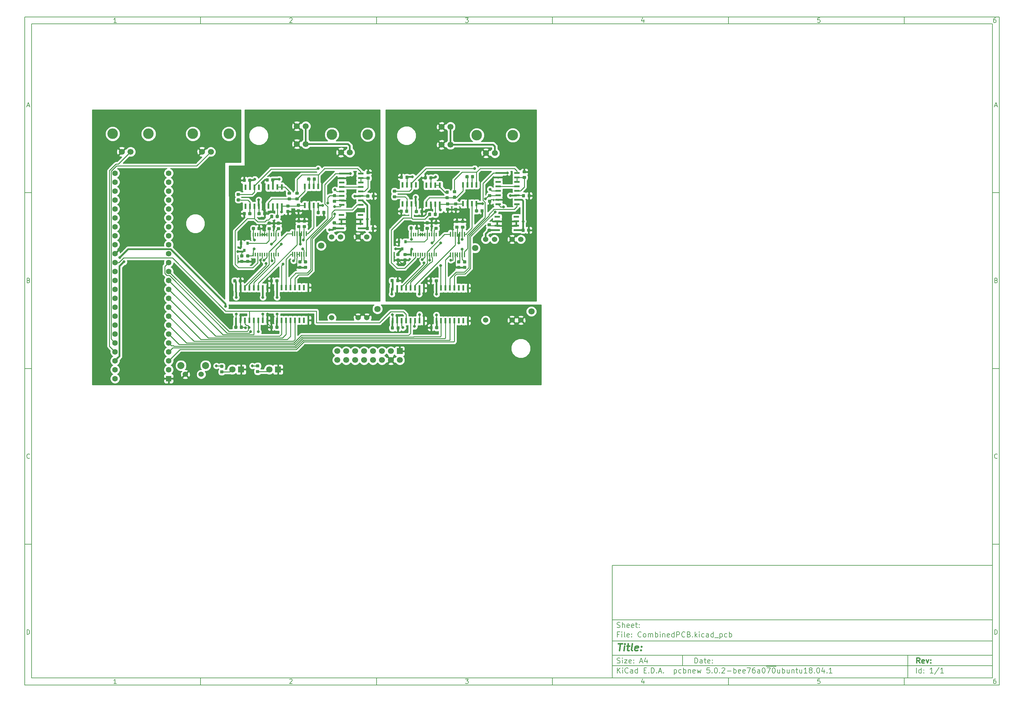
<source format=gtl>
G04 #@! TF.GenerationSoftware,KiCad,Pcbnew,5.0.2-bee76a0~70~ubuntu18.04.1*
G04 #@! TF.CreationDate,2019-02-25T13:51:23+02:00*
G04 #@! TF.ProjectId,CombinedPCB,436f6d62-696e-4656-9450-43422e6b6963,rev?*
G04 #@! TF.SameCoordinates,Original*
G04 #@! TF.FileFunction,Copper,L1,Top*
G04 #@! TF.FilePolarity,Positive*
%FSLAX46Y46*%
G04 Gerber Fmt 4.6, Leading zero omitted, Abs format (unit mm)*
G04 Created by KiCad (PCBNEW 5.0.2-bee76a0~70~ubuntu18.04.1) date Mon Feb 25 13:51:23 2019*
%MOMM*%
%LPD*%
G01*
G04 APERTURE LIST*
%ADD10C,0.100000*%
%ADD11C,0.150000*%
%ADD12C,0.300000*%
%ADD13C,0.400000*%
G04 #@! TA.AperFunction,ComponentPad*
%ADD14C,1.800000*%
G04 #@! TD*
G04 #@! TA.AperFunction,ComponentPad*
%ADD15R,1.800000X1.800000*%
G04 #@! TD*
G04 #@! TA.AperFunction,ComponentPad*
%ADD16C,2.000000*%
G04 #@! TD*
G04 #@! TA.AperFunction,ComponentPad*
%ADD17C,1.524000*%
G04 #@! TD*
G04 #@! TA.AperFunction,Conductor*
%ADD18C,0.100000*%
G04 #@! TD*
G04 #@! TA.AperFunction,SMDPad,CuDef*
%ADD19C,0.875000*%
G04 #@! TD*
G04 #@! TA.AperFunction,SMDPad,CuDef*
%ADD20R,1.550000X0.600000*%
G04 #@! TD*
G04 #@! TA.AperFunction,ComponentPad*
%ADD21C,1.700000*%
G04 #@! TD*
G04 #@! TA.AperFunction,SMDPad,CuDef*
%ADD22R,0.600000X1.500000*%
G04 #@! TD*
G04 #@! TA.AperFunction,SMDPad,CuDef*
%ADD23R,0.450000X1.450000*%
G04 #@! TD*
G04 #@! TA.AperFunction,SMDPad,CuDef*
%ADD24R,0.400000X1.100000*%
G04 #@! TD*
G04 #@! TA.AperFunction,SMDPad,CuDef*
%ADD25R,0.800000X0.900000*%
G04 #@! TD*
G04 #@! TA.AperFunction,SMDPad,CuDef*
%ADD26R,0.600000X1.550000*%
G04 #@! TD*
G04 #@! TA.AperFunction,ComponentPad*
%ADD27R,1.700000X1.700000*%
G04 #@! TD*
G04 #@! TA.AperFunction,ComponentPad*
%ADD28C,1.600000*%
G04 #@! TD*
G04 #@! TA.AperFunction,ComponentPad*
%ADD29R,1.600000X1.600000*%
G04 #@! TD*
G04 #@! TA.AperFunction,ComponentPad*
%ADD30C,3.000000*%
G04 #@! TD*
G04 #@! TA.AperFunction,SMDPad,CuDef*
%ADD31R,1.500000X0.600000*%
G04 #@! TD*
G04 #@! TA.AperFunction,ViaPad*
%ADD32C,0.800000*%
G04 #@! TD*
G04 #@! TA.AperFunction,Conductor*
%ADD33C,0.500000*%
G04 #@! TD*
G04 #@! TA.AperFunction,Conductor*
%ADD34C,0.250000*%
G04 #@! TD*
G04 #@! TA.AperFunction,Conductor*
%ADD35C,0.254000*%
G04 #@! TD*
G04 APERTURE END LIST*
D10*
D11*
X177002200Y-166007200D02*
X177002200Y-198007200D01*
X285002200Y-198007200D01*
X285002200Y-166007200D01*
X177002200Y-166007200D01*
D10*
D11*
X10000000Y-10000000D02*
X10000000Y-200007200D01*
X287002200Y-200007200D01*
X287002200Y-10000000D01*
X10000000Y-10000000D01*
D10*
D11*
X12000000Y-12000000D02*
X12000000Y-198007200D01*
X285002200Y-198007200D01*
X285002200Y-12000000D01*
X12000000Y-12000000D01*
D10*
D11*
X60000000Y-12000000D02*
X60000000Y-10000000D01*
D10*
D11*
X110000000Y-12000000D02*
X110000000Y-10000000D01*
D10*
D11*
X160000000Y-12000000D02*
X160000000Y-10000000D01*
D10*
D11*
X210000000Y-12000000D02*
X210000000Y-10000000D01*
D10*
D11*
X260000000Y-12000000D02*
X260000000Y-10000000D01*
D10*
D11*
X36065476Y-11588095D02*
X35322619Y-11588095D01*
X35694047Y-11588095D02*
X35694047Y-10288095D01*
X35570238Y-10473809D01*
X35446428Y-10597619D01*
X35322619Y-10659523D01*
D10*
D11*
X85322619Y-10411904D02*
X85384523Y-10350000D01*
X85508333Y-10288095D01*
X85817857Y-10288095D01*
X85941666Y-10350000D01*
X86003571Y-10411904D01*
X86065476Y-10535714D01*
X86065476Y-10659523D01*
X86003571Y-10845238D01*
X85260714Y-11588095D01*
X86065476Y-11588095D01*
D10*
D11*
X135260714Y-10288095D02*
X136065476Y-10288095D01*
X135632142Y-10783333D01*
X135817857Y-10783333D01*
X135941666Y-10845238D01*
X136003571Y-10907142D01*
X136065476Y-11030952D01*
X136065476Y-11340476D01*
X136003571Y-11464285D01*
X135941666Y-11526190D01*
X135817857Y-11588095D01*
X135446428Y-11588095D01*
X135322619Y-11526190D01*
X135260714Y-11464285D01*
D10*
D11*
X185941666Y-10721428D02*
X185941666Y-11588095D01*
X185632142Y-10226190D02*
X185322619Y-11154761D01*
X186127380Y-11154761D01*
D10*
D11*
X236003571Y-10288095D02*
X235384523Y-10288095D01*
X235322619Y-10907142D01*
X235384523Y-10845238D01*
X235508333Y-10783333D01*
X235817857Y-10783333D01*
X235941666Y-10845238D01*
X236003571Y-10907142D01*
X236065476Y-11030952D01*
X236065476Y-11340476D01*
X236003571Y-11464285D01*
X235941666Y-11526190D01*
X235817857Y-11588095D01*
X235508333Y-11588095D01*
X235384523Y-11526190D01*
X235322619Y-11464285D01*
D10*
D11*
X285941666Y-10288095D02*
X285694047Y-10288095D01*
X285570238Y-10350000D01*
X285508333Y-10411904D01*
X285384523Y-10597619D01*
X285322619Y-10845238D01*
X285322619Y-11340476D01*
X285384523Y-11464285D01*
X285446428Y-11526190D01*
X285570238Y-11588095D01*
X285817857Y-11588095D01*
X285941666Y-11526190D01*
X286003571Y-11464285D01*
X286065476Y-11340476D01*
X286065476Y-11030952D01*
X286003571Y-10907142D01*
X285941666Y-10845238D01*
X285817857Y-10783333D01*
X285570238Y-10783333D01*
X285446428Y-10845238D01*
X285384523Y-10907142D01*
X285322619Y-11030952D01*
D10*
D11*
X60000000Y-198007200D02*
X60000000Y-200007200D01*
D10*
D11*
X110000000Y-198007200D02*
X110000000Y-200007200D01*
D10*
D11*
X160000000Y-198007200D02*
X160000000Y-200007200D01*
D10*
D11*
X210000000Y-198007200D02*
X210000000Y-200007200D01*
D10*
D11*
X260000000Y-198007200D02*
X260000000Y-200007200D01*
D10*
D11*
X36065476Y-199595295D02*
X35322619Y-199595295D01*
X35694047Y-199595295D02*
X35694047Y-198295295D01*
X35570238Y-198481009D01*
X35446428Y-198604819D01*
X35322619Y-198666723D01*
D10*
D11*
X85322619Y-198419104D02*
X85384523Y-198357200D01*
X85508333Y-198295295D01*
X85817857Y-198295295D01*
X85941666Y-198357200D01*
X86003571Y-198419104D01*
X86065476Y-198542914D01*
X86065476Y-198666723D01*
X86003571Y-198852438D01*
X85260714Y-199595295D01*
X86065476Y-199595295D01*
D10*
D11*
X135260714Y-198295295D02*
X136065476Y-198295295D01*
X135632142Y-198790533D01*
X135817857Y-198790533D01*
X135941666Y-198852438D01*
X136003571Y-198914342D01*
X136065476Y-199038152D01*
X136065476Y-199347676D01*
X136003571Y-199471485D01*
X135941666Y-199533390D01*
X135817857Y-199595295D01*
X135446428Y-199595295D01*
X135322619Y-199533390D01*
X135260714Y-199471485D01*
D10*
D11*
X185941666Y-198728628D02*
X185941666Y-199595295D01*
X185632142Y-198233390D02*
X185322619Y-199161961D01*
X186127380Y-199161961D01*
D10*
D11*
X236003571Y-198295295D02*
X235384523Y-198295295D01*
X235322619Y-198914342D01*
X235384523Y-198852438D01*
X235508333Y-198790533D01*
X235817857Y-198790533D01*
X235941666Y-198852438D01*
X236003571Y-198914342D01*
X236065476Y-199038152D01*
X236065476Y-199347676D01*
X236003571Y-199471485D01*
X235941666Y-199533390D01*
X235817857Y-199595295D01*
X235508333Y-199595295D01*
X235384523Y-199533390D01*
X235322619Y-199471485D01*
D10*
D11*
X285941666Y-198295295D02*
X285694047Y-198295295D01*
X285570238Y-198357200D01*
X285508333Y-198419104D01*
X285384523Y-198604819D01*
X285322619Y-198852438D01*
X285322619Y-199347676D01*
X285384523Y-199471485D01*
X285446428Y-199533390D01*
X285570238Y-199595295D01*
X285817857Y-199595295D01*
X285941666Y-199533390D01*
X286003571Y-199471485D01*
X286065476Y-199347676D01*
X286065476Y-199038152D01*
X286003571Y-198914342D01*
X285941666Y-198852438D01*
X285817857Y-198790533D01*
X285570238Y-198790533D01*
X285446428Y-198852438D01*
X285384523Y-198914342D01*
X285322619Y-199038152D01*
D10*
D11*
X10000000Y-60000000D02*
X12000000Y-60000000D01*
D10*
D11*
X10000000Y-110000000D02*
X12000000Y-110000000D01*
D10*
D11*
X10000000Y-160000000D02*
X12000000Y-160000000D01*
D10*
D11*
X10690476Y-35216666D02*
X11309523Y-35216666D01*
X10566666Y-35588095D02*
X11000000Y-34288095D01*
X11433333Y-35588095D01*
D10*
D11*
X11092857Y-84907142D02*
X11278571Y-84969047D01*
X11340476Y-85030952D01*
X11402380Y-85154761D01*
X11402380Y-85340476D01*
X11340476Y-85464285D01*
X11278571Y-85526190D01*
X11154761Y-85588095D01*
X10659523Y-85588095D01*
X10659523Y-84288095D01*
X11092857Y-84288095D01*
X11216666Y-84350000D01*
X11278571Y-84411904D01*
X11340476Y-84535714D01*
X11340476Y-84659523D01*
X11278571Y-84783333D01*
X11216666Y-84845238D01*
X11092857Y-84907142D01*
X10659523Y-84907142D01*
D10*
D11*
X11402380Y-135464285D02*
X11340476Y-135526190D01*
X11154761Y-135588095D01*
X11030952Y-135588095D01*
X10845238Y-135526190D01*
X10721428Y-135402380D01*
X10659523Y-135278571D01*
X10597619Y-135030952D01*
X10597619Y-134845238D01*
X10659523Y-134597619D01*
X10721428Y-134473809D01*
X10845238Y-134350000D01*
X11030952Y-134288095D01*
X11154761Y-134288095D01*
X11340476Y-134350000D01*
X11402380Y-134411904D01*
D10*
D11*
X10659523Y-185588095D02*
X10659523Y-184288095D01*
X10969047Y-184288095D01*
X11154761Y-184350000D01*
X11278571Y-184473809D01*
X11340476Y-184597619D01*
X11402380Y-184845238D01*
X11402380Y-185030952D01*
X11340476Y-185278571D01*
X11278571Y-185402380D01*
X11154761Y-185526190D01*
X10969047Y-185588095D01*
X10659523Y-185588095D01*
D10*
D11*
X287002200Y-60000000D02*
X285002200Y-60000000D01*
D10*
D11*
X287002200Y-110000000D02*
X285002200Y-110000000D01*
D10*
D11*
X287002200Y-160000000D02*
X285002200Y-160000000D01*
D10*
D11*
X285692676Y-35216666D02*
X286311723Y-35216666D01*
X285568866Y-35588095D02*
X286002200Y-34288095D01*
X286435533Y-35588095D01*
D10*
D11*
X286095057Y-84907142D02*
X286280771Y-84969047D01*
X286342676Y-85030952D01*
X286404580Y-85154761D01*
X286404580Y-85340476D01*
X286342676Y-85464285D01*
X286280771Y-85526190D01*
X286156961Y-85588095D01*
X285661723Y-85588095D01*
X285661723Y-84288095D01*
X286095057Y-84288095D01*
X286218866Y-84350000D01*
X286280771Y-84411904D01*
X286342676Y-84535714D01*
X286342676Y-84659523D01*
X286280771Y-84783333D01*
X286218866Y-84845238D01*
X286095057Y-84907142D01*
X285661723Y-84907142D01*
D10*
D11*
X286404580Y-135464285D02*
X286342676Y-135526190D01*
X286156961Y-135588095D01*
X286033152Y-135588095D01*
X285847438Y-135526190D01*
X285723628Y-135402380D01*
X285661723Y-135278571D01*
X285599819Y-135030952D01*
X285599819Y-134845238D01*
X285661723Y-134597619D01*
X285723628Y-134473809D01*
X285847438Y-134350000D01*
X286033152Y-134288095D01*
X286156961Y-134288095D01*
X286342676Y-134350000D01*
X286404580Y-134411904D01*
D10*
D11*
X285661723Y-185588095D02*
X285661723Y-184288095D01*
X285971247Y-184288095D01*
X286156961Y-184350000D01*
X286280771Y-184473809D01*
X286342676Y-184597619D01*
X286404580Y-184845238D01*
X286404580Y-185030952D01*
X286342676Y-185278571D01*
X286280771Y-185402380D01*
X286156961Y-185526190D01*
X285971247Y-185588095D01*
X285661723Y-185588095D01*
D10*
D11*
X200434342Y-193785771D02*
X200434342Y-192285771D01*
X200791485Y-192285771D01*
X201005771Y-192357200D01*
X201148628Y-192500057D01*
X201220057Y-192642914D01*
X201291485Y-192928628D01*
X201291485Y-193142914D01*
X201220057Y-193428628D01*
X201148628Y-193571485D01*
X201005771Y-193714342D01*
X200791485Y-193785771D01*
X200434342Y-193785771D01*
X202577200Y-193785771D02*
X202577200Y-193000057D01*
X202505771Y-192857200D01*
X202362914Y-192785771D01*
X202077200Y-192785771D01*
X201934342Y-192857200D01*
X202577200Y-193714342D02*
X202434342Y-193785771D01*
X202077200Y-193785771D01*
X201934342Y-193714342D01*
X201862914Y-193571485D01*
X201862914Y-193428628D01*
X201934342Y-193285771D01*
X202077200Y-193214342D01*
X202434342Y-193214342D01*
X202577200Y-193142914D01*
X203077200Y-192785771D02*
X203648628Y-192785771D01*
X203291485Y-192285771D02*
X203291485Y-193571485D01*
X203362914Y-193714342D01*
X203505771Y-193785771D01*
X203648628Y-193785771D01*
X204720057Y-193714342D02*
X204577200Y-193785771D01*
X204291485Y-193785771D01*
X204148628Y-193714342D01*
X204077200Y-193571485D01*
X204077200Y-193000057D01*
X204148628Y-192857200D01*
X204291485Y-192785771D01*
X204577200Y-192785771D01*
X204720057Y-192857200D01*
X204791485Y-193000057D01*
X204791485Y-193142914D01*
X204077200Y-193285771D01*
X205434342Y-193642914D02*
X205505771Y-193714342D01*
X205434342Y-193785771D01*
X205362914Y-193714342D01*
X205434342Y-193642914D01*
X205434342Y-193785771D01*
X205434342Y-192857200D02*
X205505771Y-192928628D01*
X205434342Y-193000057D01*
X205362914Y-192928628D01*
X205434342Y-192857200D01*
X205434342Y-193000057D01*
D10*
D11*
X177002200Y-194507200D02*
X285002200Y-194507200D01*
D10*
D11*
X178434342Y-196585771D02*
X178434342Y-195085771D01*
X179291485Y-196585771D02*
X178648628Y-195728628D01*
X179291485Y-195085771D02*
X178434342Y-195942914D01*
X179934342Y-196585771D02*
X179934342Y-195585771D01*
X179934342Y-195085771D02*
X179862914Y-195157200D01*
X179934342Y-195228628D01*
X180005771Y-195157200D01*
X179934342Y-195085771D01*
X179934342Y-195228628D01*
X181505771Y-196442914D02*
X181434342Y-196514342D01*
X181220057Y-196585771D01*
X181077200Y-196585771D01*
X180862914Y-196514342D01*
X180720057Y-196371485D01*
X180648628Y-196228628D01*
X180577200Y-195942914D01*
X180577200Y-195728628D01*
X180648628Y-195442914D01*
X180720057Y-195300057D01*
X180862914Y-195157200D01*
X181077200Y-195085771D01*
X181220057Y-195085771D01*
X181434342Y-195157200D01*
X181505771Y-195228628D01*
X182791485Y-196585771D02*
X182791485Y-195800057D01*
X182720057Y-195657200D01*
X182577200Y-195585771D01*
X182291485Y-195585771D01*
X182148628Y-195657200D01*
X182791485Y-196514342D02*
X182648628Y-196585771D01*
X182291485Y-196585771D01*
X182148628Y-196514342D01*
X182077200Y-196371485D01*
X182077200Y-196228628D01*
X182148628Y-196085771D01*
X182291485Y-196014342D01*
X182648628Y-196014342D01*
X182791485Y-195942914D01*
X184148628Y-196585771D02*
X184148628Y-195085771D01*
X184148628Y-196514342D02*
X184005771Y-196585771D01*
X183720057Y-196585771D01*
X183577200Y-196514342D01*
X183505771Y-196442914D01*
X183434342Y-196300057D01*
X183434342Y-195871485D01*
X183505771Y-195728628D01*
X183577200Y-195657200D01*
X183720057Y-195585771D01*
X184005771Y-195585771D01*
X184148628Y-195657200D01*
X186005771Y-195800057D02*
X186505771Y-195800057D01*
X186720057Y-196585771D02*
X186005771Y-196585771D01*
X186005771Y-195085771D01*
X186720057Y-195085771D01*
X187362914Y-196442914D02*
X187434342Y-196514342D01*
X187362914Y-196585771D01*
X187291485Y-196514342D01*
X187362914Y-196442914D01*
X187362914Y-196585771D01*
X188077200Y-196585771D02*
X188077200Y-195085771D01*
X188434342Y-195085771D01*
X188648628Y-195157200D01*
X188791485Y-195300057D01*
X188862914Y-195442914D01*
X188934342Y-195728628D01*
X188934342Y-195942914D01*
X188862914Y-196228628D01*
X188791485Y-196371485D01*
X188648628Y-196514342D01*
X188434342Y-196585771D01*
X188077200Y-196585771D01*
X189577200Y-196442914D02*
X189648628Y-196514342D01*
X189577200Y-196585771D01*
X189505771Y-196514342D01*
X189577200Y-196442914D01*
X189577200Y-196585771D01*
X190220057Y-196157200D02*
X190934342Y-196157200D01*
X190077200Y-196585771D02*
X190577200Y-195085771D01*
X191077200Y-196585771D01*
X191577200Y-196442914D02*
X191648628Y-196514342D01*
X191577200Y-196585771D01*
X191505771Y-196514342D01*
X191577200Y-196442914D01*
X191577200Y-196585771D01*
X194577200Y-195585771D02*
X194577200Y-197085771D01*
X194577200Y-195657200D02*
X194720057Y-195585771D01*
X195005771Y-195585771D01*
X195148628Y-195657200D01*
X195220057Y-195728628D01*
X195291485Y-195871485D01*
X195291485Y-196300057D01*
X195220057Y-196442914D01*
X195148628Y-196514342D01*
X195005771Y-196585771D01*
X194720057Y-196585771D01*
X194577200Y-196514342D01*
X196577200Y-196514342D02*
X196434342Y-196585771D01*
X196148628Y-196585771D01*
X196005771Y-196514342D01*
X195934342Y-196442914D01*
X195862914Y-196300057D01*
X195862914Y-195871485D01*
X195934342Y-195728628D01*
X196005771Y-195657200D01*
X196148628Y-195585771D01*
X196434342Y-195585771D01*
X196577200Y-195657200D01*
X197220057Y-196585771D02*
X197220057Y-195085771D01*
X197220057Y-195657200D02*
X197362914Y-195585771D01*
X197648628Y-195585771D01*
X197791485Y-195657200D01*
X197862914Y-195728628D01*
X197934342Y-195871485D01*
X197934342Y-196300057D01*
X197862914Y-196442914D01*
X197791485Y-196514342D01*
X197648628Y-196585771D01*
X197362914Y-196585771D01*
X197220057Y-196514342D01*
X198577200Y-195585771D02*
X198577200Y-196585771D01*
X198577200Y-195728628D02*
X198648628Y-195657200D01*
X198791485Y-195585771D01*
X199005771Y-195585771D01*
X199148628Y-195657200D01*
X199220057Y-195800057D01*
X199220057Y-196585771D01*
X200505771Y-196514342D02*
X200362914Y-196585771D01*
X200077200Y-196585771D01*
X199934342Y-196514342D01*
X199862914Y-196371485D01*
X199862914Y-195800057D01*
X199934342Y-195657200D01*
X200077200Y-195585771D01*
X200362914Y-195585771D01*
X200505771Y-195657200D01*
X200577200Y-195800057D01*
X200577200Y-195942914D01*
X199862914Y-196085771D01*
X201077200Y-195585771D02*
X201362914Y-196585771D01*
X201648628Y-195871485D01*
X201934342Y-196585771D01*
X202220057Y-195585771D01*
X204648628Y-195085771D02*
X203934342Y-195085771D01*
X203862914Y-195800057D01*
X203934342Y-195728628D01*
X204077200Y-195657200D01*
X204434342Y-195657200D01*
X204577200Y-195728628D01*
X204648628Y-195800057D01*
X204720057Y-195942914D01*
X204720057Y-196300057D01*
X204648628Y-196442914D01*
X204577200Y-196514342D01*
X204434342Y-196585771D01*
X204077200Y-196585771D01*
X203934342Y-196514342D01*
X203862914Y-196442914D01*
X205362914Y-196442914D02*
X205434342Y-196514342D01*
X205362914Y-196585771D01*
X205291485Y-196514342D01*
X205362914Y-196442914D01*
X205362914Y-196585771D01*
X206362914Y-195085771D02*
X206505771Y-195085771D01*
X206648628Y-195157200D01*
X206720057Y-195228628D01*
X206791485Y-195371485D01*
X206862914Y-195657200D01*
X206862914Y-196014342D01*
X206791485Y-196300057D01*
X206720057Y-196442914D01*
X206648628Y-196514342D01*
X206505771Y-196585771D01*
X206362914Y-196585771D01*
X206220057Y-196514342D01*
X206148628Y-196442914D01*
X206077200Y-196300057D01*
X206005771Y-196014342D01*
X206005771Y-195657200D01*
X206077200Y-195371485D01*
X206148628Y-195228628D01*
X206220057Y-195157200D01*
X206362914Y-195085771D01*
X207505771Y-196442914D02*
X207577200Y-196514342D01*
X207505771Y-196585771D01*
X207434342Y-196514342D01*
X207505771Y-196442914D01*
X207505771Y-196585771D01*
X208148628Y-195228628D02*
X208220057Y-195157200D01*
X208362914Y-195085771D01*
X208720057Y-195085771D01*
X208862914Y-195157200D01*
X208934342Y-195228628D01*
X209005771Y-195371485D01*
X209005771Y-195514342D01*
X208934342Y-195728628D01*
X208077200Y-196585771D01*
X209005771Y-196585771D01*
X209648628Y-196014342D02*
X210791485Y-196014342D01*
X211505771Y-196585771D02*
X211505771Y-195085771D01*
X211505771Y-195657200D02*
X211648628Y-195585771D01*
X211934342Y-195585771D01*
X212077200Y-195657200D01*
X212148628Y-195728628D01*
X212220057Y-195871485D01*
X212220057Y-196300057D01*
X212148628Y-196442914D01*
X212077200Y-196514342D01*
X211934342Y-196585771D01*
X211648628Y-196585771D01*
X211505771Y-196514342D01*
X213434342Y-196514342D02*
X213291485Y-196585771D01*
X213005771Y-196585771D01*
X212862914Y-196514342D01*
X212791485Y-196371485D01*
X212791485Y-195800057D01*
X212862914Y-195657200D01*
X213005771Y-195585771D01*
X213291485Y-195585771D01*
X213434342Y-195657200D01*
X213505771Y-195800057D01*
X213505771Y-195942914D01*
X212791485Y-196085771D01*
X214720057Y-196514342D02*
X214577200Y-196585771D01*
X214291485Y-196585771D01*
X214148628Y-196514342D01*
X214077200Y-196371485D01*
X214077200Y-195800057D01*
X214148628Y-195657200D01*
X214291485Y-195585771D01*
X214577200Y-195585771D01*
X214720057Y-195657200D01*
X214791485Y-195800057D01*
X214791485Y-195942914D01*
X214077200Y-196085771D01*
X215291485Y-195085771D02*
X216291485Y-195085771D01*
X215648628Y-196585771D01*
X217505771Y-195085771D02*
X217220057Y-195085771D01*
X217077200Y-195157200D01*
X217005771Y-195228628D01*
X216862914Y-195442914D01*
X216791485Y-195728628D01*
X216791485Y-196300057D01*
X216862914Y-196442914D01*
X216934342Y-196514342D01*
X217077200Y-196585771D01*
X217362914Y-196585771D01*
X217505771Y-196514342D01*
X217577200Y-196442914D01*
X217648628Y-196300057D01*
X217648628Y-195942914D01*
X217577200Y-195800057D01*
X217505771Y-195728628D01*
X217362914Y-195657200D01*
X217077200Y-195657200D01*
X216934342Y-195728628D01*
X216862914Y-195800057D01*
X216791485Y-195942914D01*
X218934342Y-196585771D02*
X218934342Y-195800057D01*
X218862914Y-195657200D01*
X218720057Y-195585771D01*
X218434342Y-195585771D01*
X218291485Y-195657200D01*
X218934342Y-196514342D02*
X218791485Y-196585771D01*
X218434342Y-196585771D01*
X218291485Y-196514342D01*
X218220057Y-196371485D01*
X218220057Y-196228628D01*
X218291485Y-196085771D01*
X218434342Y-196014342D01*
X218791485Y-196014342D01*
X218934342Y-195942914D01*
X219934342Y-195085771D02*
X220077200Y-195085771D01*
X220220057Y-195157200D01*
X220291485Y-195228628D01*
X220362914Y-195371485D01*
X220434342Y-195657200D01*
X220434342Y-196014342D01*
X220362914Y-196300057D01*
X220291485Y-196442914D01*
X220220057Y-196514342D01*
X220077200Y-196585771D01*
X219934342Y-196585771D01*
X219791485Y-196514342D01*
X219720057Y-196442914D01*
X219648628Y-196300057D01*
X219577200Y-196014342D01*
X219577200Y-195657200D01*
X219648628Y-195371485D01*
X219720057Y-195228628D01*
X219791485Y-195157200D01*
X219934342Y-195085771D01*
X220720057Y-194677200D02*
X222148628Y-194677200D01*
X220934342Y-195085771D02*
X221934342Y-195085771D01*
X221291485Y-196585771D01*
X222148628Y-194677200D02*
X223577200Y-194677200D01*
X222791485Y-195085771D02*
X222934342Y-195085771D01*
X223077200Y-195157200D01*
X223148628Y-195228628D01*
X223220057Y-195371485D01*
X223291485Y-195657200D01*
X223291485Y-196014342D01*
X223220057Y-196300057D01*
X223148628Y-196442914D01*
X223077200Y-196514342D01*
X222934342Y-196585771D01*
X222791485Y-196585771D01*
X222648628Y-196514342D01*
X222577200Y-196442914D01*
X222505771Y-196300057D01*
X222434342Y-196014342D01*
X222434342Y-195657200D01*
X222505771Y-195371485D01*
X222577200Y-195228628D01*
X222648628Y-195157200D01*
X222791485Y-195085771D01*
X224577200Y-195585771D02*
X224577200Y-196585771D01*
X223934342Y-195585771D02*
X223934342Y-196371485D01*
X224005771Y-196514342D01*
X224148628Y-196585771D01*
X224362914Y-196585771D01*
X224505771Y-196514342D01*
X224577200Y-196442914D01*
X225291485Y-196585771D02*
X225291485Y-195085771D01*
X225291485Y-195657200D02*
X225434342Y-195585771D01*
X225720057Y-195585771D01*
X225862914Y-195657200D01*
X225934342Y-195728628D01*
X226005771Y-195871485D01*
X226005771Y-196300057D01*
X225934342Y-196442914D01*
X225862914Y-196514342D01*
X225720057Y-196585771D01*
X225434342Y-196585771D01*
X225291485Y-196514342D01*
X227291485Y-195585771D02*
X227291485Y-196585771D01*
X226648628Y-195585771D02*
X226648628Y-196371485D01*
X226720057Y-196514342D01*
X226862914Y-196585771D01*
X227077200Y-196585771D01*
X227220057Y-196514342D01*
X227291485Y-196442914D01*
X228005771Y-195585771D02*
X228005771Y-196585771D01*
X228005771Y-195728628D02*
X228077200Y-195657200D01*
X228220057Y-195585771D01*
X228434342Y-195585771D01*
X228577200Y-195657200D01*
X228648628Y-195800057D01*
X228648628Y-196585771D01*
X229148628Y-195585771D02*
X229720057Y-195585771D01*
X229362914Y-195085771D02*
X229362914Y-196371485D01*
X229434342Y-196514342D01*
X229577200Y-196585771D01*
X229720057Y-196585771D01*
X230862914Y-195585771D02*
X230862914Y-196585771D01*
X230220057Y-195585771D02*
X230220057Y-196371485D01*
X230291485Y-196514342D01*
X230434342Y-196585771D01*
X230648628Y-196585771D01*
X230791485Y-196514342D01*
X230862914Y-196442914D01*
X232362914Y-196585771D02*
X231505771Y-196585771D01*
X231934342Y-196585771D02*
X231934342Y-195085771D01*
X231791485Y-195300057D01*
X231648628Y-195442914D01*
X231505771Y-195514342D01*
X233220057Y-195728628D02*
X233077200Y-195657200D01*
X233005771Y-195585771D01*
X232934342Y-195442914D01*
X232934342Y-195371485D01*
X233005771Y-195228628D01*
X233077200Y-195157200D01*
X233220057Y-195085771D01*
X233505771Y-195085771D01*
X233648628Y-195157200D01*
X233720057Y-195228628D01*
X233791485Y-195371485D01*
X233791485Y-195442914D01*
X233720057Y-195585771D01*
X233648628Y-195657200D01*
X233505771Y-195728628D01*
X233220057Y-195728628D01*
X233077200Y-195800057D01*
X233005771Y-195871485D01*
X232934342Y-196014342D01*
X232934342Y-196300057D01*
X233005771Y-196442914D01*
X233077200Y-196514342D01*
X233220057Y-196585771D01*
X233505771Y-196585771D01*
X233648628Y-196514342D01*
X233720057Y-196442914D01*
X233791485Y-196300057D01*
X233791485Y-196014342D01*
X233720057Y-195871485D01*
X233648628Y-195800057D01*
X233505771Y-195728628D01*
X234434342Y-196442914D02*
X234505771Y-196514342D01*
X234434342Y-196585771D01*
X234362914Y-196514342D01*
X234434342Y-196442914D01*
X234434342Y-196585771D01*
X235434342Y-195085771D02*
X235577200Y-195085771D01*
X235720057Y-195157200D01*
X235791485Y-195228628D01*
X235862914Y-195371485D01*
X235934342Y-195657200D01*
X235934342Y-196014342D01*
X235862914Y-196300057D01*
X235791485Y-196442914D01*
X235720057Y-196514342D01*
X235577200Y-196585771D01*
X235434342Y-196585771D01*
X235291485Y-196514342D01*
X235220057Y-196442914D01*
X235148628Y-196300057D01*
X235077200Y-196014342D01*
X235077200Y-195657200D01*
X235148628Y-195371485D01*
X235220057Y-195228628D01*
X235291485Y-195157200D01*
X235434342Y-195085771D01*
X237220057Y-195585771D02*
X237220057Y-196585771D01*
X236862914Y-195014342D02*
X236505771Y-196085771D01*
X237434342Y-196085771D01*
X238005771Y-196442914D02*
X238077199Y-196514342D01*
X238005771Y-196585771D01*
X237934342Y-196514342D01*
X238005771Y-196442914D01*
X238005771Y-196585771D01*
X239505771Y-196585771D02*
X238648628Y-196585771D01*
X239077200Y-196585771D02*
X239077200Y-195085771D01*
X238934342Y-195300057D01*
X238791485Y-195442914D01*
X238648628Y-195514342D01*
D10*
D11*
X177002200Y-191507200D02*
X285002200Y-191507200D01*
D10*
D12*
X264411485Y-193785771D02*
X263911485Y-193071485D01*
X263554342Y-193785771D02*
X263554342Y-192285771D01*
X264125771Y-192285771D01*
X264268628Y-192357200D01*
X264340057Y-192428628D01*
X264411485Y-192571485D01*
X264411485Y-192785771D01*
X264340057Y-192928628D01*
X264268628Y-193000057D01*
X264125771Y-193071485D01*
X263554342Y-193071485D01*
X265625771Y-193714342D02*
X265482914Y-193785771D01*
X265197200Y-193785771D01*
X265054342Y-193714342D01*
X264982914Y-193571485D01*
X264982914Y-193000057D01*
X265054342Y-192857200D01*
X265197200Y-192785771D01*
X265482914Y-192785771D01*
X265625771Y-192857200D01*
X265697200Y-193000057D01*
X265697200Y-193142914D01*
X264982914Y-193285771D01*
X266197200Y-192785771D02*
X266554342Y-193785771D01*
X266911485Y-192785771D01*
X267482914Y-193642914D02*
X267554342Y-193714342D01*
X267482914Y-193785771D01*
X267411485Y-193714342D01*
X267482914Y-193642914D01*
X267482914Y-193785771D01*
X267482914Y-192857200D02*
X267554342Y-192928628D01*
X267482914Y-193000057D01*
X267411485Y-192928628D01*
X267482914Y-192857200D01*
X267482914Y-193000057D01*
D10*
D11*
X178362914Y-193714342D02*
X178577200Y-193785771D01*
X178934342Y-193785771D01*
X179077200Y-193714342D01*
X179148628Y-193642914D01*
X179220057Y-193500057D01*
X179220057Y-193357200D01*
X179148628Y-193214342D01*
X179077200Y-193142914D01*
X178934342Y-193071485D01*
X178648628Y-193000057D01*
X178505771Y-192928628D01*
X178434342Y-192857200D01*
X178362914Y-192714342D01*
X178362914Y-192571485D01*
X178434342Y-192428628D01*
X178505771Y-192357200D01*
X178648628Y-192285771D01*
X179005771Y-192285771D01*
X179220057Y-192357200D01*
X179862914Y-193785771D02*
X179862914Y-192785771D01*
X179862914Y-192285771D02*
X179791485Y-192357200D01*
X179862914Y-192428628D01*
X179934342Y-192357200D01*
X179862914Y-192285771D01*
X179862914Y-192428628D01*
X180434342Y-192785771D02*
X181220057Y-192785771D01*
X180434342Y-193785771D01*
X181220057Y-193785771D01*
X182362914Y-193714342D02*
X182220057Y-193785771D01*
X181934342Y-193785771D01*
X181791485Y-193714342D01*
X181720057Y-193571485D01*
X181720057Y-193000057D01*
X181791485Y-192857200D01*
X181934342Y-192785771D01*
X182220057Y-192785771D01*
X182362914Y-192857200D01*
X182434342Y-193000057D01*
X182434342Y-193142914D01*
X181720057Y-193285771D01*
X183077200Y-193642914D02*
X183148628Y-193714342D01*
X183077200Y-193785771D01*
X183005771Y-193714342D01*
X183077200Y-193642914D01*
X183077200Y-193785771D01*
X183077200Y-192857200D02*
X183148628Y-192928628D01*
X183077200Y-193000057D01*
X183005771Y-192928628D01*
X183077200Y-192857200D01*
X183077200Y-193000057D01*
X184862914Y-193357200D02*
X185577200Y-193357200D01*
X184720057Y-193785771D02*
X185220057Y-192285771D01*
X185720057Y-193785771D01*
X186862914Y-192785771D02*
X186862914Y-193785771D01*
X186505771Y-192214342D02*
X186148628Y-193285771D01*
X187077200Y-193285771D01*
D10*
D11*
X263434342Y-196585771D02*
X263434342Y-195085771D01*
X264791485Y-196585771D02*
X264791485Y-195085771D01*
X264791485Y-196514342D02*
X264648628Y-196585771D01*
X264362914Y-196585771D01*
X264220057Y-196514342D01*
X264148628Y-196442914D01*
X264077200Y-196300057D01*
X264077200Y-195871485D01*
X264148628Y-195728628D01*
X264220057Y-195657200D01*
X264362914Y-195585771D01*
X264648628Y-195585771D01*
X264791485Y-195657200D01*
X265505771Y-196442914D02*
X265577200Y-196514342D01*
X265505771Y-196585771D01*
X265434342Y-196514342D01*
X265505771Y-196442914D01*
X265505771Y-196585771D01*
X265505771Y-195657200D02*
X265577200Y-195728628D01*
X265505771Y-195800057D01*
X265434342Y-195728628D01*
X265505771Y-195657200D01*
X265505771Y-195800057D01*
X268148628Y-196585771D02*
X267291485Y-196585771D01*
X267720057Y-196585771D02*
X267720057Y-195085771D01*
X267577200Y-195300057D01*
X267434342Y-195442914D01*
X267291485Y-195514342D01*
X269862914Y-195014342D02*
X268577200Y-196942914D01*
X271148628Y-196585771D02*
X270291485Y-196585771D01*
X270720057Y-196585771D02*
X270720057Y-195085771D01*
X270577200Y-195300057D01*
X270434342Y-195442914D01*
X270291485Y-195514342D01*
D10*
D11*
X177002200Y-187507200D02*
X285002200Y-187507200D01*
D10*
D13*
X178714580Y-188211961D02*
X179857438Y-188211961D01*
X179036009Y-190211961D02*
X179286009Y-188211961D01*
X180274104Y-190211961D02*
X180440771Y-188878628D01*
X180524104Y-188211961D02*
X180416961Y-188307200D01*
X180500295Y-188402438D01*
X180607438Y-188307200D01*
X180524104Y-188211961D01*
X180500295Y-188402438D01*
X181107438Y-188878628D02*
X181869342Y-188878628D01*
X181476485Y-188211961D02*
X181262200Y-189926247D01*
X181333628Y-190116723D01*
X181512200Y-190211961D01*
X181702676Y-190211961D01*
X182655057Y-190211961D02*
X182476485Y-190116723D01*
X182405057Y-189926247D01*
X182619342Y-188211961D01*
X184190771Y-190116723D02*
X183988390Y-190211961D01*
X183607438Y-190211961D01*
X183428866Y-190116723D01*
X183357438Y-189926247D01*
X183452676Y-189164342D01*
X183571723Y-188973866D01*
X183774104Y-188878628D01*
X184155057Y-188878628D01*
X184333628Y-188973866D01*
X184405057Y-189164342D01*
X184381247Y-189354819D01*
X183405057Y-189545295D01*
X185155057Y-190021485D02*
X185238390Y-190116723D01*
X185131247Y-190211961D01*
X185047914Y-190116723D01*
X185155057Y-190021485D01*
X185131247Y-190211961D01*
X185286009Y-188973866D02*
X185369342Y-189069104D01*
X185262200Y-189164342D01*
X185178866Y-189069104D01*
X185286009Y-188973866D01*
X185262200Y-189164342D01*
D10*
D11*
X178934342Y-185600057D02*
X178434342Y-185600057D01*
X178434342Y-186385771D02*
X178434342Y-184885771D01*
X179148628Y-184885771D01*
X179720057Y-186385771D02*
X179720057Y-185385771D01*
X179720057Y-184885771D02*
X179648628Y-184957200D01*
X179720057Y-185028628D01*
X179791485Y-184957200D01*
X179720057Y-184885771D01*
X179720057Y-185028628D01*
X180648628Y-186385771D02*
X180505771Y-186314342D01*
X180434342Y-186171485D01*
X180434342Y-184885771D01*
X181791485Y-186314342D02*
X181648628Y-186385771D01*
X181362914Y-186385771D01*
X181220057Y-186314342D01*
X181148628Y-186171485D01*
X181148628Y-185600057D01*
X181220057Y-185457200D01*
X181362914Y-185385771D01*
X181648628Y-185385771D01*
X181791485Y-185457200D01*
X181862914Y-185600057D01*
X181862914Y-185742914D01*
X181148628Y-185885771D01*
X182505771Y-186242914D02*
X182577200Y-186314342D01*
X182505771Y-186385771D01*
X182434342Y-186314342D01*
X182505771Y-186242914D01*
X182505771Y-186385771D01*
X182505771Y-185457200D02*
X182577200Y-185528628D01*
X182505771Y-185600057D01*
X182434342Y-185528628D01*
X182505771Y-185457200D01*
X182505771Y-185600057D01*
X185220057Y-186242914D02*
X185148628Y-186314342D01*
X184934342Y-186385771D01*
X184791485Y-186385771D01*
X184577200Y-186314342D01*
X184434342Y-186171485D01*
X184362914Y-186028628D01*
X184291485Y-185742914D01*
X184291485Y-185528628D01*
X184362914Y-185242914D01*
X184434342Y-185100057D01*
X184577200Y-184957200D01*
X184791485Y-184885771D01*
X184934342Y-184885771D01*
X185148628Y-184957200D01*
X185220057Y-185028628D01*
X186077200Y-186385771D02*
X185934342Y-186314342D01*
X185862914Y-186242914D01*
X185791485Y-186100057D01*
X185791485Y-185671485D01*
X185862914Y-185528628D01*
X185934342Y-185457200D01*
X186077200Y-185385771D01*
X186291485Y-185385771D01*
X186434342Y-185457200D01*
X186505771Y-185528628D01*
X186577200Y-185671485D01*
X186577200Y-186100057D01*
X186505771Y-186242914D01*
X186434342Y-186314342D01*
X186291485Y-186385771D01*
X186077200Y-186385771D01*
X187220057Y-186385771D02*
X187220057Y-185385771D01*
X187220057Y-185528628D02*
X187291485Y-185457200D01*
X187434342Y-185385771D01*
X187648628Y-185385771D01*
X187791485Y-185457200D01*
X187862914Y-185600057D01*
X187862914Y-186385771D01*
X187862914Y-185600057D02*
X187934342Y-185457200D01*
X188077200Y-185385771D01*
X188291485Y-185385771D01*
X188434342Y-185457200D01*
X188505771Y-185600057D01*
X188505771Y-186385771D01*
X189220057Y-186385771D02*
X189220057Y-184885771D01*
X189220057Y-185457200D02*
X189362914Y-185385771D01*
X189648628Y-185385771D01*
X189791485Y-185457200D01*
X189862914Y-185528628D01*
X189934342Y-185671485D01*
X189934342Y-186100057D01*
X189862914Y-186242914D01*
X189791485Y-186314342D01*
X189648628Y-186385771D01*
X189362914Y-186385771D01*
X189220057Y-186314342D01*
X190577200Y-186385771D02*
X190577200Y-185385771D01*
X190577200Y-184885771D02*
X190505771Y-184957200D01*
X190577200Y-185028628D01*
X190648628Y-184957200D01*
X190577200Y-184885771D01*
X190577200Y-185028628D01*
X191291485Y-185385771D02*
X191291485Y-186385771D01*
X191291485Y-185528628D02*
X191362914Y-185457200D01*
X191505771Y-185385771D01*
X191720057Y-185385771D01*
X191862914Y-185457200D01*
X191934342Y-185600057D01*
X191934342Y-186385771D01*
X193220057Y-186314342D02*
X193077200Y-186385771D01*
X192791485Y-186385771D01*
X192648628Y-186314342D01*
X192577200Y-186171485D01*
X192577200Y-185600057D01*
X192648628Y-185457200D01*
X192791485Y-185385771D01*
X193077200Y-185385771D01*
X193220057Y-185457200D01*
X193291485Y-185600057D01*
X193291485Y-185742914D01*
X192577200Y-185885771D01*
X194577200Y-186385771D02*
X194577200Y-184885771D01*
X194577200Y-186314342D02*
X194434342Y-186385771D01*
X194148628Y-186385771D01*
X194005771Y-186314342D01*
X193934342Y-186242914D01*
X193862914Y-186100057D01*
X193862914Y-185671485D01*
X193934342Y-185528628D01*
X194005771Y-185457200D01*
X194148628Y-185385771D01*
X194434342Y-185385771D01*
X194577200Y-185457200D01*
X195291485Y-186385771D02*
X195291485Y-184885771D01*
X195862914Y-184885771D01*
X196005771Y-184957200D01*
X196077200Y-185028628D01*
X196148628Y-185171485D01*
X196148628Y-185385771D01*
X196077200Y-185528628D01*
X196005771Y-185600057D01*
X195862914Y-185671485D01*
X195291485Y-185671485D01*
X197648628Y-186242914D02*
X197577200Y-186314342D01*
X197362914Y-186385771D01*
X197220057Y-186385771D01*
X197005771Y-186314342D01*
X196862914Y-186171485D01*
X196791485Y-186028628D01*
X196720057Y-185742914D01*
X196720057Y-185528628D01*
X196791485Y-185242914D01*
X196862914Y-185100057D01*
X197005771Y-184957200D01*
X197220057Y-184885771D01*
X197362914Y-184885771D01*
X197577200Y-184957200D01*
X197648628Y-185028628D01*
X198791485Y-185600057D02*
X199005771Y-185671485D01*
X199077200Y-185742914D01*
X199148628Y-185885771D01*
X199148628Y-186100057D01*
X199077200Y-186242914D01*
X199005771Y-186314342D01*
X198862914Y-186385771D01*
X198291485Y-186385771D01*
X198291485Y-184885771D01*
X198791485Y-184885771D01*
X198934342Y-184957200D01*
X199005771Y-185028628D01*
X199077200Y-185171485D01*
X199077200Y-185314342D01*
X199005771Y-185457200D01*
X198934342Y-185528628D01*
X198791485Y-185600057D01*
X198291485Y-185600057D01*
X199791485Y-186242914D02*
X199862914Y-186314342D01*
X199791485Y-186385771D01*
X199720057Y-186314342D01*
X199791485Y-186242914D01*
X199791485Y-186385771D01*
X200505771Y-186385771D02*
X200505771Y-184885771D01*
X200648628Y-185814342D02*
X201077200Y-186385771D01*
X201077200Y-185385771D02*
X200505771Y-185957200D01*
X201720057Y-186385771D02*
X201720057Y-185385771D01*
X201720057Y-184885771D02*
X201648628Y-184957200D01*
X201720057Y-185028628D01*
X201791485Y-184957200D01*
X201720057Y-184885771D01*
X201720057Y-185028628D01*
X203077200Y-186314342D02*
X202934342Y-186385771D01*
X202648628Y-186385771D01*
X202505771Y-186314342D01*
X202434342Y-186242914D01*
X202362914Y-186100057D01*
X202362914Y-185671485D01*
X202434342Y-185528628D01*
X202505771Y-185457200D01*
X202648628Y-185385771D01*
X202934342Y-185385771D01*
X203077200Y-185457200D01*
X204362914Y-186385771D02*
X204362914Y-185600057D01*
X204291485Y-185457200D01*
X204148628Y-185385771D01*
X203862914Y-185385771D01*
X203720057Y-185457200D01*
X204362914Y-186314342D02*
X204220057Y-186385771D01*
X203862914Y-186385771D01*
X203720057Y-186314342D01*
X203648628Y-186171485D01*
X203648628Y-186028628D01*
X203720057Y-185885771D01*
X203862914Y-185814342D01*
X204220057Y-185814342D01*
X204362914Y-185742914D01*
X205720057Y-186385771D02*
X205720057Y-184885771D01*
X205720057Y-186314342D02*
X205577200Y-186385771D01*
X205291485Y-186385771D01*
X205148628Y-186314342D01*
X205077200Y-186242914D01*
X205005771Y-186100057D01*
X205005771Y-185671485D01*
X205077200Y-185528628D01*
X205148628Y-185457200D01*
X205291485Y-185385771D01*
X205577200Y-185385771D01*
X205720057Y-185457200D01*
X206077200Y-186528628D02*
X207220057Y-186528628D01*
X207577200Y-185385771D02*
X207577200Y-186885771D01*
X207577200Y-185457200D02*
X207720057Y-185385771D01*
X208005771Y-185385771D01*
X208148628Y-185457200D01*
X208220057Y-185528628D01*
X208291485Y-185671485D01*
X208291485Y-186100057D01*
X208220057Y-186242914D01*
X208148628Y-186314342D01*
X208005771Y-186385771D01*
X207720057Y-186385771D01*
X207577200Y-186314342D01*
X209577200Y-186314342D02*
X209434342Y-186385771D01*
X209148628Y-186385771D01*
X209005771Y-186314342D01*
X208934342Y-186242914D01*
X208862914Y-186100057D01*
X208862914Y-185671485D01*
X208934342Y-185528628D01*
X209005771Y-185457200D01*
X209148628Y-185385771D01*
X209434342Y-185385771D01*
X209577200Y-185457200D01*
X210220057Y-186385771D02*
X210220057Y-184885771D01*
X210220057Y-185457200D02*
X210362914Y-185385771D01*
X210648628Y-185385771D01*
X210791485Y-185457200D01*
X210862914Y-185528628D01*
X210934342Y-185671485D01*
X210934342Y-186100057D01*
X210862914Y-186242914D01*
X210791485Y-186314342D01*
X210648628Y-186385771D01*
X210362914Y-186385771D01*
X210220057Y-186314342D01*
D10*
D11*
X177002200Y-181507200D02*
X285002200Y-181507200D01*
D10*
D11*
X178362914Y-183614342D02*
X178577200Y-183685771D01*
X178934342Y-183685771D01*
X179077200Y-183614342D01*
X179148628Y-183542914D01*
X179220057Y-183400057D01*
X179220057Y-183257200D01*
X179148628Y-183114342D01*
X179077200Y-183042914D01*
X178934342Y-182971485D01*
X178648628Y-182900057D01*
X178505771Y-182828628D01*
X178434342Y-182757200D01*
X178362914Y-182614342D01*
X178362914Y-182471485D01*
X178434342Y-182328628D01*
X178505771Y-182257200D01*
X178648628Y-182185771D01*
X179005771Y-182185771D01*
X179220057Y-182257200D01*
X179862914Y-183685771D02*
X179862914Y-182185771D01*
X180505771Y-183685771D02*
X180505771Y-182900057D01*
X180434342Y-182757200D01*
X180291485Y-182685771D01*
X180077200Y-182685771D01*
X179934342Y-182757200D01*
X179862914Y-182828628D01*
X181791485Y-183614342D02*
X181648628Y-183685771D01*
X181362914Y-183685771D01*
X181220057Y-183614342D01*
X181148628Y-183471485D01*
X181148628Y-182900057D01*
X181220057Y-182757200D01*
X181362914Y-182685771D01*
X181648628Y-182685771D01*
X181791485Y-182757200D01*
X181862914Y-182900057D01*
X181862914Y-183042914D01*
X181148628Y-183185771D01*
X183077200Y-183614342D02*
X182934342Y-183685771D01*
X182648628Y-183685771D01*
X182505771Y-183614342D01*
X182434342Y-183471485D01*
X182434342Y-182900057D01*
X182505771Y-182757200D01*
X182648628Y-182685771D01*
X182934342Y-182685771D01*
X183077200Y-182757200D01*
X183148628Y-182900057D01*
X183148628Y-183042914D01*
X182434342Y-183185771D01*
X183577200Y-182685771D02*
X184148628Y-182685771D01*
X183791485Y-182185771D02*
X183791485Y-183471485D01*
X183862914Y-183614342D01*
X184005771Y-183685771D01*
X184148628Y-183685771D01*
X184648628Y-183542914D02*
X184720057Y-183614342D01*
X184648628Y-183685771D01*
X184577200Y-183614342D01*
X184648628Y-183542914D01*
X184648628Y-183685771D01*
X184648628Y-182757200D02*
X184720057Y-182828628D01*
X184648628Y-182900057D01*
X184577200Y-182828628D01*
X184648628Y-182757200D01*
X184648628Y-182900057D01*
D10*
D11*
X197002200Y-191507200D02*
X197002200Y-194507200D01*
D10*
D11*
X261002200Y-191507200D02*
X261002200Y-198007200D01*
D14*
G04 #@! TO.P,D1,2*
G04 #@! TO.N,Net-(D1-Pad2)*
X69000000Y-110250000D03*
D15*
G04 #@! TO.P,D1,1*
G04 #@! TO.N,GND*
X71500000Y-110250000D03*
G04 #@! TD*
D14*
G04 #@! TO.P,D2,2*
G04 #@! TO.N,Net-(D2-Pad2)*
X79500000Y-110250000D03*
D15*
G04 #@! TO.P,D2,1*
G04 #@! TO.N,GND*
X82000000Y-110250000D03*
G04 #@! TD*
D16*
G04 #@! TO.P,SW1,~*
G04 #@! TO.N,N/C*
X54400000Y-109150000D03*
X61400000Y-109150000D03*
D17*
G04 #@! TO.P,SW1,1*
G04 #@! TO.N,GND*
X55650000Y-111650000D03*
G04 #@! TO.P,SW1,2*
G04 #@! TO.N,Net-(SW1-Pad2)*
X60150000Y-111650000D03*
G04 #@! TD*
D18*
G04 #@! TO.N,Net-(R16-Pad2)*
G04 #@! TO.C,R16*
G36*
X76477691Y-108826053D02*
X76498926Y-108829203D01*
X76519750Y-108834419D01*
X76539962Y-108841651D01*
X76559368Y-108850830D01*
X76577781Y-108861866D01*
X76595024Y-108874654D01*
X76610930Y-108889070D01*
X76625346Y-108904976D01*
X76638134Y-108922219D01*
X76649170Y-108940632D01*
X76658349Y-108960038D01*
X76665581Y-108980250D01*
X76670797Y-109001074D01*
X76673947Y-109022309D01*
X76675000Y-109043750D01*
X76675000Y-109481250D01*
X76673947Y-109502691D01*
X76670797Y-109523926D01*
X76665581Y-109544750D01*
X76658349Y-109564962D01*
X76649170Y-109584368D01*
X76638134Y-109602781D01*
X76625346Y-109620024D01*
X76610930Y-109635930D01*
X76595024Y-109650346D01*
X76577781Y-109663134D01*
X76559368Y-109674170D01*
X76539962Y-109683349D01*
X76519750Y-109690581D01*
X76498926Y-109695797D01*
X76477691Y-109698947D01*
X76456250Y-109700000D01*
X75943750Y-109700000D01*
X75922309Y-109698947D01*
X75901074Y-109695797D01*
X75880250Y-109690581D01*
X75860038Y-109683349D01*
X75840632Y-109674170D01*
X75822219Y-109663134D01*
X75804976Y-109650346D01*
X75789070Y-109635930D01*
X75774654Y-109620024D01*
X75761866Y-109602781D01*
X75750830Y-109584368D01*
X75741651Y-109564962D01*
X75734419Y-109544750D01*
X75729203Y-109523926D01*
X75726053Y-109502691D01*
X75725000Y-109481250D01*
X75725000Y-109043750D01*
X75726053Y-109022309D01*
X75729203Y-109001074D01*
X75734419Y-108980250D01*
X75741651Y-108960038D01*
X75750830Y-108940632D01*
X75761866Y-108922219D01*
X75774654Y-108904976D01*
X75789070Y-108889070D01*
X75804976Y-108874654D01*
X75822219Y-108861866D01*
X75840632Y-108850830D01*
X75860038Y-108841651D01*
X75880250Y-108834419D01*
X75901074Y-108829203D01*
X75922309Y-108826053D01*
X75943750Y-108825000D01*
X76456250Y-108825000D01*
X76477691Y-108826053D01*
X76477691Y-108826053D01*
G37*
D19*
G04 #@! TD*
G04 #@! TO.P,R16,2*
G04 #@! TO.N,Net-(R16-Pad2)*
X76200000Y-109262500D03*
D18*
G04 #@! TO.N,Net-(D2-Pad2)*
G04 #@! TO.C,R16*
G36*
X76477691Y-110401053D02*
X76498926Y-110404203D01*
X76519750Y-110409419D01*
X76539962Y-110416651D01*
X76559368Y-110425830D01*
X76577781Y-110436866D01*
X76595024Y-110449654D01*
X76610930Y-110464070D01*
X76625346Y-110479976D01*
X76638134Y-110497219D01*
X76649170Y-110515632D01*
X76658349Y-110535038D01*
X76665581Y-110555250D01*
X76670797Y-110576074D01*
X76673947Y-110597309D01*
X76675000Y-110618750D01*
X76675000Y-111056250D01*
X76673947Y-111077691D01*
X76670797Y-111098926D01*
X76665581Y-111119750D01*
X76658349Y-111139962D01*
X76649170Y-111159368D01*
X76638134Y-111177781D01*
X76625346Y-111195024D01*
X76610930Y-111210930D01*
X76595024Y-111225346D01*
X76577781Y-111238134D01*
X76559368Y-111249170D01*
X76539962Y-111258349D01*
X76519750Y-111265581D01*
X76498926Y-111270797D01*
X76477691Y-111273947D01*
X76456250Y-111275000D01*
X75943750Y-111275000D01*
X75922309Y-111273947D01*
X75901074Y-111270797D01*
X75880250Y-111265581D01*
X75860038Y-111258349D01*
X75840632Y-111249170D01*
X75822219Y-111238134D01*
X75804976Y-111225346D01*
X75789070Y-111210930D01*
X75774654Y-111195024D01*
X75761866Y-111177781D01*
X75750830Y-111159368D01*
X75741651Y-111139962D01*
X75734419Y-111119750D01*
X75729203Y-111098926D01*
X75726053Y-111077691D01*
X75725000Y-111056250D01*
X75725000Y-110618750D01*
X75726053Y-110597309D01*
X75729203Y-110576074D01*
X75734419Y-110555250D01*
X75741651Y-110535038D01*
X75750830Y-110515632D01*
X75761866Y-110497219D01*
X75774654Y-110479976D01*
X75789070Y-110464070D01*
X75804976Y-110449654D01*
X75822219Y-110436866D01*
X75840632Y-110425830D01*
X75860038Y-110416651D01*
X75880250Y-110409419D01*
X75901074Y-110404203D01*
X75922309Y-110401053D01*
X75943750Y-110400000D01*
X76456250Y-110400000D01*
X76477691Y-110401053D01*
X76477691Y-110401053D01*
G37*
D19*
G04 #@! TD*
G04 #@! TO.P,R16,1*
G04 #@! TO.N,Net-(D2-Pad2)*
X76200000Y-110837500D03*
D18*
G04 #@! TO.N,Net-(D1-Pad2)*
G04 #@! TO.C,R15*
G36*
X66277691Y-110501053D02*
X66298926Y-110504203D01*
X66319750Y-110509419D01*
X66339962Y-110516651D01*
X66359368Y-110525830D01*
X66377781Y-110536866D01*
X66395024Y-110549654D01*
X66410930Y-110564070D01*
X66425346Y-110579976D01*
X66438134Y-110597219D01*
X66449170Y-110615632D01*
X66458349Y-110635038D01*
X66465581Y-110655250D01*
X66470797Y-110676074D01*
X66473947Y-110697309D01*
X66475000Y-110718750D01*
X66475000Y-111156250D01*
X66473947Y-111177691D01*
X66470797Y-111198926D01*
X66465581Y-111219750D01*
X66458349Y-111239962D01*
X66449170Y-111259368D01*
X66438134Y-111277781D01*
X66425346Y-111295024D01*
X66410930Y-111310930D01*
X66395024Y-111325346D01*
X66377781Y-111338134D01*
X66359368Y-111349170D01*
X66339962Y-111358349D01*
X66319750Y-111365581D01*
X66298926Y-111370797D01*
X66277691Y-111373947D01*
X66256250Y-111375000D01*
X65743750Y-111375000D01*
X65722309Y-111373947D01*
X65701074Y-111370797D01*
X65680250Y-111365581D01*
X65660038Y-111358349D01*
X65640632Y-111349170D01*
X65622219Y-111338134D01*
X65604976Y-111325346D01*
X65589070Y-111310930D01*
X65574654Y-111295024D01*
X65561866Y-111277781D01*
X65550830Y-111259368D01*
X65541651Y-111239962D01*
X65534419Y-111219750D01*
X65529203Y-111198926D01*
X65526053Y-111177691D01*
X65525000Y-111156250D01*
X65525000Y-110718750D01*
X65526053Y-110697309D01*
X65529203Y-110676074D01*
X65534419Y-110655250D01*
X65541651Y-110635038D01*
X65550830Y-110615632D01*
X65561866Y-110597219D01*
X65574654Y-110579976D01*
X65589070Y-110564070D01*
X65604976Y-110549654D01*
X65622219Y-110536866D01*
X65640632Y-110525830D01*
X65660038Y-110516651D01*
X65680250Y-110509419D01*
X65701074Y-110504203D01*
X65722309Y-110501053D01*
X65743750Y-110500000D01*
X66256250Y-110500000D01*
X66277691Y-110501053D01*
X66277691Y-110501053D01*
G37*
D19*
G04 #@! TD*
G04 #@! TO.P,R15,1*
G04 #@! TO.N,Net-(D1-Pad2)*
X66000000Y-110937500D03*
D18*
G04 #@! TO.N,Net-(R15-Pad2)*
G04 #@! TO.C,R15*
G36*
X66277691Y-108926053D02*
X66298926Y-108929203D01*
X66319750Y-108934419D01*
X66339962Y-108941651D01*
X66359368Y-108950830D01*
X66377781Y-108961866D01*
X66395024Y-108974654D01*
X66410930Y-108989070D01*
X66425346Y-109004976D01*
X66438134Y-109022219D01*
X66449170Y-109040632D01*
X66458349Y-109060038D01*
X66465581Y-109080250D01*
X66470797Y-109101074D01*
X66473947Y-109122309D01*
X66475000Y-109143750D01*
X66475000Y-109581250D01*
X66473947Y-109602691D01*
X66470797Y-109623926D01*
X66465581Y-109644750D01*
X66458349Y-109664962D01*
X66449170Y-109684368D01*
X66438134Y-109702781D01*
X66425346Y-109720024D01*
X66410930Y-109735930D01*
X66395024Y-109750346D01*
X66377781Y-109763134D01*
X66359368Y-109774170D01*
X66339962Y-109783349D01*
X66319750Y-109790581D01*
X66298926Y-109795797D01*
X66277691Y-109798947D01*
X66256250Y-109800000D01*
X65743750Y-109800000D01*
X65722309Y-109798947D01*
X65701074Y-109795797D01*
X65680250Y-109790581D01*
X65660038Y-109783349D01*
X65640632Y-109774170D01*
X65622219Y-109763134D01*
X65604976Y-109750346D01*
X65589070Y-109735930D01*
X65574654Y-109720024D01*
X65561866Y-109702781D01*
X65550830Y-109684368D01*
X65541651Y-109664962D01*
X65534419Y-109644750D01*
X65529203Y-109623926D01*
X65526053Y-109602691D01*
X65525000Y-109581250D01*
X65525000Y-109143750D01*
X65526053Y-109122309D01*
X65529203Y-109101074D01*
X65534419Y-109080250D01*
X65541651Y-109060038D01*
X65550830Y-109040632D01*
X65561866Y-109022219D01*
X65574654Y-109004976D01*
X65589070Y-108989070D01*
X65604976Y-108974654D01*
X65622219Y-108961866D01*
X65640632Y-108950830D01*
X65660038Y-108941651D01*
X65680250Y-108934419D01*
X65701074Y-108929203D01*
X65722309Y-108926053D01*
X65743750Y-108925000D01*
X66256250Y-108925000D01*
X66277691Y-108926053D01*
X66277691Y-108926053D01*
G37*
D19*
G04 #@! TD*
G04 #@! TO.P,R15,2*
G04 #@! TO.N,Net-(R15-Pad2)*
X66000000Y-109362500D03*
D17*
G04 #@! TO.P,U2,4*
G04 #@! TO.N,-15V_0*
X107250000Y-72550000D03*
G04 #@! TO.P,U2,5*
G04 #@! TO.N,GND_0*
X104750000Y-72550000D03*
G04 #@! TO.P,U2,6*
G04 #@! TO.N,-15V_0*
X99750000Y-72550000D03*
G04 #@! TO.P,U2,7*
G04 #@! TO.N,+15V_0*
X97250000Y-72550000D03*
D14*
G04 #@! TO.P,U2,a*
G04 #@! TO.N,N/C*
X94250000Y-75050000D03*
X110250000Y-93050000D03*
D17*
G04 #@! TO.P,U2,1*
G04 #@! TO.N,VUSB*
X97250000Y-95550000D03*
G04 #@! TO.P,U2,2*
G04 #@! TO.N,GND*
X104750000Y-95550000D03*
G04 #@! TO.P,U2,3*
X107250000Y-95550000D03*
G04 #@! TD*
D18*
G04 #@! TO.N,GND_1*
G04 #@! TO.C,C52*
G36*
X116377691Y-78701053D02*
X116398926Y-78704203D01*
X116419750Y-78709419D01*
X116439962Y-78716651D01*
X116459368Y-78725830D01*
X116477781Y-78736866D01*
X116495024Y-78749654D01*
X116510930Y-78764070D01*
X116525346Y-78779976D01*
X116538134Y-78797219D01*
X116549170Y-78815632D01*
X116558349Y-78835038D01*
X116565581Y-78855250D01*
X116570797Y-78876074D01*
X116573947Y-78897309D01*
X116575000Y-78918750D01*
X116575000Y-79356250D01*
X116573947Y-79377691D01*
X116570797Y-79398926D01*
X116565581Y-79419750D01*
X116558349Y-79439962D01*
X116549170Y-79459368D01*
X116538134Y-79477781D01*
X116525346Y-79495024D01*
X116510930Y-79510930D01*
X116495024Y-79525346D01*
X116477781Y-79538134D01*
X116459368Y-79549170D01*
X116439962Y-79558349D01*
X116419750Y-79565581D01*
X116398926Y-79570797D01*
X116377691Y-79573947D01*
X116356250Y-79575000D01*
X115843750Y-79575000D01*
X115822309Y-79573947D01*
X115801074Y-79570797D01*
X115780250Y-79565581D01*
X115760038Y-79558349D01*
X115740632Y-79549170D01*
X115722219Y-79538134D01*
X115704976Y-79525346D01*
X115689070Y-79510930D01*
X115674654Y-79495024D01*
X115661866Y-79477781D01*
X115650830Y-79459368D01*
X115641651Y-79439962D01*
X115634419Y-79419750D01*
X115629203Y-79398926D01*
X115626053Y-79377691D01*
X115625000Y-79356250D01*
X115625000Y-78918750D01*
X115626053Y-78897309D01*
X115629203Y-78876074D01*
X115634419Y-78855250D01*
X115641651Y-78835038D01*
X115650830Y-78815632D01*
X115661866Y-78797219D01*
X115674654Y-78779976D01*
X115689070Y-78764070D01*
X115704976Y-78749654D01*
X115722219Y-78736866D01*
X115740632Y-78725830D01*
X115760038Y-78716651D01*
X115780250Y-78709419D01*
X115801074Y-78704203D01*
X115822309Y-78701053D01*
X115843750Y-78700000D01*
X116356250Y-78700000D01*
X116377691Y-78701053D01*
X116377691Y-78701053D01*
G37*
D19*
G04 #@! TD*
G04 #@! TO.P,C52,1*
G04 #@! TO.N,GND_1*
X116100000Y-79137500D03*
D18*
G04 #@! TO.N,+5V_1*
G04 #@! TO.C,C52*
G36*
X116377691Y-77126053D02*
X116398926Y-77129203D01*
X116419750Y-77134419D01*
X116439962Y-77141651D01*
X116459368Y-77150830D01*
X116477781Y-77161866D01*
X116495024Y-77174654D01*
X116510930Y-77189070D01*
X116525346Y-77204976D01*
X116538134Y-77222219D01*
X116549170Y-77240632D01*
X116558349Y-77260038D01*
X116565581Y-77280250D01*
X116570797Y-77301074D01*
X116573947Y-77322309D01*
X116575000Y-77343750D01*
X116575000Y-77781250D01*
X116573947Y-77802691D01*
X116570797Y-77823926D01*
X116565581Y-77844750D01*
X116558349Y-77864962D01*
X116549170Y-77884368D01*
X116538134Y-77902781D01*
X116525346Y-77920024D01*
X116510930Y-77935930D01*
X116495024Y-77950346D01*
X116477781Y-77963134D01*
X116459368Y-77974170D01*
X116439962Y-77983349D01*
X116419750Y-77990581D01*
X116398926Y-77995797D01*
X116377691Y-77998947D01*
X116356250Y-78000000D01*
X115843750Y-78000000D01*
X115822309Y-77998947D01*
X115801074Y-77995797D01*
X115780250Y-77990581D01*
X115760038Y-77983349D01*
X115740632Y-77974170D01*
X115722219Y-77963134D01*
X115704976Y-77950346D01*
X115689070Y-77935930D01*
X115674654Y-77920024D01*
X115661866Y-77902781D01*
X115650830Y-77884368D01*
X115641651Y-77864962D01*
X115634419Y-77844750D01*
X115629203Y-77823926D01*
X115626053Y-77802691D01*
X115625000Y-77781250D01*
X115625000Y-77343750D01*
X115626053Y-77322309D01*
X115629203Y-77301074D01*
X115634419Y-77280250D01*
X115641651Y-77260038D01*
X115650830Y-77240632D01*
X115661866Y-77222219D01*
X115674654Y-77204976D01*
X115689070Y-77189070D01*
X115704976Y-77174654D01*
X115722219Y-77161866D01*
X115740632Y-77150830D01*
X115760038Y-77141651D01*
X115780250Y-77134419D01*
X115801074Y-77129203D01*
X115822309Y-77126053D01*
X115843750Y-77125000D01*
X116356250Y-77125000D01*
X116377691Y-77126053D01*
X116377691Y-77126053D01*
G37*
D19*
G04 #@! TD*
G04 #@! TO.P,C52,2*
G04 #@! TO.N,+5V_1*
X116100000Y-77562500D03*
D20*
G04 #@! TO.P,U5,8*
G04 #@! TO.N,+15V_0*
X100000000Y-70120000D03*
G04 #@! TO.P,U5,7*
G04 #@! TO.N,GND_0*
X100000000Y-68850000D03*
G04 #@! TO.P,U5,6*
X100000000Y-67580000D03*
G04 #@! TO.P,U5,5*
G04 #@! TO.N,Net-(U5-Pad5)*
X100000000Y-66310000D03*
G04 #@! TO.P,U5,4*
G04 #@! TO.N,Net-(U5-Pad4)*
X105400000Y-66310000D03*
G04 #@! TO.P,U5,3*
G04 #@! TO.N,GND_0*
X105400000Y-67580000D03*
G04 #@! TO.P,U5,2*
X105400000Y-68850000D03*
G04 #@! TO.P,U5,1*
G04 #@! TO.N,+5V_0*
X105400000Y-70120000D03*
G04 #@! TD*
D18*
G04 #@! TO.N,GND_0*
G04 #@! TO.C,C51*
G36*
X71977691Y-79101053D02*
X71998926Y-79104203D01*
X72019750Y-79109419D01*
X72039962Y-79116651D01*
X72059368Y-79125830D01*
X72077781Y-79136866D01*
X72095024Y-79149654D01*
X72110930Y-79164070D01*
X72125346Y-79179976D01*
X72138134Y-79197219D01*
X72149170Y-79215632D01*
X72158349Y-79235038D01*
X72165581Y-79255250D01*
X72170797Y-79276074D01*
X72173947Y-79297309D01*
X72175000Y-79318750D01*
X72175000Y-79756250D01*
X72173947Y-79777691D01*
X72170797Y-79798926D01*
X72165581Y-79819750D01*
X72158349Y-79839962D01*
X72149170Y-79859368D01*
X72138134Y-79877781D01*
X72125346Y-79895024D01*
X72110930Y-79910930D01*
X72095024Y-79925346D01*
X72077781Y-79938134D01*
X72059368Y-79949170D01*
X72039962Y-79958349D01*
X72019750Y-79965581D01*
X71998926Y-79970797D01*
X71977691Y-79973947D01*
X71956250Y-79975000D01*
X71443750Y-79975000D01*
X71422309Y-79973947D01*
X71401074Y-79970797D01*
X71380250Y-79965581D01*
X71360038Y-79958349D01*
X71340632Y-79949170D01*
X71322219Y-79938134D01*
X71304976Y-79925346D01*
X71289070Y-79910930D01*
X71274654Y-79895024D01*
X71261866Y-79877781D01*
X71250830Y-79859368D01*
X71241651Y-79839962D01*
X71234419Y-79819750D01*
X71229203Y-79798926D01*
X71226053Y-79777691D01*
X71225000Y-79756250D01*
X71225000Y-79318750D01*
X71226053Y-79297309D01*
X71229203Y-79276074D01*
X71234419Y-79255250D01*
X71241651Y-79235038D01*
X71250830Y-79215632D01*
X71261866Y-79197219D01*
X71274654Y-79179976D01*
X71289070Y-79164070D01*
X71304976Y-79149654D01*
X71322219Y-79136866D01*
X71340632Y-79125830D01*
X71360038Y-79116651D01*
X71380250Y-79109419D01*
X71401074Y-79104203D01*
X71422309Y-79101053D01*
X71443750Y-79100000D01*
X71956250Y-79100000D01*
X71977691Y-79101053D01*
X71977691Y-79101053D01*
G37*
D19*
G04 #@! TD*
G04 #@! TO.P,C51,1*
G04 #@! TO.N,GND_0*
X71700000Y-79537500D03*
D18*
G04 #@! TO.N,+5V_0*
G04 #@! TO.C,C51*
G36*
X71977691Y-77526053D02*
X71998926Y-77529203D01*
X72019750Y-77534419D01*
X72039962Y-77541651D01*
X72059368Y-77550830D01*
X72077781Y-77561866D01*
X72095024Y-77574654D01*
X72110930Y-77589070D01*
X72125346Y-77604976D01*
X72138134Y-77622219D01*
X72149170Y-77640632D01*
X72158349Y-77660038D01*
X72165581Y-77680250D01*
X72170797Y-77701074D01*
X72173947Y-77722309D01*
X72175000Y-77743750D01*
X72175000Y-78181250D01*
X72173947Y-78202691D01*
X72170797Y-78223926D01*
X72165581Y-78244750D01*
X72158349Y-78264962D01*
X72149170Y-78284368D01*
X72138134Y-78302781D01*
X72125346Y-78320024D01*
X72110930Y-78335930D01*
X72095024Y-78350346D01*
X72077781Y-78363134D01*
X72059368Y-78374170D01*
X72039962Y-78383349D01*
X72019750Y-78390581D01*
X71998926Y-78395797D01*
X71977691Y-78398947D01*
X71956250Y-78400000D01*
X71443750Y-78400000D01*
X71422309Y-78398947D01*
X71401074Y-78395797D01*
X71380250Y-78390581D01*
X71360038Y-78383349D01*
X71340632Y-78374170D01*
X71322219Y-78363134D01*
X71304976Y-78350346D01*
X71289070Y-78335930D01*
X71274654Y-78320024D01*
X71261866Y-78302781D01*
X71250830Y-78284368D01*
X71241651Y-78264962D01*
X71234419Y-78244750D01*
X71229203Y-78223926D01*
X71226053Y-78202691D01*
X71225000Y-78181250D01*
X71225000Y-77743750D01*
X71226053Y-77722309D01*
X71229203Y-77701074D01*
X71234419Y-77680250D01*
X71241651Y-77660038D01*
X71250830Y-77640632D01*
X71261866Y-77622219D01*
X71274654Y-77604976D01*
X71289070Y-77589070D01*
X71304976Y-77574654D01*
X71322219Y-77561866D01*
X71340632Y-77550830D01*
X71360038Y-77541651D01*
X71380250Y-77534419D01*
X71401074Y-77529203D01*
X71422309Y-77526053D01*
X71443750Y-77525000D01*
X71956250Y-77525000D01*
X71977691Y-77526053D01*
X71977691Y-77526053D01*
G37*
D19*
G04 #@! TD*
G04 #@! TO.P,C51,2*
G04 #@! TO.N,+5V_0*
X71700000Y-77962500D03*
D21*
G04 #@! TO.P,J6,1*
G04 #@! TO.N,OUT_0*
X89900000Y-41050000D03*
G04 #@! TO.P,J6,2*
G04 #@! TO.N,GND_0*
X87360000Y-41050000D03*
X87360000Y-46130000D03*
G04 #@! TO.P,J6,1*
G04 #@! TO.N,OUT_0*
X89900000Y-46130000D03*
G04 #@! TD*
D17*
G04 #@! TO.P,U13,3*
G04 #@! TO.N,GND*
X151000000Y-96250000D03*
G04 #@! TO.P,U13,2*
X148500000Y-96250000D03*
G04 #@! TO.P,U13,1*
G04 #@! TO.N,VUSB*
X141000000Y-96250000D03*
D14*
G04 #@! TO.P,U13,a*
G04 #@! TO.N,N/C*
X154000000Y-93750000D03*
X138000000Y-75750000D03*
D17*
G04 #@! TO.P,U13,7*
G04 #@! TO.N,+15V_1*
X141000000Y-73250000D03*
G04 #@! TO.P,U13,6*
G04 #@! TO.N,-15V_1*
X143500000Y-73250000D03*
G04 #@! TO.P,U13,5*
G04 #@! TO.N,GND_1*
X148500000Y-73250000D03*
G04 #@! TO.P,U13,4*
G04 #@! TO.N,-15V_1*
X151000000Y-73250000D03*
G04 #@! TD*
D18*
G04 #@! TO.N,+15V_1*
G04 #@! TO.C,C33*
G36*
X142302691Y-70251053D02*
X142323926Y-70254203D01*
X142344750Y-70259419D01*
X142364962Y-70266651D01*
X142384368Y-70275830D01*
X142402781Y-70286866D01*
X142420024Y-70299654D01*
X142435930Y-70314070D01*
X142450346Y-70329976D01*
X142463134Y-70347219D01*
X142474170Y-70365632D01*
X142483349Y-70385038D01*
X142490581Y-70405250D01*
X142495797Y-70426074D01*
X142498947Y-70447309D01*
X142500000Y-70468750D01*
X142500000Y-70906250D01*
X142498947Y-70927691D01*
X142495797Y-70948926D01*
X142490581Y-70969750D01*
X142483349Y-70989962D01*
X142474170Y-71009368D01*
X142463134Y-71027781D01*
X142450346Y-71045024D01*
X142435930Y-71060930D01*
X142420024Y-71075346D01*
X142402781Y-71088134D01*
X142384368Y-71099170D01*
X142364962Y-71108349D01*
X142344750Y-71115581D01*
X142323926Y-71120797D01*
X142302691Y-71123947D01*
X142281250Y-71125000D01*
X141768750Y-71125000D01*
X141747309Y-71123947D01*
X141726074Y-71120797D01*
X141705250Y-71115581D01*
X141685038Y-71108349D01*
X141665632Y-71099170D01*
X141647219Y-71088134D01*
X141629976Y-71075346D01*
X141614070Y-71060930D01*
X141599654Y-71045024D01*
X141586866Y-71027781D01*
X141575830Y-71009368D01*
X141566651Y-70989962D01*
X141559419Y-70969750D01*
X141554203Y-70948926D01*
X141551053Y-70927691D01*
X141550000Y-70906250D01*
X141550000Y-70468750D01*
X141551053Y-70447309D01*
X141554203Y-70426074D01*
X141559419Y-70405250D01*
X141566651Y-70385038D01*
X141575830Y-70365632D01*
X141586866Y-70347219D01*
X141599654Y-70329976D01*
X141614070Y-70314070D01*
X141629976Y-70299654D01*
X141647219Y-70286866D01*
X141665632Y-70275830D01*
X141685038Y-70266651D01*
X141705250Y-70259419D01*
X141726074Y-70254203D01*
X141747309Y-70251053D01*
X141768750Y-70250000D01*
X142281250Y-70250000D01*
X142302691Y-70251053D01*
X142302691Y-70251053D01*
G37*
D19*
G04 #@! TD*
G04 #@! TO.P,C33,2*
G04 #@! TO.N,+15V_1*
X142025000Y-70687500D03*
D18*
G04 #@! TO.N,GND_1*
G04 #@! TO.C,C33*
G36*
X142302691Y-68676053D02*
X142323926Y-68679203D01*
X142344750Y-68684419D01*
X142364962Y-68691651D01*
X142384368Y-68700830D01*
X142402781Y-68711866D01*
X142420024Y-68724654D01*
X142435930Y-68739070D01*
X142450346Y-68754976D01*
X142463134Y-68772219D01*
X142474170Y-68790632D01*
X142483349Y-68810038D01*
X142490581Y-68830250D01*
X142495797Y-68851074D01*
X142498947Y-68872309D01*
X142500000Y-68893750D01*
X142500000Y-69331250D01*
X142498947Y-69352691D01*
X142495797Y-69373926D01*
X142490581Y-69394750D01*
X142483349Y-69414962D01*
X142474170Y-69434368D01*
X142463134Y-69452781D01*
X142450346Y-69470024D01*
X142435930Y-69485930D01*
X142420024Y-69500346D01*
X142402781Y-69513134D01*
X142384368Y-69524170D01*
X142364962Y-69533349D01*
X142344750Y-69540581D01*
X142323926Y-69545797D01*
X142302691Y-69548947D01*
X142281250Y-69550000D01*
X141768750Y-69550000D01*
X141747309Y-69548947D01*
X141726074Y-69545797D01*
X141705250Y-69540581D01*
X141685038Y-69533349D01*
X141665632Y-69524170D01*
X141647219Y-69513134D01*
X141629976Y-69500346D01*
X141614070Y-69485930D01*
X141599654Y-69470024D01*
X141586866Y-69452781D01*
X141575830Y-69434368D01*
X141566651Y-69414962D01*
X141559419Y-69394750D01*
X141554203Y-69373926D01*
X141551053Y-69352691D01*
X141550000Y-69331250D01*
X141550000Y-68893750D01*
X141551053Y-68872309D01*
X141554203Y-68851074D01*
X141559419Y-68830250D01*
X141566651Y-68810038D01*
X141575830Y-68790632D01*
X141586866Y-68772219D01*
X141599654Y-68754976D01*
X141614070Y-68739070D01*
X141629976Y-68724654D01*
X141647219Y-68711866D01*
X141665632Y-68700830D01*
X141685038Y-68691651D01*
X141705250Y-68684419D01*
X141726074Y-68679203D01*
X141747309Y-68676053D01*
X141768750Y-68675000D01*
X142281250Y-68675000D01*
X142302691Y-68676053D01*
X142302691Y-68676053D01*
G37*
D19*
G04 #@! TD*
G04 #@! TO.P,C33,1*
G04 #@! TO.N,GND_1*
X142025000Y-69112500D03*
D18*
G04 #@! TO.N,+3V3*
G04 #@! TO.C,C26*
G36*
X127327691Y-97876053D02*
X127348926Y-97879203D01*
X127369750Y-97884419D01*
X127389962Y-97891651D01*
X127409368Y-97900830D01*
X127427781Y-97911866D01*
X127445024Y-97924654D01*
X127460930Y-97939070D01*
X127475346Y-97954976D01*
X127488134Y-97972219D01*
X127499170Y-97990632D01*
X127508349Y-98010038D01*
X127515581Y-98030250D01*
X127520797Y-98051074D01*
X127523947Y-98072309D01*
X127525000Y-98093750D01*
X127525000Y-98606250D01*
X127523947Y-98627691D01*
X127520797Y-98648926D01*
X127515581Y-98669750D01*
X127508349Y-98689962D01*
X127499170Y-98709368D01*
X127488134Y-98727781D01*
X127475346Y-98745024D01*
X127460930Y-98760930D01*
X127445024Y-98775346D01*
X127427781Y-98788134D01*
X127409368Y-98799170D01*
X127389962Y-98808349D01*
X127369750Y-98815581D01*
X127348926Y-98820797D01*
X127327691Y-98823947D01*
X127306250Y-98825000D01*
X126868750Y-98825000D01*
X126847309Y-98823947D01*
X126826074Y-98820797D01*
X126805250Y-98815581D01*
X126785038Y-98808349D01*
X126765632Y-98799170D01*
X126747219Y-98788134D01*
X126729976Y-98775346D01*
X126714070Y-98760930D01*
X126699654Y-98745024D01*
X126686866Y-98727781D01*
X126675830Y-98709368D01*
X126666651Y-98689962D01*
X126659419Y-98669750D01*
X126654203Y-98648926D01*
X126651053Y-98627691D01*
X126650000Y-98606250D01*
X126650000Y-98093750D01*
X126651053Y-98072309D01*
X126654203Y-98051074D01*
X126659419Y-98030250D01*
X126666651Y-98010038D01*
X126675830Y-97990632D01*
X126686866Y-97972219D01*
X126699654Y-97954976D01*
X126714070Y-97939070D01*
X126729976Y-97924654D01*
X126747219Y-97911866D01*
X126765632Y-97900830D01*
X126785038Y-97891651D01*
X126805250Y-97884419D01*
X126826074Y-97879203D01*
X126847309Y-97876053D01*
X126868750Y-97875000D01*
X127306250Y-97875000D01*
X127327691Y-97876053D01*
X127327691Y-97876053D01*
G37*
D19*
G04 #@! TD*
G04 #@! TO.P,C26,1*
G04 #@! TO.N,+3V3*
X127087500Y-98350000D03*
D18*
G04 #@! TO.N,GND*
G04 #@! TO.C,C26*
G36*
X125752691Y-97876053D02*
X125773926Y-97879203D01*
X125794750Y-97884419D01*
X125814962Y-97891651D01*
X125834368Y-97900830D01*
X125852781Y-97911866D01*
X125870024Y-97924654D01*
X125885930Y-97939070D01*
X125900346Y-97954976D01*
X125913134Y-97972219D01*
X125924170Y-97990632D01*
X125933349Y-98010038D01*
X125940581Y-98030250D01*
X125945797Y-98051074D01*
X125948947Y-98072309D01*
X125950000Y-98093750D01*
X125950000Y-98606250D01*
X125948947Y-98627691D01*
X125945797Y-98648926D01*
X125940581Y-98669750D01*
X125933349Y-98689962D01*
X125924170Y-98709368D01*
X125913134Y-98727781D01*
X125900346Y-98745024D01*
X125885930Y-98760930D01*
X125870024Y-98775346D01*
X125852781Y-98788134D01*
X125834368Y-98799170D01*
X125814962Y-98808349D01*
X125794750Y-98815581D01*
X125773926Y-98820797D01*
X125752691Y-98823947D01*
X125731250Y-98825000D01*
X125293750Y-98825000D01*
X125272309Y-98823947D01*
X125251074Y-98820797D01*
X125230250Y-98815581D01*
X125210038Y-98808349D01*
X125190632Y-98799170D01*
X125172219Y-98788134D01*
X125154976Y-98775346D01*
X125139070Y-98760930D01*
X125124654Y-98745024D01*
X125111866Y-98727781D01*
X125100830Y-98709368D01*
X125091651Y-98689962D01*
X125084419Y-98669750D01*
X125079203Y-98648926D01*
X125076053Y-98627691D01*
X125075000Y-98606250D01*
X125075000Y-98093750D01*
X125076053Y-98072309D01*
X125079203Y-98051074D01*
X125084419Y-98030250D01*
X125091651Y-98010038D01*
X125100830Y-97990632D01*
X125111866Y-97972219D01*
X125124654Y-97954976D01*
X125139070Y-97939070D01*
X125154976Y-97924654D01*
X125172219Y-97911866D01*
X125190632Y-97900830D01*
X125210038Y-97891651D01*
X125230250Y-97884419D01*
X125251074Y-97879203D01*
X125272309Y-97876053D01*
X125293750Y-97875000D01*
X125731250Y-97875000D01*
X125752691Y-97876053D01*
X125752691Y-97876053D01*
G37*
D19*
G04 #@! TD*
G04 #@! TO.P,C26,2*
G04 #@! TO.N,GND*
X125512500Y-98350000D03*
D18*
G04 #@! TO.N,GND*
G04 #@! TO.C,C27*
G36*
X116327691Y-97976053D02*
X116348926Y-97979203D01*
X116369750Y-97984419D01*
X116389962Y-97991651D01*
X116409368Y-98000830D01*
X116427781Y-98011866D01*
X116445024Y-98024654D01*
X116460930Y-98039070D01*
X116475346Y-98054976D01*
X116488134Y-98072219D01*
X116499170Y-98090632D01*
X116508349Y-98110038D01*
X116515581Y-98130250D01*
X116520797Y-98151074D01*
X116523947Y-98172309D01*
X116525000Y-98193750D01*
X116525000Y-98706250D01*
X116523947Y-98727691D01*
X116520797Y-98748926D01*
X116515581Y-98769750D01*
X116508349Y-98789962D01*
X116499170Y-98809368D01*
X116488134Y-98827781D01*
X116475346Y-98845024D01*
X116460930Y-98860930D01*
X116445024Y-98875346D01*
X116427781Y-98888134D01*
X116409368Y-98899170D01*
X116389962Y-98908349D01*
X116369750Y-98915581D01*
X116348926Y-98920797D01*
X116327691Y-98923947D01*
X116306250Y-98925000D01*
X115868750Y-98925000D01*
X115847309Y-98923947D01*
X115826074Y-98920797D01*
X115805250Y-98915581D01*
X115785038Y-98908349D01*
X115765632Y-98899170D01*
X115747219Y-98888134D01*
X115729976Y-98875346D01*
X115714070Y-98860930D01*
X115699654Y-98845024D01*
X115686866Y-98827781D01*
X115675830Y-98809368D01*
X115666651Y-98789962D01*
X115659419Y-98769750D01*
X115654203Y-98748926D01*
X115651053Y-98727691D01*
X115650000Y-98706250D01*
X115650000Y-98193750D01*
X115651053Y-98172309D01*
X115654203Y-98151074D01*
X115659419Y-98130250D01*
X115666651Y-98110038D01*
X115675830Y-98090632D01*
X115686866Y-98072219D01*
X115699654Y-98054976D01*
X115714070Y-98039070D01*
X115729976Y-98024654D01*
X115747219Y-98011866D01*
X115765632Y-98000830D01*
X115785038Y-97991651D01*
X115805250Y-97984419D01*
X115826074Y-97979203D01*
X115847309Y-97976053D01*
X115868750Y-97975000D01*
X116306250Y-97975000D01*
X116327691Y-97976053D01*
X116327691Y-97976053D01*
G37*
D19*
G04 #@! TD*
G04 #@! TO.P,C27,2*
G04 #@! TO.N,GND*
X116087500Y-98450000D03*
D18*
G04 #@! TO.N,+3V3*
G04 #@! TO.C,C27*
G36*
X114752691Y-97976053D02*
X114773926Y-97979203D01*
X114794750Y-97984419D01*
X114814962Y-97991651D01*
X114834368Y-98000830D01*
X114852781Y-98011866D01*
X114870024Y-98024654D01*
X114885930Y-98039070D01*
X114900346Y-98054976D01*
X114913134Y-98072219D01*
X114924170Y-98090632D01*
X114933349Y-98110038D01*
X114940581Y-98130250D01*
X114945797Y-98151074D01*
X114948947Y-98172309D01*
X114950000Y-98193750D01*
X114950000Y-98706250D01*
X114948947Y-98727691D01*
X114945797Y-98748926D01*
X114940581Y-98769750D01*
X114933349Y-98789962D01*
X114924170Y-98809368D01*
X114913134Y-98827781D01*
X114900346Y-98845024D01*
X114885930Y-98860930D01*
X114870024Y-98875346D01*
X114852781Y-98888134D01*
X114834368Y-98899170D01*
X114814962Y-98908349D01*
X114794750Y-98915581D01*
X114773926Y-98920797D01*
X114752691Y-98923947D01*
X114731250Y-98925000D01*
X114293750Y-98925000D01*
X114272309Y-98923947D01*
X114251074Y-98920797D01*
X114230250Y-98915581D01*
X114210038Y-98908349D01*
X114190632Y-98899170D01*
X114172219Y-98888134D01*
X114154976Y-98875346D01*
X114139070Y-98860930D01*
X114124654Y-98845024D01*
X114111866Y-98827781D01*
X114100830Y-98809368D01*
X114091651Y-98789962D01*
X114084419Y-98769750D01*
X114079203Y-98748926D01*
X114076053Y-98727691D01*
X114075000Y-98706250D01*
X114075000Y-98193750D01*
X114076053Y-98172309D01*
X114079203Y-98151074D01*
X114084419Y-98130250D01*
X114091651Y-98110038D01*
X114100830Y-98090632D01*
X114111866Y-98072219D01*
X114124654Y-98054976D01*
X114139070Y-98039070D01*
X114154976Y-98024654D01*
X114172219Y-98011866D01*
X114190632Y-98000830D01*
X114210038Y-97991651D01*
X114230250Y-97984419D01*
X114251074Y-97979203D01*
X114272309Y-97976053D01*
X114293750Y-97975000D01*
X114731250Y-97975000D01*
X114752691Y-97976053D01*
X114752691Y-97976053D01*
G37*
D19*
G04 #@! TD*
G04 #@! TO.P,C27,1*
G04 #@! TO.N,+3V3*
X114512500Y-98450000D03*
D18*
G04 #@! TO.N,+5V_1*
G04 #@! TO.C,C31*
G36*
X114677691Y-84526053D02*
X114698926Y-84529203D01*
X114719750Y-84534419D01*
X114739962Y-84541651D01*
X114759368Y-84550830D01*
X114777781Y-84561866D01*
X114795024Y-84574654D01*
X114810930Y-84589070D01*
X114825346Y-84604976D01*
X114838134Y-84622219D01*
X114849170Y-84640632D01*
X114858349Y-84660038D01*
X114865581Y-84680250D01*
X114870797Y-84701074D01*
X114873947Y-84722309D01*
X114875000Y-84743750D01*
X114875000Y-85256250D01*
X114873947Y-85277691D01*
X114870797Y-85298926D01*
X114865581Y-85319750D01*
X114858349Y-85339962D01*
X114849170Y-85359368D01*
X114838134Y-85377781D01*
X114825346Y-85395024D01*
X114810930Y-85410930D01*
X114795024Y-85425346D01*
X114777781Y-85438134D01*
X114759368Y-85449170D01*
X114739962Y-85458349D01*
X114719750Y-85465581D01*
X114698926Y-85470797D01*
X114677691Y-85473947D01*
X114656250Y-85475000D01*
X114218750Y-85475000D01*
X114197309Y-85473947D01*
X114176074Y-85470797D01*
X114155250Y-85465581D01*
X114135038Y-85458349D01*
X114115632Y-85449170D01*
X114097219Y-85438134D01*
X114079976Y-85425346D01*
X114064070Y-85410930D01*
X114049654Y-85395024D01*
X114036866Y-85377781D01*
X114025830Y-85359368D01*
X114016651Y-85339962D01*
X114009419Y-85319750D01*
X114004203Y-85298926D01*
X114001053Y-85277691D01*
X114000000Y-85256250D01*
X114000000Y-84743750D01*
X114001053Y-84722309D01*
X114004203Y-84701074D01*
X114009419Y-84680250D01*
X114016651Y-84660038D01*
X114025830Y-84640632D01*
X114036866Y-84622219D01*
X114049654Y-84604976D01*
X114064070Y-84589070D01*
X114079976Y-84574654D01*
X114097219Y-84561866D01*
X114115632Y-84550830D01*
X114135038Y-84541651D01*
X114155250Y-84534419D01*
X114176074Y-84529203D01*
X114197309Y-84526053D01*
X114218750Y-84525000D01*
X114656250Y-84525000D01*
X114677691Y-84526053D01*
X114677691Y-84526053D01*
G37*
D19*
G04 #@! TD*
G04 #@! TO.P,C31,1*
G04 #@! TO.N,+5V_1*
X114437500Y-85000000D03*
D18*
G04 #@! TO.N,GND_1*
G04 #@! TO.C,C31*
G36*
X116252691Y-84526053D02*
X116273926Y-84529203D01*
X116294750Y-84534419D01*
X116314962Y-84541651D01*
X116334368Y-84550830D01*
X116352781Y-84561866D01*
X116370024Y-84574654D01*
X116385930Y-84589070D01*
X116400346Y-84604976D01*
X116413134Y-84622219D01*
X116424170Y-84640632D01*
X116433349Y-84660038D01*
X116440581Y-84680250D01*
X116445797Y-84701074D01*
X116448947Y-84722309D01*
X116450000Y-84743750D01*
X116450000Y-85256250D01*
X116448947Y-85277691D01*
X116445797Y-85298926D01*
X116440581Y-85319750D01*
X116433349Y-85339962D01*
X116424170Y-85359368D01*
X116413134Y-85377781D01*
X116400346Y-85395024D01*
X116385930Y-85410930D01*
X116370024Y-85425346D01*
X116352781Y-85438134D01*
X116334368Y-85449170D01*
X116314962Y-85458349D01*
X116294750Y-85465581D01*
X116273926Y-85470797D01*
X116252691Y-85473947D01*
X116231250Y-85475000D01*
X115793750Y-85475000D01*
X115772309Y-85473947D01*
X115751074Y-85470797D01*
X115730250Y-85465581D01*
X115710038Y-85458349D01*
X115690632Y-85449170D01*
X115672219Y-85438134D01*
X115654976Y-85425346D01*
X115639070Y-85410930D01*
X115624654Y-85395024D01*
X115611866Y-85377781D01*
X115600830Y-85359368D01*
X115591651Y-85339962D01*
X115584419Y-85319750D01*
X115579203Y-85298926D01*
X115576053Y-85277691D01*
X115575000Y-85256250D01*
X115575000Y-84743750D01*
X115576053Y-84722309D01*
X115579203Y-84701074D01*
X115584419Y-84680250D01*
X115591651Y-84660038D01*
X115600830Y-84640632D01*
X115611866Y-84622219D01*
X115624654Y-84604976D01*
X115639070Y-84589070D01*
X115654976Y-84574654D01*
X115672219Y-84561866D01*
X115690632Y-84550830D01*
X115710038Y-84541651D01*
X115730250Y-84534419D01*
X115751074Y-84529203D01*
X115772309Y-84526053D01*
X115793750Y-84525000D01*
X116231250Y-84525000D01*
X116252691Y-84526053D01*
X116252691Y-84526053D01*
G37*
D19*
G04 #@! TD*
G04 #@! TO.P,C31,2*
G04 #@! TO.N,GND_1*
X116012500Y-85000000D03*
D18*
G04 #@! TO.N,+5V_1*
G04 #@! TO.C,C32*
G36*
X127227691Y-84576053D02*
X127248926Y-84579203D01*
X127269750Y-84584419D01*
X127289962Y-84591651D01*
X127309368Y-84600830D01*
X127327781Y-84611866D01*
X127345024Y-84624654D01*
X127360930Y-84639070D01*
X127375346Y-84654976D01*
X127388134Y-84672219D01*
X127399170Y-84690632D01*
X127408349Y-84710038D01*
X127415581Y-84730250D01*
X127420797Y-84751074D01*
X127423947Y-84772309D01*
X127425000Y-84793750D01*
X127425000Y-85306250D01*
X127423947Y-85327691D01*
X127420797Y-85348926D01*
X127415581Y-85369750D01*
X127408349Y-85389962D01*
X127399170Y-85409368D01*
X127388134Y-85427781D01*
X127375346Y-85445024D01*
X127360930Y-85460930D01*
X127345024Y-85475346D01*
X127327781Y-85488134D01*
X127309368Y-85499170D01*
X127289962Y-85508349D01*
X127269750Y-85515581D01*
X127248926Y-85520797D01*
X127227691Y-85523947D01*
X127206250Y-85525000D01*
X126768750Y-85525000D01*
X126747309Y-85523947D01*
X126726074Y-85520797D01*
X126705250Y-85515581D01*
X126685038Y-85508349D01*
X126665632Y-85499170D01*
X126647219Y-85488134D01*
X126629976Y-85475346D01*
X126614070Y-85460930D01*
X126599654Y-85445024D01*
X126586866Y-85427781D01*
X126575830Y-85409368D01*
X126566651Y-85389962D01*
X126559419Y-85369750D01*
X126554203Y-85348926D01*
X126551053Y-85327691D01*
X126550000Y-85306250D01*
X126550000Y-84793750D01*
X126551053Y-84772309D01*
X126554203Y-84751074D01*
X126559419Y-84730250D01*
X126566651Y-84710038D01*
X126575830Y-84690632D01*
X126586866Y-84672219D01*
X126599654Y-84654976D01*
X126614070Y-84639070D01*
X126629976Y-84624654D01*
X126647219Y-84611866D01*
X126665632Y-84600830D01*
X126685038Y-84591651D01*
X126705250Y-84584419D01*
X126726074Y-84579203D01*
X126747309Y-84576053D01*
X126768750Y-84575000D01*
X127206250Y-84575000D01*
X127227691Y-84576053D01*
X127227691Y-84576053D01*
G37*
D19*
G04 #@! TD*
G04 #@! TO.P,C32,2*
G04 #@! TO.N,+5V_1*
X126987500Y-85050000D03*
D18*
G04 #@! TO.N,GND_1*
G04 #@! TO.C,C32*
G36*
X125652691Y-84576053D02*
X125673926Y-84579203D01*
X125694750Y-84584419D01*
X125714962Y-84591651D01*
X125734368Y-84600830D01*
X125752781Y-84611866D01*
X125770024Y-84624654D01*
X125785930Y-84639070D01*
X125800346Y-84654976D01*
X125813134Y-84672219D01*
X125824170Y-84690632D01*
X125833349Y-84710038D01*
X125840581Y-84730250D01*
X125845797Y-84751074D01*
X125848947Y-84772309D01*
X125850000Y-84793750D01*
X125850000Y-85306250D01*
X125848947Y-85327691D01*
X125845797Y-85348926D01*
X125840581Y-85369750D01*
X125833349Y-85389962D01*
X125824170Y-85409368D01*
X125813134Y-85427781D01*
X125800346Y-85445024D01*
X125785930Y-85460930D01*
X125770024Y-85475346D01*
X125752781Y-85488134D01*
X125734368Y-85499170D01*
X125714962Y-85508349D01*
X125694750Y-85515581D01*
X125673926Y-85520797D01*
X125652691Y-85523947D01*
X125631250Y-85525000D01*
X125193750Y-85525000D01*
X125172309Y-85523947D01*
X125151074Y-85520797D01*
X125130250Y-85515581D01*
X125110038Y-85508349D01*
X125090632Y-85499170D01*
X125072219Y-85488134D01*
X125054976Y-85475346D01*
X125039070Y-85460930D01*
X125024654Y-85445024D01*
X125011866Y-85427781D01*
X125000830Y-85409368D01*
X124991651Y-85389962D01*
X124984419Y-85369750D01*
X124979203Y-85348926D01*
X124976053Y-85327691D01*
X124975000Y-85306250D01*
X124975000Y-84793750D01*
X124976053Y-84772309D01*
X124979203Y-84751074D01*
X124984419Y-84730250D01*
X124991651Y-84710038D01*
X125000830Y-84690632D01*
X125011866Y-84672219D01*
X125024654Y-84654976D01*
X125039070Y-84639070D01*
X125054976Y-84624654D01*
X125072219Y-84611866D01*
X125090632Y-84600830D01*
X125110038Y-84591651D01*
X125130250Y-84584419D01*
X125151074Y-84579203D01*
X125172309Y-84576053D01*
X125193750Y-84575000D01*
X125631250Y-84575000D01*
X125652691Y-84576053D01*
X125652691Y-84576053D01*
G37*
D19*
G04 #@! TD*
G04 #@! TO.P,C32,1*
G04 #@! TO.N,GND_1*
X125412500Y-85050000D03*
D18*
G04 #@! TO.N,-15V_1*
G04 #@! TO.C,C34*
G36*
X135327691Y-79226053D02*
X135348926Y-79229203D01*
X135369750Y-79234419D01*
X135389962Y-79241651D01*
X135409368Y-79250830D01*
X135427781Y-79261866D01*
X135445024Y-79274654D01*
X135460930Y-79289070D01*
X135475346Y-79304976D01*
X135488134Y-79322219D01*
X135499170Y-79340632D01*
X135508349Y-79360038D01*
X135515581Y-79380250D01*
X135520797Y-79401074D01*
X135523947Y-79422309D01*
X135525000Y-79443750D01*
X135525000Y-79881250D01*
X135523947Y-79902691D01*
X135520797Y-79923926D01*
X135515581Y-79944750D01*
X135508349Y-79964962D01*
X135499170Y-79984368D01*
X135488134Y-80002781D01*
X135475346Y-80020024D01*
X135460930Y-80035930D01*
X135445024Y-80050346D01*
X135427781Y-80063134D01*
X135409368Y-80074170D01*
X135389962Y-80083349D01*
X135369750Y-80090581D01*
X135348926Y-80095797D01*
X135327691Y-80098947D01*
X135306250Y-80100000D01*
X134793750Y-80100000D01*
X134772309Y-80098947D01*
X134751074Y-80095797D01*
X134730250Y-80090581D01*
X134710038Y-80083349D01*
X134690632Y-80074170D01*
X134672219Y-80063134D01*
X134654976Y-80050346D01*
X134639070Y-80035930D01*
X134624654Y-80020024D01*
X134611866Y-80002781D01*
X134600830Y-79984368D01*
X134591651Y-79964962D01*
X134584419Y-79944750D01*
X134579203Y-79923926D01*
X134576053Y-79902691D01*
X134575000Y-79881250D01*
X134575000Y-79443750D01*
X134576053Y-79422309D01*
X134579203Y-79401074D01*
X134584419Y-79380250D01*
X134591651Y-79360038D01*
X134600830Y-79340632D01*
X134611866Y-79322219D01*
X134624654Y-79304976D01*
X134639070Y-79289070D01*
X134654976Y-79274654D01*
X134672219Y-79261866D01*
X134690632Y-79250830D01*
X134710038Y-79241651D01*
X134730250Y-79234419D01*
X134751074Y-79229203D01*
X134772309Y-79226053D01*
X134793750Y-79225000D01*
X135306250Y-79225000D01*
X135327691Y-79226053D01*
X135327691Y-79226053D01*
G37*
D19*
G04 #@! TD*
G04 #@! TO.P,C34,1*
G04 #@! TO.N,-15V_1*
X135050000Y-79662500D03*
D18*
G04 #@! TO.N,GND_1*
G04 #@! TO.C,C34*
G36*
X135327691Y-80801053D02*
X135348926Y-80804203D01*
X135369750Y-80809419D01*
X135389962Y-80816651D01*
X135409368Y-80825830D01*
X135427781Y-80836866D01*
X135445024Y-80849654D01*
X135460930Y-80864070D01*
X135475346Y-80879976D01*
X135488134Y-80897219D01*
X135499170Y-80915632D01*
X135508349Y-80935038D01*
X135515581Y-80955250D01*
X135520797Y-80976074D01*
X135523947Y-80997309D01*
X135525000Y-81018750D01*
X135525000Y-81456250D01*
X135523947Y-81477691D01*
X135520797Y-81498926D01*
X135515581Y-81519750D01*
X135508349Y-81539962D01*
X135499170Y-81559368D01*
X135488134Y-81577781D01*
X135475346Y-81595024D01*
X135460930Y-81610930D01*
X135445024Y-81625346D01*
X135427781Y-81638134D01*
X135409368Y-81649170D01*
X135389962Y-81658349D01*
X135369750Y-81665581D01*
X135348926Y-81670797D01*
X135327691Y-81673947D01*
X135306250Y-81675000D01*
X134793750Y-81675000D01*
X134772309Y-81673947D01*
X134751074Y-81670797D01*
X134730250Y-81665581D01*
X134710038Y-81658349D01*
X134690632Y-81649170D01*
X134672219Y-81638134D01*
X134654976Y-81625346D01*
X134639070Y-81610930D01*
X134624654Y-81595024D01*
X134611866Y-81577781D01*
X134600830Y-81559368D01*
X134591651Y-81539962D01*
X134584419Y-81519750D01*
X134579203Y-81498926D01*
X134576053Y-81477691D01*
X134575000Y-81456250D01*
X134575000Y-81018750D01*
X134576053Y-80997309D01*
X134579203Y-80976074D01*
X134584419Y-80955250D01*
X134591651Y-80935038D01*
X134600830Y-80915632D01*
X134611866Y-80897219D01*
X134624654Y-80879976D01*
X134639070Y-80864070D01*
X134654976Y-80849654D01*
X134672219Y-80836866D01*
X134690632Y-80825830D01*
X134710038Y-80816651D01*
X134730250Y-80809419D01*
X134751074Y-80804203D01*
X134772309Y-80801053D01*
X134793750Y-80800000D01*
X135306250Y-80800000D01*
X135327691Y-80801053D01*
X135327691Y-80801053D01*
G37*
D19*
G04 #@! TD*
G04 #@! TO.P,C34,2*
G04 #@! TO.N,GND_1*
X135050000Y-81237500D03*
D18*
G04 #@! TO.N,GND_1*
G04 #@! TO.C,C36*
G36*
X133627691Y-80801053D02*
X133648926Y-80804203D01*
X133669750Y-80809419D01*
X133689962Y-80816651D01*
X133709368Y-80825830D01*
X133727781Y-80836866D01*
X133745024Y-80849654D01*
X133760930Y-80864070D01*
X133775346Y-80879976D01*
X133788134Y-80897219D01*
X133799170Y-80915632D01*
X133808349Y-80935038D01*
X133815581Y-80955250D01*
X133820797Y-80976074D01*
X133823947Y-80997309D01*
X133825000Y-81018750D01*
X133825000Y-81456250D01*
X133823947Y-81477691D01*
X133820797Y-81498926D01*
X133815581Y-81519750D01*
X133808349Y-81539962D01*
X133799170Y-81559368D01*
X133788134Y-81577781D01*
X133775346Y-81595024D01*
X133760930Y-81610930D01*
X133745024Y-81625346D01*
X133727781Y-81638134D01*
X133709368Y-81649170D01*
X133689962Y-81658349D01*
X133669750Y-81665581D01*
X133648926Y-81670797D01*
X133627691Y-81673947D01*
X133606250Y-81675000D01*
X133093750Y-81675000D01*
X133072309Y-81673947D01*
X133051074Y-81670797D01*
X133030250Y-81665581D01*
X133010038Y-81658349D01*
X132990632Y-81649170D01*
X132972219Y-81638134D01*
X132954976Y-81625346D01*
X132939070Y-81610930D01*
X132924654Y-81595024D01*
X132911866Y-81577781D01*
X132900830Y-81559368D01*
X132891651Y-81539962D01*
X132884419Y-81519750D01*
X132879203Y-81498926D01*
X132876053Y-81477691D01*
X132875000Y-81456250D01*
X132875000Y-81018750D01*
X132876053Y-80997309D01*
X132879203Y-80976074D01*
X132884419Y-80955250D01*
X132891651Y-80935038D01*
X132900830Y-80915632D01*
X132911866Y-80897219D01*
X132924654Y-80879976D01*
X132939070Y-80864070D01*
X132954976Y-80849654D01*
X132972219Y-80836866D01*
X132990632Y-80825830D01*
X133010038Y-80816651D01*
X133030250Y-80809419D01*
X133051074Y-80804203D01*
X133072309Y-80801053D01*
X133093750Y-80800000D01*
X133606250Y-80800000D01*
X133627691Y-80801053D01*
X133627691Y-80801053D01*
G37*
D19*
G04 #@! TD*
G04 #@! TO.P,C36,2*
G04 #@! TO.N,GND_1*
X133350000Y-81237500D03*
D18*
G04 #@! TO.N,Net-(C36-Pad1)*
G04 #@! TO.C,C36*
G36*
X133627691Y-79226053D02*
X133648926Y-79229203D01*
X133669750Y-79234419D01*
X133689962Y-79241651D01*
X133709368Y-79250830D01*
X133727781Y-79261866D01*
X133745024Y-79274654D01*
X133760930Y-79289070D01*
X133775346Y-79304976D01*
X133788134Y-79322219D01*
X133799170Y-79340632D01*
X133808349Y-79360038D01*
X133815581Y-79380250D01*
X133820797Y-79401074D01*
X133823947Y-79422309D01*
X133825000Y-79443750D01*
X133825000Y-79881250D01*
X133823947Y-79902691D01*
X133820797Y-79923926D01*
X133815581Y-79944750D01*
X133808349Y-79964962D01*
X133799170Y-79984368D01*
X133788134Y-80002781D01*
X133775346Y-80020024D01*
X133760930Y-80035930D01*
X133745024Y-80050346D01*
X133727781Y-80063134D01*
X133709368Y-80074170D01*
X133689962Y-80083349D01*
X133669750Y-80090581D01*
X133648926Y-80095797D01*
X133627691Y-80098947D01*
X133606250Y-80100000D01*
X133093750Y-80100000D01*
X133072309Y-80098947D01*
X133051074Y-80095797D01*
X133030250Y-80090581D01*
X133010038Y-80083349D01*
X132990632Y-80074170D01*
X132972219Y-80063134D01*
X132954976Y-80050346D01*
X132939070Y-80035930D01*
X132924654Y-80020024D01*
X132911866Y-80002781D01*
X132900830Y-79984368D01*
X132891651Y-79964962D01*
X132884419Y-79944750D01*
X132879203Y-79923926D01*
X132876053Y-79902691D01*
X132875000Y-79881250D01*
X132875000Y-79443750D01*
X132876053Y-79422309D01*
X132879203Y-79401074D01*
X132884419Y-79380250D01*
X132891651Y-79360038D01*
X132900830Y-79340632D01*
X132911866Y-79322219D01*
X132924654Y-79304976D01*
X132939070Y-79289070D01*
X132954976Y-79274654D01*
X132972219Y-79261866D01*
X132990632Y-79250830D01*
X133010038Y-79241651D01*
X133030250Y-79234419D01*
X133051074Y-79229203D01*
X133072309Y-79226053D01*
X133093750Y-79225000D01*
X133606250Y-79225000D01*
X133627691Y-79226053D01*
X133627691Y-79226053D01*
G37*
D19*
G04 #@! TD*
G04 #@! TO.P,C36,1*
G04 #@! TO.N,Net-(C36-Pad1)*
X133350000Y-79662500D03*
D18*
G04 #@! TO.N,GND_1*
G04 #@! TO.C,C35*
G36*
X118377691Y-78701053D02*
X118398926Y-78704203D01*
X118419750Y-78709419D01*
X118439962Y-78716651D01*
X118459368Y-78725830D01*
X118477781Y-78736866D01*
X118495024Y-78749654D01*
X118510930Y-78764070D01*
X118525346Y-78779976D01*
X118538134Y-78797219D01*
X118549170Y-78815632D01*
X118558349Y-78835038D01*
X118565581Y-78855250D01*
X118570797Y-78876074D01*
X118573947Y-78897309D01*
X118575000Y-78918750D01*
X118575000Y-79356250D01*
X118573947Y-79377691D01*
X118570797Y-79398926D01*
X118565581Y-79419750D01*
X118558349Y-79439962D01*
X118549170Y-79459368D01*
X118538134Y-79477781D01*
X118525346Y-79495024D01*
X118510930Y-79510930D01*
X118495024Y-79525346D01*
X118477781Y-79538134D01*
X118459368Y-79549170D01*
X118439962Y-79558349D01*
X118419750Y-79565581D01*
X118398926Y-79570797D01*
X118377691Y-79573947D01*
X118356250Y-79575000D01*
X117843750Y-79575000D01*
X117822309Y-79573947D01*
X117801074Y-79570797D01*
X117780250Y-79565581D01*
X117760038Y-79558349D01*
X117740632Y-79549170D01*
X117722219Y-79538134D01*
X117704976Y-79525346D01*
X117689070Y-79510930D01*
X117674654Y-79495024D01*
X117661866Y-79477781D01*
X117650830Y-79459368D01*
X117641651Y-79439962D01*
X117634419Y-79419750D01*
X117629203Y-79398926D01*
X117626053Y-79377691D01*
X117625000Y-79356250D01*
X117625000Y-78918750D01*
X117626053Y-78897309D01*
X117629203Y-78876074D01*
X117634419Y-78855250D01*
X117641651Y-78835038D01*
X117650830Y-78815632D01*
X117661866Y-78797219D01*
X117674654Y-78779976D01*
X117689070Y-78764070D01*
X117704976Y-78749654D01*
X117722219Y-78736866D01*
X117740632Y-78725830D01*
X117760038Y-78716651D01*
X117780250Y-78709419D01*
X117801074Y-78704203D01*
X117822309Y-78701053D01*
X117843750Y-78700000D01*
X118356250Y-78700000D01*
X118377691Y-78701053D01*
X118377691Y-78701053D01*
G37*
D19*
G04 #@! TD*
G04 #@! TO.P,C35,1*
G04 #@! TO.N,GND_1*
X118100000Y-79137500D03*
D18*
G04 #@! TO.N,-15V_1*
G04 #@! TO.C,C35*
G36*
X118377691Y-77126053D02*
X118398926Y-77129203D01*
X118419750Y-77134419D01*
X118439962Y-77141651D01*
X118459368Y-77150830D01*
X118477781Y-77161866D01*
X118495024Y-77174654D01*
X118510930Y-77189070D01*
X118525346Y-77204976D01*
X118538134Y-77222219D01*
X118549170Y-77240632D01*
X118558349Y-77260038D01*
X118565581Y-77280250D01*
X118570797Y-77301074D01*
X118573947Y-77322309D01*
X118575000Y-77343750D01*
X118575000Y-77781250D01*
X118573947Y-77802691D01*
X118570797Y-77823926D01*
X118565581Y-77844750D01*
X118558349Y-77864962D01*
X118549170Y-77884368D01*
X118538134Y-77902781D01*
X118525346Y-77920024D01*
X118510930Y-77935930D01*
X118495024Y-77950346D01*
X118477781Y-77963134D01*
X118459368Y-77974170D01*
X118439962Y-77983349D01*
X118419750Y-77990581D01*
X118398926Y-77995797D01*
X118377691Y-77998947D01*
X118356250Y-78000000D01*
X117843750Y-78000000D01*
X117822309Y-77998947D01*
X117801074Y-77995797D01*
X117780250Y-77990581D01*
X117760038Y-77983349D01*
X117740632Y-77974170D01*
X117722219Y-77963134D01*
X117704976Y-77950346D01*
X117689070Y-77935930D01*
X117674654Y-77920024D01*
X117661866Y-77902781D01*
X117650830Y-77884368D01*
X117641651Y-77864962D01*
X117634419Y-77844750D01*
X117629203Y-77823926D01*
X117626053Y-77802691D01*
X117625000Y-77781250D01*
X117625000Y-77343750D01*
X117626053Y-77322309D01*
X117629203Y-77301074D01*
X117634419Y-77280250D01*
X117641651Y-77260038D01*
X117650830Y-77240632D01*
X117661866Y-77222219D01*
X117674654Y-77204976D01*
X117689070Y-77189070D01*
X117704976Y-77174654D01*
X117722219Y-77161866D01*
X117740632Y-77150830D01*
X117760038Y-77141651D01*
X117780250Y-77134419D01*
X117801074Y-77129203D01*
X117822309Y-77126053D01*
X117843750Y-77125000D01*
X118356250Y-77125000D01*
X118377691Y-77126053D01*
X118377691Y-77126053D01*
G37*
D19*
G04 #@! TD*
G04 #@! TO.P,C35,2*
G04 #@! TO.N,-15V_1*
X118100000Y-77562500D03*
D18*
G04 #@! TO.N,+5V_1*
G04 #@! TO.C,C37*
G36*
X151902691Y-70176053D02*
X151923926Y-70179203D01*
X151944750Y-70184419D01*
X151964962Y-70191651D01*
X151984368Y-70200830D01*
X152002781Y-70211866D01*
X152020024Y-70224654D01*
X152035930Y-70239070D01*
X152050346Y-70254976D01*
X152063134Y-70272219D01*
X152074170Y-70290632D01*
X152083349Y-70310038D01*
X152090581Y-70330250D01*
X152095797Y-70351074D01*
X152098947Y-70372309D01*
X152100000Y-70393750D01*
X152100000Y-70906250D01*
X152098947Y-70927691D01*
X152095797Y-70948926D01*
X152090581Y-70969750D01*
X152083349Y-70989962D01*
X152074170Y-71009368D01*
X152063134Y-71027781D01*
X152050346Y-71045024D01*
X152035930Y-71060930D01*
X152020024Y-71075346D01*
X152002781Y-71088134D01*
X151984368Y-71099170D01*
X151964962Y-71108349D01*
X151944750Y-71115581D01*
X151923926Y-71120797D01*
X151902691Y-71123947D01*
X151881250Y-71125000D01*
X151443750Y-71125000D01*
X151422309Y-71123947D01*
X151401074Y-71120797D01*
X151380250Y-71115581D01*
X151360038Y-71108349D01*
X151340632Y-71099170D01*
X151322219Y-71088134D01*
X151304976Y-71075346D01*
X151289070Y-71060930D01*
X151274654Y-71045024D01*
X151261866Y-71027781D01*
X151250830Y-71009368D01*
X151241651Y-70989962D01*
X151234419Y-70969750D01*
X151229203Y-70948926D01*
X151226053Y-70927691D01*
X151225000Y-70906250D01*
X151225000Y-70393750D01*
X151226053Y-70372309D01*
X151229203Y-70351074D01*
X151234419Y-70330250D01*
X151241651Y-70310038D01*
X151250830Y-70290632D01*
X151261866Y-70272219D01*
X151274654Y-70254976D01*
X151289070Y-70239070D01*
X151304976Y-70224654D01*
X151322219Y-70211866D01*
X151340632Y-70200830D01*
X151360038Y-70191651D01*
X151380250Y-70184419D01*
X151401074Y-70179203D01*
X151422309Y-70176053D01*
X151443750Y-70175000D01*
X151881250Y-70175000D01*
X151902691Y-70176053D01*
X151902691Y-70176053D01*
G37*
D19*
G04 #@! TD*
G04 #@! TO.P,C37,2*
G04 #@! TO.N,+5V_1*
X151662500Y-70650000D03*
D18*
G04 #@! TO.N,GND_1*
G04 #@! TO.C,C37*
G36*
X153477691Y-70176053D02*
X153498926Y-70179203D01*
X153519750Y-70184419D01*
X153539962Y-70191651D01*
X153559368Y-70200830D01*
X153577781Y-70211866D01*
X153595024Y-70224654D01*
X153610930Y-70239070D01*
X153625346Y-70254976D01*
X153638134Y-70272219D01*
X153649170Y-70290632D01*
X153658349Y-70310038D01*
X153665581Y-70330250D01*
X153670797Y-70351074D01*
X153673947Y-70372309D01*
X153675000Y-70393750D01*
X153675000Y-70906250D01*
X153673947Y-70927691D01*
X153670797Y-70948926D01*
X153665581Y-70969750D01*
X153658349Y-70989962D01*
X153649170Y-71009368D01*
X153638134Y-71027781D01*
X153625346Y-71045024D01*
X153610930Y-71060930D01*
X153595024Y-71075346D01*
X153577781Y-71088134D01*
X153559368Y-71099170D01*
X153539962Y-71108349D01*
X153519750Y-71115581D01*
X153498926Y-71120797D01*
X153477691Y-71123947D01*
X153456250Y-71125000D01*
X153018750Y-71125000D01*
X152997309Y-71123947D01*
X152976074Y-71120797D01*
X152955250Y-71115581D01*
X152935038Y-71108349D01*
X152915632Y-71099170D01*
X152897219Y-71088134D01*
X152879976Y-71075346D01*
X152864070Y-71060930D01*
X152849654Y-71045024D01*
X152836866Y-71027781D01*
X152825830Y-71009368D01*
X152816651Y-70989962D01*
X152809419Y-70969750D01*
X152804203Y-70948926D01*
X152801053Y-70927691D01*
X152800000Y-70906250D01*
X152800000Y-70393750D01*
X152801053Y-70372309D01*
X152804203Y-70351074D01*
X152809419Y-70330250D01*
X152816651Y-70310038D01*
X152825830Y-70290632D01*
X152836866Y-70272219D01*
X152849654Y-70254976D01*
X152864070Y-70239070D01*
X152879976Y-70224654D01*
X152897219Y-70211866D01*
X152915632Y-70200830D01*
X152935038Y-70191651D01*
X152955250Y-70184419D01*
X152976074Y-70179203D01*
X152997309Y-70176053D01*
X153018750Y-70175000D01*
X153456250Y-70175000D01*
X153477691Y-70176053D01*
X153477691Y-70176053D01*
G37*
D19*
G04 #@! TD*
G04 #@! TO.P,C37,1*
G04 #@! TO.N,GND_1*
X153237500Y-70650000D03*
D18*
G04 #@! TO.N,GND_1*
G04 #@! TO.C,C38*
G36*
X121627691Y-69576053D02*
X121648926Y-69579203D01*
X121669750Y-69584419D01*
X121689962Y-69591651D01*
X121709368Y-69600830D01*
X121727781Y-69611866D01*
X121745024Y-69624654D01*
X121760930Y-69639070D01*
X121775346Y-69654976D01*
X121788134Y-69672219D01*
X121799170Y-69690632D01*
X121808349Y-69710038D01*
X121815581Y-69730250D01*
X121820797Y-69751074D01*
X121823947Y-69772309D01*
X121825000Y-69793750D01*
X121825000Y-70306250D01*
X121823947Y-70327691D01*
X121820797Y-70348926D01*
X121815581Y-70369750D01*
X121808349Y-70389962D01*
X121799170Y-70409368D01*
X121788134Y-70427781D01*
X121775346Y-70445024D01*
X121760930Y-70460930D01*
X121745024Y-70475346D01*
X121727781Y-70488134D01*
X121709368Y-70499170D01*
X121689962Y-70508349D01*
X121669750Y-70515581D01*
X121648926Y-70520797D01*
X121627691Y-70523947D01*
X121606250Y-70525000D01*
X121168750Y-70525000D01*
X121147309Y-70523947D01*
X121126074Y-70520797D01*
X121105250Y-70515581D01*
X121085038Y-70508349D01*
X121065632Y-70499170D01*
X121047219Y-70488134D01*
X121029976Y-70475346D01*
X121014070Y-70460930D01*
X120999654Y-70445024D01*
X120986866Y-70427781D01*
X120975830Y-70409368D01*
X120966651Y-70389962D01*
X120959419Y-70369750D01*
X120954203Y-70348926D01*
X120951053Y-70327691D01*
X120950000Y-70306250D01*
X120950000Y-69793750D01*
X120951053Y-69772309D01*
X120954203Y-69751074D01*
X120959419Y-69730250D01*
X120966651Y-69710038D01*
X120975830Y-69690632D01*
X120986866Y-69672219D01*
X120999654Y-69654976D01*
X121014070Y-69639070D01*
X121029976Y-69624654D01*
X121047219Y-69611866D01*
X121065632Y-69600830D01*
X121085038Y-69591651D01*
X121105250Y-69584419D01*
X121126074Y-69579203D01*
X121147309Y-69576053D01*
X121168750Y-69575000D01*
X121606250Y-69575000D01*
X121627691Y-69576053D01*
X121627691Y-69576053D01*
G37*
D19*
G04 #@! TD*
G04 #@! TO.P,C38,1*
G04 #@! TO.N,GND_1*
X121387500Y-70050000D03*
D18*
G04 #@! TO.N,+15V_1*
G04 #@! TO.C,C38*
G36*
X120052691Y-69576053D02*
X120073926Y-69579203D01*
X120094750Y-69584419D01*
X120114962Y-69591651D01*
X120134368Y-69600830D01*
X120152781Y-69611866D01*
X120170024Y-69624654D01*
X120185930Y-69639070D01*
X120200346Y-69654976D01*
X120213134Y-69672219D01*
X120224170Y-69690632D01*
X120233349Y-69710038D01*
X120240581Y-69730250D01*
X120245797Y-69751074D01*
X120248947Y-69772309D01*
X120250000Y-69793750D01*
X120250000Y-70306250D01*
X120248947Y-70327691D01*
X120245797Y-70348926D01*
X120240581Y-70369750D01*
X120233349Y-70389962D01*
X120224170Y-70409368D01*
X120213134Y-70427781D01*
X120200346Y-70445024D01*
X120185930Y-70460930D01*
X120170024Y-70475346D01*
X120152781Y-70488134D01*
X120134368Y-70499170D01*
X120114962Y-70508349D01*
X120094750Y-70515581D01*
X120073926Y-70520797D01*
X120052691Y-70523947D01*
X120031250Y-70525000D01*
X119593750Y-70525000D01*
X119572309Y-70523947D01*
X119551074Y-70520797D01*
X119530250Y-70515581D01*
X119510038Y-70508349D01*
X119490632Y-70499170D01*
X119472219Y-70488134D01*
X119454976Y-70475346D01*
X119439070Y-70460930D01*
X119424654Y-70445024D01*
X119411866Y-70427781D01*
X119400830Y-70409368D01*
X119391651Y-70389962D01*
X119384419Y-70369750D01*
X119379203Y-70348926D01*
X119376053Y-70327691D01*
X119375000Y-70306250D01*
X119375000Y-69793750D01*
X119376053Y-69772309D01*
X119379203Y-69751074D01*
X119384419Y-69730250D01*
X119391651Y-69710038D01*
X119400830Y-69690632D01*
X119411866Y-69672219D01*
X119424654Y-69654976D01*
X119439070Y-69639070D01*
X119454976Y-69624654D01*
X119472219Y-69611866D01*
X119490632Y-69600830D01*
X119510038Y-69591651D01*
X119530250Y-69584419D01*
X119551074Y-69579203D01*
X119572309Y-69576053D01*
X119593750Y-69575000D01*
X120031250Y-69575000D01*
X120052691Y-69576053D01*
X120052691Y-69576053D01*
G37*
D19*
G04 #@! TD*
G04 #@! TO.P,C38,2*
G04 #@! TO.N,+15V_1*
X119812500Y-70050000D03*
D18*
G04 #@! TO.N,+5V_1*
G04 #@! TO.C,C39*
G36*
X127177691Y-69701053D02*
X127198926Y-69704203D01*
X127219750Y-69709419D01*
X127239962Y-69716651D01*
X127259368Y-69725830D01*
X127277781Y-69736866D01*
X127295024Y-69749654D01*
X127310930Y-69764070D01*
X127325346Y-69779976D01*
X127338134Y-69797219D01*
X127349170Y-69815632D01*
X127358349Y-69835038D01*
X127365581Y-69855250D01*
X127370797Y-69876074D01*
X127373947Y-69897309D01*
X127375000Y-69918750D01*
X127375000Y-70356250D01*
X127373947Y-70377691D01*
X127370797Y-70398926D01*
X127365581Y-70419750D01*
X127358349Y-70439962D01*
X127349170Y-70459368D01*
X127338134Y-70477781D01*
X127325346Y-70495024D01*
X127310930Y-70510930D01*
X127295024Y-70525346D01*
X127277781Y-70538134D01*
X127259368Y-70549170D01*
X127239962Y-70558349D01*
X127219750Y-70565581D01*
X127198926Y-70570797D01*
X127177691Y-70573947D01*
X127156250Y-70575000D01*
X126643750Y-70575000D01*
X126622309Y-70573947D01*
X126601074Y-70570797D01*
X126580250Y-70565581D01*
X126560038Y-70558349D01*
X126540632Y-70549170D01*
X126522219Y-70538134D01*
X126504976Y-70525346D01*
X126489070Y-70510930D01*
X126474654Y-70495024D01*
X126461866Y-70477781D01*
X126450830Y-70459368D01*
X126441651Y-70439962D01*
X126434419Y-70419750D01*
X126429203Y-70398926D01*
X126426053Y-70377691D01*
X126425000Y-70356250D01*
X126425000Y-69918750D01*
X126426053Y-69897309D01*
X126429203Y-69876074D01*
X126434419Y-69855250D01*
X126441651Y-69835038D01*
X126450830Y-69815632D01*
X126461866Y-69797219D01*
X126474654Y-69779976D01*
X126489070Y-69764070D01*
X126504976Y-69749654D01*
X126522219Y-69736866D01*
X126540632Y-69725830D01*
X126560038Y-69716651D01*
X126580250Y-69709419D01*
X126601074Y-69704203D01*
X126622309Y-69701053D01*
X126643750Y-69700000D01*
X127156250Y-69700000D01*
X127177691Y-69701053D01*
X127177691Y-69701053D01*
G37*
D19*
G04 #@! TD*
G04 #@! TO.P,C39,2*
G04 #@! TO.N,+5V_1*
X126900000Y-70137500D03*
D18*
G04 #@! TO.N,GND_1*
G04 #@! TO.C,C39*
G36*
X127177691Y-68126053D02*
X127198926Y-68129203D01*
X127219750Y-68134419D01*
X127239962Y-68141651D01*
X127259368Y-68150830D01*
X127277781Y-68161866D01*
X127295024Y-68174654D01*
X127310930Y-68189070D01*
X127325346Y-68204976D01*
X127338134Y-68222219D01*
X127349170Y-68240632D01*
X127358349Y-68260038D01*
X127365581Y-68280250D01*
X127370797Y-68301074D01*
X127373947Y-68322309D01*
X127375000Y-68343750D01*
X127375000Y-68781250D01*
X127373947Y-68802691D01*
X127370797Y-68823926D01*
X127365581Y-68844750D01*
X127358349Y-68864962D01*
X127349170Y-68884368D01*
X127338134Y-68902781D01*
X127325346Y-68920024D01*
X127310930Y-68935930D01*
X127295024Y-68950346D01*
X127277781Y-68963134D01*
X127259368Y-68974170D01*
X127239962Y-68983349D01*
X127219750Y-68990581D01*
X127198926Y-68995797D01*
X127177691Y-68998947D01*
X127156250Y-69000000D01*
X126643750Y-69000000D01*
X126622309Y-68998947D01*
X126601074Y-68995797D01*
X126580250Y-68990581D01*
X126560038Y-68983349D01*
X126540632Y-68974170D01*
X126522219Y-68963134D01*
X126504976Y-68950346D01*
X126489070Y-68935930D01*
X126474654Y-68920024D01*
X126461866Y-68902781D01*
X126450830Y-68884368D01*
X126441651Y-68864962D01*
X126434419Y-68844750D01*
X126429203Y-68823926D01*
X126426053Y-68802691D01*
X126425000Y-68781250D01*
X126425000Y-68343750D01*
X126426053Y-68322309D01*
X126429203Y-68301074D01*
X126434419Y-68280250D01*
X126441651Y-68260038D01*
X126450830Y-68240632D01*
X126461866Y-68222219D01*
X126474654Y-68204976D01*
X126489070Y-68189070D01*
X126504976Y-68174654D01*
X126522219Y-68161866D01*
X126540632Y-68150830D01*
X126560038Y-68141651D01*
X126580250Y-68134419D01*
X126601074Y-68129203D01*
X126622309Y-68126053D01*
X126643750Y-68125000D01*
X127156250Y-68125000D01*
X127177691Y-68126053D01*
X127177691Y-68126053D01*
G37*
D19*
G04 #@! TD*
G04 #@! TO.P,C39,1*
G04 #@! TO.N,GND_1*
X126900000Y-68562500D03*
D18*
G04 #@! TO.N,GND_1*
G04 #@! TO.C,C40*
G36*
X124677691Y-68126053D02*
X124698926Y-68129203D01*
X124719750Y-68134419D01*
X124739962Y-68141651D01*
X124759368Y-68150830D01*
X124777781Y-68161866D01*
X124795024Y-68174654D01*
X124810930Y-68189070D01*
X124825346Y-68204976D01*
X124838134Y-68222219D01*
X124849170Y-68240632D01*
X124858349Y-68260038D01*
X124865581Y-68280250D01*
X124870797Y-68301074D01*
X124873947Y-68322309D01*
X124875000Y-68343750D01*
X124875000Y-68781250D01*
X124873947Y-68802691D01*
X124870797Y-68823926D01*
X124865581Y-68844750D01*
X124858349Y-68864962D01*
X124849170Y-68884368D01*
X124838134Y-68902781D01*
X124825346Y-68920024D01*
X124810930Y-68935930D01*
X124795024Y-68950346D01*
X124777781Y-68963134D01*
X124759368Y-68974170D01*
X124739962Y-68983349D01*
X124719750Y-68990581D01*
X124698926Y-68995797D01*
X124677691Y-68998947D01*
X124656250Y-69000000D01*
X124143750Y-69000000D01*
X124122309Y-68998947D01*
X124101074Y-68995797D01*
X124080250Y-68990581D01*
X124060038Y-68983349D01*
X124040632Y-68974170D01*
X124022219Y-68963134D01*
X124004976Y-68950346D01*
X123989070Y-68935930D01*
X123974654Y-68920024D01*
X123961866Y-68902781D01*
X123950830Y-68884368D01*
X123941651Y-68864962D01*
X123934419Y-68844750D01*
X123929203Y-68823926D01*
X123926053Y-68802691D01*
X123925000Y-68781250D01*
X123925000Y-68343750D01*
X123926053Y-68322309D01*
X123929203Y-68301074D01*
X123934419Y-68280250D01*
X123941651Y-68260038D01*
X123950830Y-68240632D01*
X123961866Y-68222219D01*
X123974654Y-68204976D01*
X123989070Y-68189070D01*
X124004976Y-68174654D01*
X124022219Y-68161866D01*
X124040632Y-68150830D01*
X124060038Y-68141651D01*
X124080250Y-68134419D01*
X124101074Y-68129203D01*
X124122309Y-68126053D01*
X124143750Y-68125000D01*
X124656250Y-68125000D01*
X124677691Y-68126053D01*
X124677691Y-68126053D01*
G37*
D19*
G04 #@! TD*
G04 #@! TO.P,C40,1*
G04 #@! TO.N,GND_1*
X124400000Y-68562500D03*
D18*
G04 #@! TO.N,2.5V_1*
G04 #@! TO.C,C40*
G36*
X124677691Y-69701053D02*
X124698926Y-69704203D01*
X124719750Y-69709419D01*
X124739962Y-69716651D01*
X124759368Y-69725830D01*
X124777781Y-69736866D01*
X124795024Y-69749654D01*
X124810930Y-69764070D01*
X124825346Y-69779976D01*
X124838134Y-69797219D01*
X124849170Y-69815632D01*
X124858349Y-69835038D01*
X124865581Y-69855250D01*
X124870797Y-69876074D01*
X124873947Y-69897309D01*
X124875000Y-69918750D01*
X124875000Y-70356250D01*
X124873947Y-70377691D01*
X124870797Y-70398926D01*
X124865581Y-70419750D01*
X124858349Y-70439962D01*
X124849170Y-70459368D01*
X124838134Y-70477781D01*
X124825346Y-70495024D01*
X124810930Y-70510930D01*
X124795024Y-70525346D01*
X124777781Y-70538134D01*
X124759368Y-70549170D01*
X124739962Y-70558349D01*
X124719750Y-70565581D01*
X124698926Y-70570797D01*
X124677691Y-70573947D01*
X124656250Y-70575000D01*
X124143750Y-70575000D01*
X124122309Y-70573947D01*
X124101074Y-70570797D01*
X124080250Y-70565581D01*
X124060038Y-70558349D01*
X124040632Y-70549170D01*
X124022219Y-70538134D01*
X124004976Y-70525346D01*
X123989070Y-70510930D01*
X123974654Y-70495024D01*
X123961866Y-70477781D01*
X123950830Y-70459368D01*
X123941651Y-70439962D01*
X123934419Y-70419750D01*
X123929203Y-70398926D01*
X123926053Y-70377691D01*
X123925000Y-70356250D01*
X123925000Y-69918750D01*
X123926053Y-69897309D01*
X123929203Y-69876074D01*
X123934419Y-69855250D01*
X123941651Y-69835038D01*
X123950830Y-69815632D01*
X123961866Y-69797219D01*
X123974654Y-69779976D01*
X123989070Y-69764070D01*
X124004976Y-69749654D01*
X124022219Y-69736866D01*
X124040632Y-69725830D01*
X124060038Y-69716651D01*
X124080250Y-69709419D01*
X124101074Y-69704203D01*
X124122309Y-69701053D01*
X124143750Y-69700000D01*
X124656250Y-69700000D01*
X124677691Y-69701053D01*
X124677691Y-69701053D01*
G37*
D19*
G04 #@! TD*
G04 #@! TO.P,C40,2*
G04 #@! TO.N,2.5V_1*
X124400000Y-70137500D03*
D18*
G04 #@! TO.N,GND_1*
G04 #@! TO.C,C42*
G36*
X133077691Y-67776053D02*
X133098926Y-67779203D01*
X133119750Y-67784419D01*
X133139962Y-67791651D01*
X133159368Y-67800830D01*
X133177781Y-67811866D01*
X133195024Y-67824654D01*
X133210930Y-67839070D01*
X133225346Y-67854976D01*
X133238134Y-67872219D01*
X133249170Y-67890632D01*
X133258349Y-67910038D01*
X133265581Y-67930250D01*
X133270797Y-67951074D01*
X133273947Y-67972309D01*
X133275000Y-67993750D01*
X133275000Y-68431250D01*
X133273947Y-68452691D01*
X133270797Y-68473926D01*
X133265581Y-68494750D01*
X133258349Y-68514962D01*
X133249170Y-68534368D01*
X133238134Y-68552781D01*
X133225346Y-68570024D01*
X133210930Y-68585930D01*
X133195024Y-68600346D01*
X133177781Y-68613134D01*
X133159368Y-68624170D01*
X133139962Y-68633349D01*
X133119750Y-68640581D01*
X133098926Y-68645797D01*
X133077691Y-68648947D01*
X133056250Y-68650000D01*
X132543750Y-68650000D01*
X132522309Y-68648947D01*
X132501074Y-68645797D01*
X132480250Y-68640581D01*
X132460038Y-68633349D01*
X132440632Y-68624170D01*
X132422219Y-68613134D01*
X132404976Y-68600346D01*
X132389070Y-68585930D01*
X132374654Y-68570024D01*
X132361866Y-68552781D01*
X132350830Y-68534368D01*
X132341651Y-68514962D01*
X132334419Y-68494750D01*
X132329203Y-68473926D01*
X132326053Y-68452691D01*
X132325000Y-68431250D01*
X132325000Y-67993750D01*
X132326053Y-67972309D01*
X132329203Y-67951074D01*
X132334419Y-67930250D01*
X132341651Y-67910038D01*
X132350830Y-67890632D01*
X132361866Y-67872219D01*
X132374654Y-67854976D01*
X132389070Y-67839070D01*
X132404976Y-67824654D01*
X132422219Y-67811866D01*
X132440632Y-67800830D01*
X132460038Y-67791651D01*
X132480250Y-67784419D01*
X132501074Y-67779203D01*
X132522309Y-67776053D01*
X132543750Y-67775000D01*
X133056250Y-67775000D01*
X133077691Y-67776053D01*
X133077691Y-67776053D01*
G37*
D19*
G04 #@! TD*
G04 #@! TO.P,C42,2*
G04 #@! TO.N,GND_1*
X132800000Y-68212500D03*
D18*
G04 #@! TO.N,+5V_1*
G04 #@! TO.C,C42*
G36*
X133077691Y-69351053D02*
X133098926Y-69354203D01*
X133119750Y-69359419D01*
X133139962Y-69366651D01*
X133159368Y-69375830D01*
X133177781Y-69386866D01*
X133195024Y-69399654D01*
X133210930Y-69414070D01*
X133225346Y-69429976D01*
X133238134Y-69447219D01*
X133249170Y-69465632D01*
X133258349Y-69485038D01*
X133265581Y-69505250D01*
X133270797Y-69526074D01*
X133273947Y-69547309D01*
X133275000Y-69568750D01*
X133275000Y-70006250D01*
X133273947Y-70027691D01*
X133270797Y-70048926D01*
X133265581Y-70069750D01*
X133258349Y-70089962D01*
X133249170Y-70109368D01*
X133238134Y-70127781D01*
X133225346Y-70145024D01*
X133210930Y-70160930D01*
X133195024Y-70175346D01*
X133177781Y-70188134D01*
X133159368Y-70199170D01*
X133139962Y-70208349D01*
X133119750Y-70215581D01*
X133098926Y-70220797D01*
X133077691Y-70223947D01*
X133056250Y-70225000D01*
X132543750Y-70225000D01*
X132522309Y-70223947D01*
X132501074Y-70220797D01*
X132480250Y-70215581D01*
X132460038Y-70208349D01*
X132440632Y-70199170D01*
X132422219Y-70188134D01*
X132404976Y-70175346D01*
X132389070Y-70160930D01*
X132374654Y-70145024D01*
X132361866Y-70127781D01*
X132350830Y-70109368D01*
X132341651Y-70089962D01*
X132334419Y-70069750D01*
X132329203Y-70048926D01*
X132326053Y-70027691D01*
X132325000Y-70006250D01*
X132325000Y-69568750D01*
X132326053Y-69547309D01*
X132329203Y-69526074D01*
X132334419Y-69505250D01*
X132341651Y-69485038D01*
X132350830Y-69465632D01*
X132361866Y-69447219D01*
X132374654Y-69429976D01*
X132389070Y-69414070D01*
X132404976Y-69399654D01*
X132422219Y-69386866D01*
X132440632Y-69375830D01*
X132460038Y-69366651D01*
X132480250Y-69359419D01*
X132501074Y-69354203D01*
X132522309Y-69351053D01*
X132543750Y-69350000D01*
X133056250Y-69350000D01*
X133077691Y-69351053D01*
X133077691Y-69351053D01*
G37*
D19*
G04 #@! TD*
G04 #@! TO.P,C42,1*
G04 #@! TO.N,+5V_1*
X132800000Y-69787500D03*
D18*
G04 #@! TO.N,+15V_1*
G04 #@! TO.C,C41*
G36*
X134752691Y-69351053D02*
X134773926Y-69354203D01*
X134794750Y-69359419D01*
X134814962Y-69366651D01*
X134834368Y-69375830D01*
X134852781Y-69386866D01*
X134870024Y-69399654D01*
X134885930Y-69414070D01*
X134900346Y-69429976D01*
X134913134Y-69447219D01*
X134924170Y-69465632D01*
X134933349Y-69485038D01*
X134940581Y-69505250D01*
X134945797Y-69526074D01*
X134948947Y-69547309D01*
X134950000Y-69568750D01*
X134950000Y-70006250D01*
X134948947Y-70027691D01*
X134945797Y-70048926D01*
X134940581Y-70069750D01*
X134933349Y-70089962D01*
X134924170Y-70109368D01*
X134913134Y-70127781D01*
X134900346Y-70145024D01*
X134885930Y-70160930D01*
X134870024Y-70175346D01*
X134852781Y-70188134D01*
X134834368Y-70199170D01*
X134814962Y-70208349D01*
X134794750Y-70215581D01*
X134773926Y-70220797D01*
X134752691Y-70223947D01*
X134731250Y-70225000D01*
X134218750Y-70225000D01*
X134197309Y-70223947D01*
X134176074Y-70220797D01*
X134155250Y-70215581D01*
X134135038Y-70208349D01*
X134115632Y-70199170D01*
X134097219Y-70188134D01*
X134079976Y-70175346D01*
X134064070Y-70160930D01*
X134049654Y-70145024D01*
X134036866Y-70127781D01*
X134025830Y-70109368D01*
X134016651Y-70089962D01*
X134009419Y-70069750D01*
X134004203Y-70048926D01*
X134001053Y-70027691D01*
X134000000Y-70006250D01*
X134000000Y-69568750D01*
X134001053Y-69547309D01*
X134004203Y-69526074D01*
X134009419Y-69505250D01*
X134016651Y-69485038D01*
X134025830Y-69465632D01*
X134036866Y-69447219D01*
X134049654Y-69429976D01*
X134064070Y-69414070D01*
X134079976Y-69399654D01*
X134097219Y-69386866D01*
X134115632Y-69375830D01*
X134135038Y-69366651D01*
X134155250Y-69359419D01*
X134176074Y-69354203D01*
X134197309Y-69351053D01*
X134218750Y-69350000D01*
X134731250Y-69350000D01*
X134752691Y-69351053D01*
X134752691Y-69351053D01*
G37*
D19*
G04 #@! TD*
G04 #@! TO.P,C41,1*
G04 #@! TO.N,+15V_1*
X134475000Y-69787500D03*
D18*
G04 #@! TO.N,GND_1*
G04 #@! TO.C,C41*
G36*
X134752691Y-67776053D02*
X134773926Y-67779203D01*
X134794750Y-67784419D01*
X134814962Y-67791651D01*
X134834368Y-67800830D01*
X134852781Y-67811866D01*
X134870024Y-67824654D01*
X134885930Y-67839070D01*
X134900346Y-67854976D01*
X134913134Y-67872219D01*
X134924170Y-67890632D01*
X134933349Y-67910038D01*
X134940581Y-67930250D01*
X134945797Y-67951074D01*
X134948947Y-67972309D01*
X134950000Y-67993750D01*
X134950000Y-68431250D01*
X134948947Y-68452691D01*
X134945797Y-68473926D01*
X134940581Y-68494750D01*
X134933349Y-68514962D01*
X134924170Y-68534368D01*
X134913134Y-68552781D01*
X134900346Y-68570024D01*
X134885930Y-68585930D01*
X134870024Y-68600346D01*
X134852781Y-68613134D01*
X134834368Y-68624170D01*
X134814962Y-68633349D01*
X134794750Y-68640581D01*
X134773926Y-68645797D01*
X134752691Y-68648947D01*
X134731250Y-68650000D01*
X134218750Y-68650000D01*
X134197309Y-68648947D01*
X134176074Y-68645797D01*
X134155250Y-68640581D01*
X134135038Y-68633349D01*
X134115632Y-68624170D01*
X134097219Y-68613134D01*
X134079976Y-68600346D01*
X134064070Y-68585930D01*
X134049654Y-68570024D01*
X134036866Y-68552781D01*
X134025830Y-68534368D01*
X134016651Y-68514962D01*
X134009419Y-68494750D01*
X134004203Y-68473926D01*
X134001053Y-68452691D01*
X134000000Y-68431250D01*
X134000000Y-67993750D01*
X134001053Y-67972309D01*
X134004203Y-67951074D01*
X134009419Y-67930250D01*
X134016651Y-67910038D01*
X134025830Y-67890632D01*
X134036866Y-67872219D01*
X134049654Y-67854976D01*
X134064070Y-67839070D01*
X134079976Y-67824654D01*
X134097219Y-67811866D01*
X134115632Y-67800830D01*
X134135038Y-67791651D01*
X134155250Y-67784419D01*
X134176074Y-67779203D01*
X134197309Y-67776053D01*
X134218750Y-67775000D01*
X134731250Y-67775000D01*
X134752691Y-67776053D01*
X134752691Y-67776053D01*
G37*
D19*
G04 #@! TD*
G04 #@! TO.P,C41,2*
G04 #@! TO.N,GND_1*
X134475000Y-68212500D03*
D22*
G04 #@! TO.P,U14,16*
G04 #@! TO.N,+5V_1*
X127055000Y-87100000D03*
G04 #@! TO.P,U14,15*
G04 #@! TO.N,CS0_1i*
X128325000Y-87100000D03*
G04 #@! TO.P,U14,14*
G04 #@! TO.N,CS1_1i*
X129595000Y-87100000D03*
G04 #@! TO.P,U14,13*
G04 #@! TO.N,OE0_1i*
X130865000Y-87100000D03*
G04 #@! TO.P,U14,12*
G04 #@! TO.N,OE1_1i*
X132135000Y-87100000D03*
G04 #@! TO.P,U14,11*
G04 #@! TO.N,Net-(U14-Pad11)*
X133405000Y-87100000D03*
G04 #@! TO.P,U14,10*
G04 #@! TO.N,Net-(U14-Pad10)*
X134675000Y-87100000D03*
G04 #@! TO.P,U14,9*
G04 #@! TO.N,GND_1*
X135945000Y-87100000D03*
G04 #@! TO.P,U14,8*
G04 #@! TO.N,GND*
X135945000Y-96400000D03*
G04 #@! TO.P,U14,7*
G04 #@! TO.N,Net-(U14-Pad7)*
X134675000Y-96400000D03*
G04 #@! TO.P,U14,6*
G04 #@! TO.N,Net-(U14-Pad6)*
X133405000Y-96400000D03*
G04 #@! TO.P,U14,5*
G04 #@! TO.N,OE1_1*
X132135000Y-96400000D03*
G04 #@! TO.P,U14,4*
G04 #@! TO.N,OE0_1*
X130865000Y-96400000D03*
G04 #@! TO.P,U14,3*
G04 #@! TO.N,CS1_1*
X129595000Y-96400000D03*
G04 #@! TO.P,U14,2*
G04 #@! TO.N,CS0_1*
X128325000Y-96400000D03*
G04 #@! TO.P,U14,1*
G04 #@! TO.N,+3V3*
X127055000Y-96400000D03*
G04 #@! TD*
G04 #@! TO.P,U15,1*
G04 #@! TO.N,+3V3*
X114555000Y-96400000D03*
G04 #@! TO.P,U15,2*
G04 #@! TO.N,GND*
X115825000Y-96400000D03*
G04 #@! TO.P,U15,3*
G04 #@! TO.N,MOSI*
X117095000Y-96400000D03*
G04 #@! TO.P,U15,4*
G04 #@! TO.N,SCK*
X118365000Y-96400000D03*
G04 #@! TO.P,U15,5*
G04 #@! TO.N,NLDAC_1*
X119635000Y-96400000D03*
G04 #@! TO.P,U15,6*
G04 #@! TO.N,MISO*
X120905000Y-96400000D03*
G04 #@! TO.P,U15,7*
G04 #@! TO.N,+3V3*
X122175000Y-96400000D03*
G04 #@! TO.P,U15,8*
G04 #@! TO.N,GND*
X123445000Y-96400000D03*
G04 #@! TO.P,U15,9*
G04 #@! TO.N,GND_1*
X123445000Y-87100000D03*
G04 #@! TO.P,U15,10*
G04 #@! TO.N,+5V_1*
X122175000Y-87100000D03*
G04 #@! TO.P,U15,11*
G04 #@! TO.N,MISO_1i*
X120905000Y-87100000D03*
G04 #@! TO.P,U15,12*
G04 #@! TO.N,NLDAC_1i*
X119635000Y-87100000D03*
G04 #@! TO.P,U15,13*
G04 #@! TO.N,SCK_1i*
X118365000Y-87100000D03*
G04 #@! TO.P,U15,14*
G04 #@! TO.N,MOSI_1i*
X117095000Y-87100000D03*
G04 #@! TO.P,U15,15*
G04 #@! TO.N,GND_1*
X115825000Y-87100000D03*
G04 #@! TO.P,U15,16*
G04 #@! TO.N,+5V_1*
X114555000Y-87100000D03*
G04 #@! TD*
D20*
G04 #@! TO.P,U16,1*
G04 #@! TO.N,+5V_1*
X149700000Y-70655000D03*
G04 #@! TO.P,U16,2*
G04 #@! TO.N,GND_1*
X149700000Y-69385000D03*
G04 #@! TO.P,U16,3*
X149700000Y-68115000D03*
G04 #@! TO.P,U16,4*
G04 #@! TO.N,Net-(U16-Pad4)*
X149700000Y-66845000D03*
G04 #@! TO.P,U16,5*
G04 #@! TO.N,Net-(U16-Pad5)*
X144300000Y-66845000D03*
G04 #@! TO.P,U16,6*
G04 #@! TO.N,GND_1*
X144300000Y-68115000D03*
G04 #@! TO.P,U16,7*
X144300000Y-69385000D03*
G04 #@! TO.P,U16,8*
G04 #@! TO.N,+15V_1*
X144300000Y-70655000D03*
G04 #@! TD*
D23*
G04 #@! TO.P,U18,1*
G04 #@! TO.N,CS1_1i*
X131050000Y-77700000D03*
G04 #@! TO.P,U18,2*
G04 #@! TO.N,MOSI_1i*
X131700000Y-77700000D03*
G04 #@! TO.P,U18,3*
G04 #@! TO.N,GND_1*
X132350000Y-77700000D03*
G04 #@! TO.P,U18,4*
X133000000Y-77700000D03*
G04 #@! TO.P,U18,5*
G04 #@! TO.N,Net-(C36-Pad1)*
X133650000Y-77700000D03*
G04 #@! TO.P,U18,6*
G04 #@! TO.N,-15V_1*
X134300000Y-77700000D03*
G04 #@! TO.P,U18,7*
G04 #@! TO.N,OUT_1*
X134950000Y-77700000D03*
G04 #@! TO.P,U18,8*
G04 #@! TO.N,ISENSE_1*
X134950000Y-71800000D03*
G04 #@! TO.P,U18,9*
G04 #@! TO.N,+15V_1*
X134300000Y-71800000D03*
G04 #@! TO.P,U18,10*
G04 #@! TO.N,+5V_1*
X133650000Y-71800000D03*
G04 #@! TO.P,U18,11*
X133000000Y-71800000D03*
G04 #@! TO.P,U18,12*
G04 #@! TO.N,MISO_1i*
X132350000Y-71800000D03*
G04 #@! TO.P,U18,13*
G04 #@! TO.N,GND_1*
X131700000Y-71800000D03*
G04 #@! TO.P,U18,14*
G04 #@! TO.N,SCK_1i*
X131050000Y-71800000D03*
G04 #@! TD*
D24*
G04 #@! TO.P,U17,1*
G04 #@! TO.N,-15V_1*
X119826400Y-77579105D03*
G04 #@! TO.P,U17,2*
G04 #@! TO.N,N/C*
X120476400Y-77579105D03*
G04 #@! TO.P,U17,3*
G04 #@! TO.N,DAC_1*
X121126400Y-77579105D03*
G04 #@! TO.P,U17,4*
G04 #@! TO.N,N/C*
X121776400Y-77579105D03*
G04 #@! TO.P,U17,5*
G04 #@! TO.N,GND_1*
X122426400Y-77579105D03*
G04 #@! TO.P,U17,6*
G04 #@! TO.N,N/C*
X123076400Y-77579105D03*
G04 #@! TO.P,U17,7*
G04 #@! TO.N,CS0_1i*
X123726400Y-77579105D03*
G04 #@! TO.P,U17,8*
G04 #@! TO.N,SCK_1i*
X124376400Y-77579105D03*
G04 #@! TO.P,U17,9*
G04 #@! TO.N,MOSI_1i*
X125026400Y-77579105D03*
G04 #@! TO.P,U17,10*
G04 #@! TO.N,NLDAC_1i*
X125676400Y-77579105D03*
G04 #@! TO.P,U17,11*
G04 #@! TO.N,+5V_1*
X126326400Y-77579105D03*
G04 #@! TO.P,U17,12*
G04 #@! TO.N,N/C*
X126976400Y-77579105D03*
G04 #@! TO.P,U17,13*
X126976400Y-71879105D03*
G04 #@! TO.P,U17,14*
G04 #@! TO.N,+5V_1*
X126326400Y-71879105D03*
G04 #@! TO.P,U17,15*
G04 #@! TO.N,GND_1*
X125676400Y-71879105D03*
G04 #@! TO.P,U17,16*
G04 #@! TO.N,Net-(U17-Pad16)*
X125026400Y-71879105D03*
G04 #@! TO.P,U17,17*
G04 #@! TO.N,2.5V_1*
X124376400Y-71879105D03*
G04 #@! TO.P,U17,18*
G04 #@! TO.N,GND_1*
X123726400Y-71879105D03*
G04 #@! TO.P,U17,19*
X123076400Y-71879105D03*
G04 #@! TO.P,U17,20*
X122426400Y-71879105D03*
G04 #@! TO.P,U17,21*
X121776400Y-71879105D03*
G04 #@! TO.P,U17,22*
G04 #@! TO.N,N/C*
X121126400Y-71879105D03*
G04 #@! TO.P,U17,23*
G04 #@! TO.N,Net-(U17-Pad23)*
X120476400Y-71879105D03*
G04 #@! TO.P,U17,24*
G04 #@! TO.N,+15V_1*
X119826400Y-71879105D03*
G04 #@! TD*
D25*
G04 #@! TO.P,U19,1*
G04 #@! TO.N,2.5V_1*
X118250000Y-73950000D03*
G04 #@! TO.P,U19,2*
G04 #@! TO.N,GND_1*
X116350000Y-73950000D03*
G04 #@! TO.P,U19,3*
G04 #@! TO.N,+5V_1*
X117300000Y-75950000D03*
G04 #@! TD*
D22*
G04 #@! TO.P,U3,16*
G04 #@! TO.N,+5V_0*
X81704776Y-86958895D03*
G04 #@! TO.P,U3,15*
G04 #@! TO.N,CS0_0i*
X82974776Y-86958895D03*
G04 #@! TO.P,U3,14*
G04 #@! TO.N,CS1_0i*
X84244776Y-86958895D03*
G04 #@! TO.P,U3,13*
G04 #@! TO.N,OE0_0i*
X85514776Y-86958895D03*
G04 #@! TO.P,U3,12*
G04 #@! TO.N,OE1_0i*
X86784776Y-86958895D03*
G04 #@! TO.P,U3,11*
G04 #@! TO.N,Net-(U3-Pad11)*
X88054776Y-86958895D03*
G04 #@! TO.P,U3,10*
G04 #@! TO.N,Net-(U3-Pad10)*
X89324776Y-86958895D03*
G04 #@! TO.P,U3,9*
G04 #@! TO.N,GND_0*
X90594776Y-86958895D03*
G04 #@! TO.P,U3,8*
G04 #@! TO.N,GND*
X90594776Y-96258895D03*
G04 #@! TO.P,U3,7*
G04 #@! TO.N,Net-(U3-Pad7)*
X89324776Y-96258895D03*
G04 #@! TO.P,U3,6*
G04 #@! TO.N,Net-(U3-Pad6)*
X88054776Y-96258895D03*
G04 #@! TO.P,U3,5*
G04 #@! TO.N,OE1_0*
X86784776Y-96258895D03*
G04 #@! TO.P,U3,4*
G04 #@! TO.N,OE0_0*
X85514776Y-96258895D03*
G04 #@! TO.P,U3,3*
G04 #@! TO.N,CS1_0*
X84244776Y-96258895D03*
G04 #@! TO.P,U3,2*
G04 #@! TO.N,CS0_0*
X82974776Y-96258895D03*
G04 #@! TO.P,U3,1*
G04 #@! TO.N,+3V3*
X81704776Y-96258895D03*
G04 #@! TD*
D18*
G04 #@! TO.N,GND*
G04 #@! TO.C,C2*
G36*
X71827691Y-97776053D02*
X71848926Y-97779203D01*
X71869750Y-97784419D01*
X71889962Y-97791651D01*
X71909368Y-97800830D01*
X71927781Y-97811866D01*
X71945024Y-97824654D01*
X71960930Y-97839070D01*
X71975346Y-97854976D01*
X71988134Y-97872219D01*
X71999170Y-97890632D01*
X72008349Y-97910038D01*
X72015581Y-97930250D01*
X72020797Y-97951074D01*
X72023947Y-97972309D01*
X72025000Y-97993750D01*
X72025000Y-98506250D01*
X72023947Y-98527691D01*
X72020797Y-98548926D01*
X72015581Y-98569750D01*
X72008349Y-98589962D01*
X71999170Y-98609368D01*
X71988134Y-98627781D01*
X71975346Y-98645024D01*
X71960930Y-98660930D01*
X71945024Y-98675346D01*
X71927781Y-98688134D01*
X71909368Y-98699170D01*
X71889962Y-98708349D01*
X71869750Y-98715581D01*
X71848926Y-98720797D01*
X71827691Y-98723947D01*
X71806250Y-98725000D01*
X71368750Y-98725000D01*
X71347309Y-98723947D01*
X71326074Y-98720797D01*
X71305250Y-98715581D01*
X71285038Y-98708349D01*
X71265632Y-98699170D01*
X71247219Y-98688134D01*
X71229976Y-98675346D01*
X71214070Y-98660930D01*
X71199654Y-98645024D01*
X71186866Y-98627781D01*
X71175830Y-98609368D01*
X71166651Y-98589962D01*
X71159419Y-98569750D01*
X71154203Y-98548926D01*
X71151053Y-98527691D01*
X71150000Y-98506250D01*
X71150000Y-97993750D01*
X71151053Y-97972309D01*
X71154203Y-97951074D01*
X71159419Y-97930250D01*
X71166651Y-97910038D01*
X71175830Y-97890632D01*
X71186866Y-97872219D01*
X71199654Y-97854976D01*
X71214070Y-97839070D01*
X71229976Y-97824654D01*
X71247219Y-97811866D01*
X71265632Y-97800830D01*
X71285038Y-97791651D01*
X71305250Y-97784419D01*
X71326074Y-97779203D01*
X71347309Y-97776053D01*
X71368750Y-97775000D01*
X71806250Y-97775000D01*
X71827691Y-97776053D01*
X71827691Y-97776053D01*
G37*
D19*
G04 #@! TD*
G04 #@! TO.P,C2,2*
G04 #@! TO.N,GND*
X71587500Y-98250000D03*
D18*
G04 #@! TO.N,+3V3*
G04 #@! TO.C,C2*
G36*
X70252691Y-97776053D02*
X70273926Y-97779203D01*
X70294750Y-97784419D01*
X70314962Y-97791651D01*
X70334368Y-97800830D01*
X70352781Y-97811866D01*
X70370024Y-97824654D01*
X70385930Y-97839070D01*
X70400346Y-97854976D01*
X70413134Y-97872219D01*
X70424170Y-97890632D01*
X70433349Y-97910038D01*
X70440581Y-97930250D01*
X70445797Y-97951074D01*
X70448947Y-97972309D01*
X70450000Y-97993750D01*
X70450000Y-98506250D01*
X70448947Y-98527691D01*
X70445797Y-98548926D01*
X70440581Y-98569750D01*
X70433349Y-98589962D01*
X70424170Y-98609368D01*
X70413134Y-98627781D01*
X70400346Y-98645024D01*
X70385930Y-98660930D01*
X70370024Y-98675346D01*
X70352781Y-98688134D01*
X70334368Y-98699170D01*
X70314962Y-98708349D01*
X70294750Y-98715581D01*
X70273926Y-98720797D01*
X70252691Y-98723947D01*
X70231250Y-98725000D01*
X69793750Y-98725000D01*
X69772309Y-98723947D01*
X69751074Y-98720797D01*
X69730250Y-98715581D01*
X69710038Y-98708349D01*
X69690632Y-98699170D01*
X69672219Y-98688134D01*
X69654976Y-98675346D01*
X69639070Y-98660930D01*
X69624654Y-98645024D01*
X69611866Y-98627781D01*
X69600830Y-98609368D01*
X69591651Y-98589962D01*
X69584419Y-98569750D01*
X69579203Y-98548926D01*
X69576053Y-98527691D01*
X69575000Y-98506250D01*
X69575000Y-97993750D01*
X69576053Y-97972309D01*
X69579203Y-97951074D01*
X69584419Y-97930250D01*
X69591651Y-97910038D01*
X69600830Y-97890632D01*
X69611866Y-97872219D01*
X69624654Y-97854976D01*
X69639070Y-97839070D01*
X69654976Y-97824654D01*
X69672219Y-97811866D01*
X69690632Y-97800830D01*
X69710038Y-97791651D01*
X69730250Y-97784419D01*
X69751074Y-97779203D01*
X69772309Y-97776053D01*
X69793750Y-97775000D01*
X70231250Y-97775000D01*
X70252691Y-97776053D01*
X70252691Y-97776053D01*
G37*
D19*
G04 #@! TD*
G04 #@! TO.P,C2,1*
G04 #@! TO.N,+3V3*
X70012500Y-98250000D03*
D18*
G04 #@! TO.N,+5V_0*
G04 #@! TO.C,C7*
G36*
X81927691Y-84576053D02*
X81948926Y-84579203D01*
X81969750Y-84584419D01*
X81989962Y-84591651D01*
X82009368Y-84600830D01*
X82027781Y-84611866D01*
X82045024Y-84624654D01*
X82060930Y-84639070D01*
X82075346Y-84654976D01*
X82088134Y-84672219D01*
X82099170Y-84690632D01*
X82108349Y-84710038D01*
X82115581Y-84730250D01*
X82120797Y-84751074D01*
X82123947Y-84772309D01*
X82125000Y-84793750D01*
X82125000Y-85306250D01*
X82123947Y-85327691D01*
X82120797Y-85348926D01*
X82115581Y-85369750D01*
X82108349Y-85389962D01*
X82099170Y-85409368D01*
X82088134Y-85427781D01*
X82075346Y-85445024D01*
X82060930Y-85460930D01*
X82045024Y-85475346D01*
X82027781Y-85488134D01*
X82009368Y-85499170D01*
X81989962Y-85508349D01*
X81969750Y-85515581D01*
X81948926Y-85520797D01*
X81927691Y-85523947D01*
X81906250Y-85525000D01*
X81468750Y-85525000D01*
X81447309Y-85523947D01*
X81426074Y-85520797D01*
X81405250Y-85515581D01*
X81385038Y-85508349D01*
X81365632Y-85499170D01*
X81347219Y-85488134D01*
X81329976Y-85475346D01*
X81314070Y-85460930D01*
X81299654Y-85445024D01*
X81286866Y-85427781D01*
X81275830Y-85409368D01*
X81266651Y-85389962D01*
X81259419Y-85369750D01*
X81254203Y-85348926D01*
X81251053Y-85327691D01*
X81250000Y-85306250D01*
X81250000Y-84793750D01*
X81251053Y-84772309D01*
X81254203Y-84751074D01*
X81259419Y-84730250D01*
X81266651Y-84710038D01*
X81275830Y-84690632D01*
X81286866Y-84672219D01*
X81299654Y-84654976D01*
X81314070Y-84639070D01*
X81329976Y-84624654D01*
X81347219Y-84611866D01*
X81365632Y-84600830D01*
X81385038Y-84591651D01*
X81405250Y-84584419D01*
X81426074Y-84579203D01*
X81447309Y-84576053D01*
X81468750Y-84575000D01*
X81906250Y-84575000D01*
X81927691Y-84576053D01*
X81927691Y-84576053D01*
G37*
D19*
G04 #@! TD*
G04 #@! TO.P,C7,2*
G04 #@! TO.N,+5V_0*
X81687500Y-85050000D03*
D18*
G04 #@! TO.N,GND_0*
G04 #@! TO.C,C7*
G36*
X80352691Y-84576053D02*
X80373926Y-84579203D01*
X80394750Y-84584419D01*
X80414962Y-84591651D01*
X80434368Y-84600830D01*
X80452781Y-84611866D01*
X80470024Y-84624654D01*
X80485930Y-84639070D01*
X80500346Y-84654976D01*
X80513134Y-84672219D01*
X80524170Y-84690632D01*
X80533349Y-84710038D01*
X80540581Y-84730250D01*
X80545797Y-84751074D01*
X80548947Y-84772309D01*
X80550000Y-84793750D01*
X80550000Y-85306250D01*
X80548947Y-85327691D01*
X80545797Y-85348926D01*
X80540581Y-85369750D01*
X80533349Y-85389962D01*
X80524170Y-85409368D01*
X80513134Y-85427781D01*
X80500346Y-85445024D01*
X80485930Y-85460930D01*
X80470024Y-85475346D01*
X80452781Y-85488134D01*
X80434368Y-85499170D01*
X80414962Y-85508349D01*
X80394750Y-85515581D01*
X80373926Y-85520797D01*
X80352691Y-85523947D01*
X80331250Y-85525000D01*
X79893750Y-85525000D01*
X79872309Y-85523947D01*
X79851074Y-85520797D01*
X79830250Y-85515581D01*
X79810038Y-85508349D01*
X79790632Y-85499170D01*
X79772219Y-85488134D01*
X79754976Y-85475346D01*
X79739070Y-85460930D01*
X79724654Y-85445024D01*
X79711866Y-85427781D01*
X79700830Y-85409368D01*
X79691651Y-85389962D01*
X79684419Y-85369750D01*
X79679203Y-85348926D01*
X79676053Y-85327691D01*
X79675000Y-85306250D01*
X79675000Y-84793750D01*
X79676053Y-84772309D01*
X79679203Y-84751074D01*
X79684419Y-84730250D01*
X79691651Y-84710038D01*
X79700830Y-84690632D01*
X79711866Y-84672219D01*
X79724654Y-84654976D01*
X79739070Y-84639070D01*
X79754976Y-84624654D01*
X79772219Y-84611866D01*
X79790632Y-84600830D01*
X79810038Y-84591651D01*
X79830250Y-84584419D01*
X79851074Y-84579203D01*
X79872309Y-84576053D01*
X79893750Y-84575000D01*
X80331250Y-84575000D01*
X80352691Y-84576053D01*
X80352691Y-84576053D01*
G37*
D19*
G04 #@! TD*
G04 #@! TO.P,C7,1*
G04 #@! TO.N,GND_0*
X80112500Y-85050000D03*
D18*
G04 #@! TO.N,GND_0*
G04 #@! TO.C,C6*
G36*
X71527691Y-84576053D02*
X71548926Y-84579203D01*
X71569750Y-84584419D01*
X71589962Y-84591651D01*
X71609368Y-84600830D01*
X71627781Y-84611866D01*
X71645024Y-84624654D01*
X71660930Y-84639070D01*
X71675346Y-84654976D01*
X71688134Y-84672219D01*
X71699170Y-84690632D01*
X71708349Y-84710038D01*
X71715581Y-84730250D01*
X71720797Y-84751074D01*
X71723947Y-84772309D01*
X71725000Y-84793750D01*
X71725000Y-85306250D01*
X71723947Y-85327691D01*
X71720797Y-85348926D01*
X71715581Y-85369750D01*
X71708349Y-85389962D01*
X71699170Y-85409368D01*
X71688134Y-85427781D01*
X71675346Y-85445024D01*
X71660930Y-85460930D01*
X71645024Y-85475346D01*
X71627781Y-85488134D01*
X71609368Y-85499170D01*
X71589962Y-85508349D01*
X71569750Y-85515581D01*
X71548926Y-85520797D01*
X71527691Y-85523947D01*
X71506250Y-85525000D01*
X71068750Y-85525000D01*
X71047309Y-85523947D01*
X71026074Y-85520797D01*
X71005250Y-85515581D01*
X70985038Y-85508349D01*
X70965632Y-85499170D01*
X70947219Y-85488134D01*
X70929976Y-85475346D01*
X70914070Y-85460930D01*
X70899654Y-85445024D01*
X70886866Y-85427781D01*
X70875830Y-85409368D01*
X70866651Y-85389962D01*
X70859419Y-85369750D01*
X70854203Y-85348926D01*
X70851053Y-85327691D01*
X70850000Y-85306250D01*
X70850000Y-84793750D01*
X70851053Y-84772309D01*
X70854203Y-84751074D01*
X70859419Y-84730250D01*
X70866651Y-84710038D01*
X70875830Y-84690632D01*
X70886866Y-84672219D01*
X70899654Y-84654976D01*
X70914070Y-84639070D01*
X70929976Y-84624654D01*
X70947219Y-84611866D01*
X70965632Y-84600830D01*
X70985038Y-84591651D01*
X71005250Y-84584419D01*
X71026074Y-84579203D01*
X71047309Y-84576053D01*
X71068750Y-84575000D01*
X71506250Y-84575000D01*
X71527691Y-84576053D01*
X71527691Y-84576053D01*
G37*
D19*
G04 #@! TD*
G04 #@! TO.P,C6,2*
G04 #@! TO.N,GND_0*
X71287500Y-85050000D03*
D18*
G04 #@! TO.N,+5V_0*
G04 #@! TO.C,C6*
G36*
X69952691Y-84576053D02*
X69973926Y-84579203D01*
X69994750Y-84584419D01*
X70014962Y-84591651D01*
X70034368Y-84600830D01*
X70052781Y-84611866D01*
X70070024Y-84624654D01*
X70085930Y-84639070D01*
X70100346Y-84654976D01*
X70113134Y-84672219D01*
X70124170Y-84690632D01*
X70133349Y-84710038D01*
X70140581Y-84730250D01*
X70145797Y-84751074D01*
X70148947Y-84772309D01*
X70150000Y-84793750D01*
X70150000Y-85306250D01*
X70148947Y-85327691D01*
X70145797Y-85348926D01*
X70140581Y-85369750D01*
X70133349Y-85389962D01*
X70124170Y-85409368D01*
X70113134Y-85427781D01*
X70100346Y-85445024D01*
X70085930Y-85460930D01*
X70070024Y-85475346D01*
X70052781Y-85488134D01*
X70034368Y-85499170D01*
X70014962Y-85508349D01*
X69994750Y-85515581D01*
X69973926Y-85520797D01*
X69952691Y-85523947D01*
X69931250Y-85525000D01*
X69493750Y-85525000D01*
X69472309Y-85523947D01*
X69451074Y-85520797D01*
X69430250Y-85515581D01*
X69410038Y-85508349D01*
X69390632Y-85499170D01*
X69372219Y-85488134D01*
X69354976Y-85475346D01*
X69339070Y-85460930D01*
X69324654Y-85445024D01*
X69311866Y-85427781D01*
X69300830Y-85409368D01*
X69291651Y-85389962D01*
X69284419Y-85369750D01*
X69279203Y-85348926D01*
X69276053Y-85327691D01*
X69275000Y-85306250D01*
X69275000Y-84793750D01*
X69276053Y-84772309D01*
X69279203Y-84751074D01*
X69284419Y-84730250D01*
X69291651Y-84710038D01*
X69300830Y-84690632D01*
X69311866Y-84672219D01*
X69324654Y-84654976D01*
X69339070Y-84639070D01*
X69354976Y-84624654D01*
X69372219Y-84611866D01*
X69390632Y-84600830D01*
X69410038Y-84591651D01*
X69430250Y-84584419D01*
X69451074Y-84579203D01*
X69472309Y-84576053D01*
X69493750Y-84575000D01*
X69931250Y-84575000D01*
X69952691Y-84576053D01*
X69952691Y-84576053D01*
G37*
D19*
G04 #@! TD*
G04 #@! TO.P,C6,1*
G04 #@! TO.N,+5V_0*
X69712500Y-85050000D03*
D22*
G04 #@! TO.P,U4,16*
G04 #@! TO.N,+5V_0*
X70074176Y-87031095D03*
G04 #@! TO.P,U4,15*
G04 #@! TO.N,GND_0*
X71344176Y-87031095D03*
G04 #@! TO.P,U4,14*
G04 #@! TO.N,MOSI_0i*
X72614176Y-87031095D03*
G04 #@! TO.P,U4,13*
G04 #@! TO.N,SCK_0i*
X73884176Y-87031095D03*
G04 #@! TO.P,U4,12*
G04 #@! TO.N,NLDAC_0i*
X75154176Y-87031095D03*
G04 #@! TO.P,U4,11*
G04 #@! TO.N,MISO_0i*
X76424176Y-87031095D03*
G04 #@! TO.P,U4,10*
G04 #@! TO.N,+5V_0*
X77694176Y-87031095D03*
G04 #@! TO.P,U4,9*
G04 #@! TO.N,GND_0*
X78964176Y-87031095D03*
G04 #@! TO.P,U4,8*
G04 #@! TO.N,GND*
X78964176Y-96331095D03*
G04 #@! TO.P,U4,7*
G04 #@! TO.N,+3V3*
X77694176Y-96331095D03*
G04 #@! TO.P,U4,6*
G04 #@! TO.N,MISO*
X76424176Y-96331095D03*
G04 #@! TO.P,U4,5*
G04 #@! TO.N,NLDAC_0*
X75154176Y-96331095D03*
G04 #@! TO.P,U4,4*
G04 #@! TO.N,SCK*
X73884176Y-96331095D03*
G04 #@! TO.P,U4,3*
G04 #@! TO.N,MOSI*
X72614176Y-96331095D03*
G04 #@! TO.P,U4,2*
G04 #@! TO.N,GND*
X71344176Y-96331095D03*
G04 #@! TO.P,U4,1*
G04 #@! TO.N,+3V3*
X70074176Y-96331095D03*
G04 #@! TD*
D18*
G04 #@! TO.N,GND*
G04 #@! TO.C,C1*
G36*
X80352691Y-97776053D02*
X80373926Y-97779203D01*
X80394750Y-97784419D01*
X80414962Y-97791651D01*
X80434368Y-97800830D01*
X80452781Y-97811866D01*
X80470024Y-97824654D01*
X80485930Y-97839070D01*
X80500346Y-97854976D01*
X80513134Y-97872219D01*
X80524170Y-97890632D01*
X80533349Y-97910038D01*
X80540581Y-97930250D01*
X80545797Y-97951074D01*
X80548947Y-97972309D01*
X80550000Y-97993750D01*
X80550000Y-98506250D01*
X80548947Y-98527691D01*
X80545797Y-98548926D01*
X80540581Y-98569750D01*
X80533349Y-98589962D01*
X80524170Y-98609368D01*
X80513134Y-98627781D01*
X80500346Y-98645024D01*
X80485930Y-98660930D01*
X80470024Y-98675346D01*
X80452781Y-98688134D01*
X80434368Y-98699170D01*
X80414962Y-98708349D01*
X80394750Y-98715581D01*
X80373926Y-98720797D01*
X80352691Y-98723947D01*
X80331250Y-98725000D01*
X79893750Y-98725000D01*
X79872309Y-98723947D01*
X79851074Y-98720797D01*
X79830250Y-98715581D01*
X79810038Y-98708349D01*
X79790632Y-98699170D01*
X79772219Y-98688134D01*
X79754976Y-98675346D01*
X79739070Y-98660930D01*
X79724654Y-98645024D01*
X79711866Y-98627781D01*
X79700830Y-98609368D01*
X79691651Y-98589962D01*
X79684419Y-98569750D01*
X79679203Y-98548926D01*
X79676053Y-98527691D01*
X79675000Y-98506250D01*
X79675000Y-97993750D01*
X79676053Y-97972309D01*
X79679203Y-97951074D01*
X79684419Y-97930250D01*
X79691651Y-97910038D01*
X79700830Y-97890632D01*
X79711866Y-97872219D01*
X79724654Y-97854976D01*
X79739070Y-97839070D01*
X79754976Y-97824654D01*
X79772219Y-97811866D01*
X79790632Y-97800830D01*
X79810038Y-97791651D01*
X79830250Y-97784419D01*
X79851074Y-97779203D01*
X79872309Y-97776053D01*
X79893750Y-97775000D01*
X80331250Y-97775000D01*
X80352691Y-97776053D01*
X80352691Y-97776053D01*
G37*
D19*
G04 #@! TD*
G04 #@! TO.P,C1,2*
G04 #@! TO.N,GND*
X80112500Y-98250000D03*
D18*
G04 #@! TO.N,+3V3*
G04 #@! TO.C,C1*
G36*
X81927691Y-97776053D02*
X81948926Y-97779203D01*
X81969750Y-97784419D01*
X81989962Y-97791651D01*
X82009368Y-97800830D01*
X82027781Y-97811866D01*
X82045024Y-97824654D01*
X82060930Y-97839070D01*
X82075346Y-97854976D01*
X82088134Y-97872219D01*
X82099170Y-97890632D01*
X82108349Y-97910038D01*
X82115581Y-97930250D01*
X82120797Y-97951074D01*
X82123947Y-97972309D01*
X82125000Y-97993750D01*
X82125000Y-98506250D01*
X82123947Y-98527691D01*
X82120797Y-98548926D01*
X82115581Y-98569750D01*
X82108349Y-98589962D01*
X82099170Y-98609368D01*
X82088134Y-98627781D01*
X82075346Y-98645024D01*
X82060930Y-98660930D01*
X82045024Y-98675346D01*
X82027781Y-98688134D01*
X82009368Y-98699170D01*
X81989962Y-98708349D01*
X81969750Y-98715581D01*
X81948926Y-98720797D01*
X81927691Y-98723947D01*
X81906250Y-98725000D01*
X81468750Y-98725000D01*
X81447309Y-98723947D01*
X81426074Y-98720797D01*
X81405250Y-98715581D01*
X81385038Y-98708349D01*
X81365632Y-98699170D01*
X81347219Y-98688134D01*
X81329976Y-98675346D01*
X81314070Y-98660930D01*
X81299654Y-98645024D01*
X81286866Y-98627781D01*
X81275830Y-98609368D01*
X81266651Y-98589962D01*
X81259419Y-98569750D01*
X81254203Y-98548926D01*
X81251053Y-98527691D01*
X81250000Y-98506250D01*
X81250000Y-97993750D01*
X81251053Y-97972309D01*
X81254203Y-97951074D01*
X81259419Y-97930250D01*
X81266651Y-97910038D01*
X81275830Y-97890632D01*
X81286866Y-97872219D01*
X81299654Y-97854976D01*
X81314070Y-97839070D01*
X81329976Y-97824654D01*
X81347219Y-97811866D01*
X81365632Y-97800830D01*
X81385038Y-97791651D01*
X81405250Y-97784419D01*
X81426074Y-97779203D01*
X81447309Y-97776053D01*
X81468750Y-97775000D01*
X81906250Y-97775000D01*
X81927691Y-97776053D01*
X81927691Y-97776053D01*
G37*
D19*
G04 #@! TD*
G04 #@! TO.P,C1,1*
G04 #@! TO.N,+3V3*
X81687500Y-98250000D03*
D26*
G04 #@! TO.P,U20,1*
G04 #@! TO.N,N/C*
X117373528Y-63157936D03*
G04 #@! TO.P,U20,2*
G04 #@! TO.N,Net-(R10-Pad1)*
X118643528Y-63157936D03*
G04 #@! TO.P,U20,3*
G04 #@! TO.N,DAC_1*
X119913528Y-63157936D03*
G04 #@! TO.P,U20,4*
G04 #@! TO.N,-15V_1*
X121183528Y-63157936D03*
G04 #@! TO.P,U20,5*
G04 #@! TO.N,N/C*
X121183528Y-57757936D03*
G04 #@! TO.P,U20,6*
G04 #@! TO.N,VOUT_1*
X119913528Y-57757936D03*
G04 #@! TO.P,U20,7*
G04 #@! TO.N,+15V_1*
X118643528Y-57757936D03*
G04 #@! TO.P,U20,8*
G04 #@! TO.N,N/C*
X117373528Y-57757936D03*
G04 #@! TD*
D18*
G04 #@! TO.N,+15V_0*
G04 #@! TO.C,C13*
G36*
X75252691Y-69676053D02*
X75273926Y-69679203D01*
X75294750Y-69684419D01*
X75314962Y-69691651D01*
X75334368Y-69700830D01*
X75352781Y-69711866D01*
X75370024Y-69724654D01*
X75385930Y-69739070D01*
X75400346Y-69754976D01*
X75413134Y-69772219D01*
X75424170Y-69790632D01*
X75433349Y-69810038D01*
X75440581Y-69830250D01*
X75445797Y-69851074D01*
X75448947Y-69872309D01*
X75450000Y-69893750D01*
X75450000Y-70406250D01*
X75448947Y-70427691D01*
X75445797Y-70448926D01*
X75440581Y-70469750D01*
X75433349Y-70489962D01*
X75424170Y-70509368D01*
X75413134Y-70527781D01*
X75400346Y-70545024D01*
X75385930Y-70560930D01*
X75370024Y-70575346D01*
X75352781Y-70588134D01*
X75334368Y-70599170D01*
X75314962Y-70608349D01*
X75294750Y-70615581D01*
X75273926Y-70620797D01*
X75252691Y-70623947D01*
X75231250Y-70625000D01*
X74793750Y-70625000D01*
X74772309Y-70623947D01*
X74751074Y-70620797D01*
X74730250Y-70615581D01*
X74710038Y-70608349D01*
X74690632Y-70599170D01*
X74672219Y-70588134D01*
X74654976Y-70575346D01*
X74639070Y-70560930D01*
X74624654Y-70545024D01*
X74611866Y-70527781D01*
X74600830Y-70509368D01*
X74591651Y-70489962D01*
X74584419Y-70469750D01*
X74579203Y-70448926D01*
X74576053Y-70427691D01*
X74575000Y-70406250D01*
X74575000Y-69893750D01*
X74576053Y-69872309D01*
X74579203Y-69851074D01*
X74584419Y-69830250D01*
X74591651Y-69810038D01*
X74600830Y-69790632D01*
X74611866Y-69772219D01*
X74624654Y-69754976D01*
X74639070Y-69739070D01*
X74654976Y-69724654D01*
X74672219Y-69711866D01*
X74690632Y-69700830D01*
X74710038Y-69691651D01*
X74730250Y-69684419D01*
X74751074Y-69679203D01*
X74772309Y-69676053D01*
X74793750Y-69675000D01*
X75231250Y-69675000D01*
X75252691Y-69676053D01*
X75252691Y-69676053D01*
G37*
D19*
G04 #@! TD*
G04 #@! TO.P,C13,2*
G04 #@! TO.N,+15V_0*
X75012500Y-70150000D03*
D18*
G04 #@! TO.N,GND_0*
G04 #@! TO.C,C13*
G36*
X76827691Y-69676053D02*
X76848926Y-69679203D01*
X76869750Y-69684419D01*
X76889962Y-69691651D01*
X76909368Y-69700830D01*
X76927781Y-69711866D01*
X76945024Y-69724654D01*
X76960930Y-69739070D01*
X76975346Y-69754976D01*
X76988134Y-69772219D01*
X76999170Y-69790632D01*
X77008349Y-69810038D01*
X77015581Y-69830250D01*
X77020797Y-69851074D01*
X77023947Y-69872309D01*
X77025000Y-69893750D01*
X77025000Y-70406250D01*
X77023947Y-70427691D01*
X77020797Y-70448926D01*
X77015581Y-70469750D01*
X77008349Y-70489962D01*
X76999170Y-70509368D01*
X76988134Y-70527781D01*
X76975346Y-70545024D01*
X76960930Y-70560930D01*
X76945024Y-70575346D01*
X76927781Y-70588134D01*
X76909368Y-70599170D01*
X76889962Y-70608349D01*
X76869750Y-70615581D01*
X76848926Y-70620797D01*
X76827691Y-70623947D01*
X76806250Y-70625000D01*
X76368750Y-70625000D01*
X76347309Y-70623947D01*
X76326074Y-70620797D01*
X76305250Y-70615581D01*
X76285038Y-70608349D01*
X76265632Y-70599170D01*
X76247219Y-70588134D01*
X76229976Y-70575346D01*
X76214070Y-70560930D01*
X76199654Y-70545024D01*
X76186866Y-70527781D01*
X76175830Y-70509368D01*
X76166651Y-70489962D01*
X76159419Y-70469750D01*
X76154203Y-70448926D01*
X76151053Y-70427691D01*
X76150000Y-70406250D01*
X76150000Y-69893750D01*
X76151053Y-69872309D01*
X76154203Y-69851074D01*
X76159419Y-69830250D01*
X76166651Y-69810038D01*
X76175830Y-69790632D01*
X76186866Y-69772219D01*
X76199654Y-69754976D01*
X76214070Y-69739070D01*
X76229976Y-69724654D01*
X76247219Y-69711866D01*
X76265632Y-69700830D01*
X76285038Y-69691651D01*
X76305250Y-69684419D01*
X76326074Y-69679203D01*
X76347309Y-69676053D01*
X76368750Y-69675000D01*
X76806250Y-69675000D01*
X76827691Y-69676053D01*
X76827691Y-69676053D01*
G37*
D19*
G04 #@! TD*
G04 #@! TO.P,C13,1*
G04 #@! TO.N,GND_0*
X76587500Y-70150000D03*
D27*
G04 #@! TO.P,J1,1*
G04 #@! TO.N,GND*
X116600000Y-105050000D03*
D21*
G04 #@! TO.P,J1,2*
G04 #@! TO.N,VUSB*
X116600000Y-107590000D03*
G04 #@! TO.P,J1,3*
G04 #@! TO.N,+3V3*
X114060000Y-105050000D03*
G04 #@! TO.P,J1,4*
G04 #@! TO.N,GND*
X114060000Y-107590000D03*
G04 #@! TO.P,J1,5*
G04 #@! TO.N,GPIO0*
X111520000Y-105050000D03*
G04 #@! TO.P,J1,6*
G04 #@! TO.N,GPIO6*
X111520000Y-107590000D03*
G04 #@! TO.P,J1,7*
G04 #@! TO.N,GPIO1*
X108980000Y-105050000D03*
G04 #@! TO.P,J1,8*
G04 #@! TO.N,GPIO7*
X108980000Y-107590000D03*
G04 #@! TO.P,J1,9*
G04 #@! TO.N,GPIO2*
X106440000Y-105050000D03*
G04 #@! TO.P,J1,10*
G04 #@! TO.N,GPIO8*
X106440000Y-107590000D03*
G04 #@! TO.P,J1,11*
G04 #@! TO.N,GPIO3*
X103900000Y-105050000D03*
G04 #@! TO.P,J1,12*
G04 #@! TO.N,GPIO9*
X103900000Y-107590000D03*
G04 #@! TO.P,J1,13*
G04 #@! TO.N,GPIO4*
X101360000Y-105050000D03*
G04 #@! TO.P,J1,14*
G04 #@! TO.N,GPIO10*
X101360000Y-107590000D03*
G04 #@! TO.P,J1,15*
G04 #@! TO.N,GPIO5*
X98820000Y-105050000D03*
G04 #@! TO.P,J1,16*
G04 #@! TO.N,GPIO11*
X98820000Y-107590000D03*
G04 #@! TD*
D24*
G04 #@! TO.P,U6,1*
G04 #@! TO.N,-15V_0*
X74925000Y-77600000D03*
G04 #@! TO.P,U6,2*
G04 #@! TO.N,N/C*
X75575000Y-77600000D03*
G04 #@! TO.P,U6,3*
G04 #@! TO.N,DAC_0*
X76225000Y-77600000D03*
G04 #@! TO.P,U6,4*
G04 #@! TO.N,N/C*
X76875000Y-77600000D03*
G04 #@! TO.P,U6,5*
G04 #@! TO.N,GND_0*
X77525000Y-77600000D03*
G04 #@! TO.P,U6,6*
G04 #@! TO.N,N/C*
X78175000Y-77600000D03*
G04 #@! TO.P,U6,7*
G04 #@! TO.N,CS0_0i*
X78825000Y-77600000D03*
G04 #@! TO.P,U6,8*
G04 #@! TO.N,SCK_0i*
X79475000Y-77600000D03*
G04 #@! TO.P,U6,9*
G04 #@! TO.N,MOSI_0i*
X80125000Y-77600000D03*
G04 #@! TO.P,U6,10*
G04 #@! TO.N,NLDAC_0i*
X80775000Y-77600000D03*
G04 #@! TO.P,U6,11*
G04 #@! TO.N,+5V_0*
X81425000Y-77600000D03*
G04 #@! TO.P,U6,12*
G04 #@! TO.N,N/C*
X82075000Y-77600000D03*
G04 #@! TO.P,U6,13*
X82075000Y-71900000D03*
G04 #@! TO.P,U6,14*
G04 #@! TO.N,+5V_0*
X81425000Y-71900000D03*
G04 #@! TO.P,U6,15*
G04 #@! TO.N,GND_0*
X80775000Y-71900000D03*
G04 #@! TO.P,U6,16*
G04 #@! TO.N,Net-(U6-Pad16)*
X80125000Y-71900000D03*
G04 #@! TO.P,U6,17*
G04 #@! TO.N,2.5V_0*
X79475000Y-71900000D03*
G04 #@! TO.P,U6,18*
G04 #@! TO.N,GND_0*
X78825000Y-71900000D03*
G04 #@! TO.P,U6,19*
X78175000Y-71900000D03*
G04 #@! TO.P,U6,20*
X77525000Y-71900000D03*
G04 #@! TO.P,U6,21*
X76875000Y-71900000D03*
G04 #@! TO.P,U6,22*
G04 #@! TO.N,N/C*
X76225000Y-71900000D03*
G04 #@! TO.P,U6,23*
G04 #@! TO.N,Net-(U6-Pad23)*
X75575000Y-71900000D03*
G04 #@! TO.P,U6,24*
G04 #@! TO.N,+15V_0*
X74925000Y-71900000D03*
G04 #@! TD*
D28*
G04 #@! TO.P,U1,17*
G04 #@! TO.N,Net-(U1-Pad17)*
X50920000Y-72220000D03*
G04 #@! TO.P,U1,18*
G04 #@! TO.N,Net-(U1-Pad18)*
X50920000Y-69680000D03*
G04 #@! TO.P,U1,19*
G04 #@! TO.N,Net-(U1-Pad19)*
X50920000Y-67140000D03*
G04 #@! TO.P,U1,20*
G04 #@! TO.N,Net-(U1-Pad20)*
X50920000Y-64600000D03*
G04 #@! TO.P,U1,16*
G04 #@! TO.N,Net-(U1-Pad16)*
X50920000Y-74760000D03*
G04 #@! TO.P,U1,15*
G04 #@! TO.N,Net-(U1-Pad15)*
X50920000Y-77300000D03*
G04 #@! TO.P,U1,14*
G04 #@! TO.N,MISO*
X50920000Y-79840000D03*
G04 #@! TO.P,U1,21*
G04 #@! TO.N,Net-(U1-Pad21)*
X50920000Y-62060000D03*
G04 #@! TO.P,U1,22*
G04 #@! TO.N,Net-(U1-Pad22)*
X50920000Y-59520000D03*
G04 #@! TO.P,U1,23*
G04 #@! TO.N,Net-(U1-Pad23)*
X50920000Y-56980000D03*
G04 #@! TO.P,U1,24*
G04 #@! TO.N,Net-(U1-Pad24)*
X50920000Y-54440000D03*
G04 #@! TO.P,U1,30*
G04 #@! TO.N,Net-(U1-Pad30)*
X35680000Y-54440000D03*
G04 #@! TO.P,U1,31*
G04 #@! TO.N,Net-(U1-Pad31)*
X35680000Y-56980000D03*
G04 #@! TO.P,U1,32*
G04 #@! TO.N,Net-(U1-Pad32)*
X35680000Y-59520000D03*
G04 #@! TO.P,U1,33*
G04 #@! TO.N,GPIO0*
X35680000Y-62060000D03*
G04 #@! TO.P,U1,34*
G04 #@! TO.N,GPIO1*
X35680000Y-64600000D03*
G04 #@! TO.P,U1,35*
G04 #@! TO.N,GPIO2*
X35680000Y-67140000D03*
G04 #@! TO.P,U1,36*
G04 #@! TO.N,GPIO3*
X35680000Y-69680000D03*
G04 #@! TO.P,U1,37*
G04 #@! TO.N,GPIO4*
X35680000Y-72220000D03*
G04 #@! TO.P,U1,13*
G04 #@! TO.N,MOSI*
X50920000Y-82380000D03*
G04 #@! TO.P,U1,12*
G04 #@! TO.N,NLDAC_0*
X50920000Y-84920000D03*
G04 #@! TO.P,U1,11*
G04 #@! TO.N,CS0_0*
X50920000Y-87460000D03*
G04 #@! TO.P,U1,10*
G04 #@! TO.N,CS1_0*
X50920000Y-90000000D03*
G04 #@! TO.P,U1,9*
G04 #@! TO.N,OE0_0*
X50920000Y-92540000D03*
G04 #@! TO.P,U1,8*
G04 #@! TO.N,OE1_0*
X50920000Y-95080000D03*
G04 #@! TO.P,U1,7*
G04 #@! TO.N,NLDAC_1*
X50920000Y-97620000D03*
G04 #@! TO.P,U1,6*
G04 #@! TO.N,CS0_1*
X50920000Y-100160000D03*
G04 #@! TO.P,U1,5*
G04 #@! TO.N,CS1_1*
X50920000Y-102700000D03*
G04 #@! TO.P,U1,4*
G04 #@! TO.N,OE0_1*
X50920000Y-105240000D03*
G04 #@! TO.P,U1,3*
G04 #@! TO.N,OE1_1*
X50920000Y-107780000D03*
G04 #@! TO.P,U1,2*
G04 #@! TO.N,Net-(U1-Pad2)*
X50920000Y-110320000D03*
D29*
G04 #@! TO.P,U1,1*
G04 #@! TO.N,GND*
X50920000Y-112860000D03*
D28*
G04 #@! TO.P,U1,38*
G04 #@! TO.N,GPIO5*
X35680000Y-74760000D03*
G04 #@! TO.P,U1,39*
G04 #@! TO.N,GND*
X35680000Y-77300000D03*
G04 #@! TO.P,U1,40*
G04 #@! TO.N,SCK*
X35680000Y-79840000D03*
G04 #@! TO.P,U1,41*
G04 #@! TO.N,GPIO11*
X35680000Y-82380000D03*
G04 #@! TO.P,U1,42*
G04 #@! TO.N,GPIO10*
X35680000Y-84920000D03*
G04 #@! TO.P,U1,43*
G04 #@! TO.N,GPIO9*
X35680000Y-87460000D03*
G04 #@! TO.P,U1,44*
G04 #@! TO.N,GPIO8*
X35680000Y-90000000D03*
G04 #@! TO.P,U1,45*
G04 #@! TO.N,GPIO7*
X35680000Y-92540000D03*
G04 #@! TO.P,U1,46*
G04 #@! TO.N,GPIO6*
X35680000Y-95080000D03*
G04 #@! TO.P,U1,47*
G04 #@! TO.N,Net-(R16-Pad2)*
X35680000Y-97620000D03*
G04 #@! TO.P,U1,48*
G04 #@! TO.N,Net-(R15-Pad2)*
X35680000Y-100160000D03*
G04 #@! TO.P,U1,49*
G04 #@! TO.N,Net-(J3-Pad1)*
X35680000Y-102700000D03*
G04 #@! TO.P,U1,50*
G04 #@! TO.N,Net-(J2-Pad1)*
X35680000Y-105240000D03*
G04 #@! TO.P,U1,51*
G04 #@! TO.N,+3V3*
X35680000Y-107780000D03*
G04 #@! TO.P,U1,52*
G04 #@! TO.N,Net-(U1-Pad52)*
X35680000Y-110320000D03*
G04 #@! TO.P,U1,53*
G04 #@! TO.N,VUSB*
X35680000Y-112860000D03*
G04 #@! TD*
D30*
G04 #@! TO.P,J9,NC*
G04 #@! TO.N,N/C*
X148700000Y-43650000D03*
X138500000Y-43650000D03*
D21*
G04 #@! TO.P,J9,1*
G04 #@! TO.N,OUT_1*
X143600000Y-48750000D03*
G04 #@! TO.P,J9,2*
G04 #@! TO.N,GND_1*
X141100000Y-48750000D03*
G04 #@! TD*
G04 #@! TO.P,J3,2*
G04 #@! TO.N,GND*
X60400000Y-48350000D03*
G04 #@! TO.P,J3,1*
G04 #@! TO.N,Net-(J3-Pad1)*
X62900000Y-48350000D03*
D30*
G04 #@! TO.P,J3,NC*
G04 #@! TO.N,N/C*
X57800000Y-43250000D03*
X68000000Y-43250000D03*
G04 #@! TD*
D21*
G04 #@! TO.P,J7,2*
G04 #@! TO.N,GND_0*
X99900000Y-48550000D03*
G04 #@! TO.P,J7,1*
G04 #@! TO.N,OUT_0*
X102400000Y-48550000D03*
D30*
G04 #@! TO.P,J7,NC*
G04 #@! TO.N,N/C*
X97300000Y-43450000D03*
X107500000Y-43450000D03*
G04 #@! TD*
G04 #@! TO.P,J2,NC*
G04 #@! TO.N,N/C*
X45200000Y-43250000D03*
X35000000Y-43250000D03*
D21*
G04 #@! TO.P,J2,1*
G04 #@! TO.N,Net-(J2-Pad1)*
X40100000Y-48350000D03*
G04 #@! TO.P,J2,2*
G04 #@! TO.N,GND*
X37600000Y-48350000D03*
G04 #@! TD*
D18*
G04 #@! TO.N,Net-(C10-Pad1)*
G04 #@! TO.C,C10*
G36*
X88477691Y-79226053D02*
X88498926Y-79229203D01*
X88519750Y-79234419D01*
X88539962Y-79241651D01*
X88559368Y-79250830D01*
X88577781Y-79261866D01*
X88595024Y-79274654D01*
X88610930Y-79289070D01*
X88625346Y-79304976D01*
X88638134Y-79322219D01*
X88649170Y-79340632D01*
X88658349Y-79360038D01*
X88665581Y-79380250D01*
X88670797Y-79401074D01*
X88673947Y-79422309D01*
X88675000Y-79443750D01*
X88675000Y-79881250D01*
X88673947Y-79902691D01*
X88670797Y-79923926D01*
X88665581Y-79944750D01*
X88658349Y-79964962D01*
X88649170Y-79984368D01*
X88638134Y-80002781D01*
X88625346Y-80020024D01*
X88610930Y-80035930D01*
X88595024Y-80050346D01*
X88577781Y-80063134D01*
X88559368Y-80074170D01*
X88539962Y-80083349D01*
X88519750Y-80090581D01*
X88498926Y-80095797D01*
X88477691Y-80098947D01*
X88456250Y-80100000D01*
X87943750Y-80100000D01*
X87922309Y-80098947D01*
X87901074Y-80095797D01*
X87880250Y-80090581D01*
X87860038Y-80083349D01*
X87840632Y-80074170D01*
X87822219Y-80063134D01*
X87804976Y-80050346D01*
X87789070Y-80035930D01*
X87774654Y-80020024D01*
X87761866Y-80002781D01*
X87750830Y-79984368D01*
X87741651Y-79964962D01*
X87734419Y-79944750D01*
X87729203Y-79923926D01*
X87726053Y-79902691D01*
X87725000Y-79881250D01*
X87725000Y-79443750D01*
X87726053Y-79422309D01*
X87729203Y-79401074D01*
X87734419Y-79380250D01*
X87741651Y-79360038D01*
X87750830Y-79340632D01*
X87761866Y-79322219D01*
X87774654Y-79304976D01*
X87789070Y-79289070D01*
X87804976Y-79274654D01*
X87822219Y-79261866D01*
X87840632Y-79250830D01*
X87860038Y-79241651D01*
X87880250Y-79234419D01*
X87901074Y-79229203D01*
X87922309Y-79226053D01*
X87943750Y-79225000D01*
X88456250Y-79225000D01*
X88477691Y-79226053D01*
X88477691Y-79226053D01*
G37*
D19*
G04 #@! TD*
G04 #@! TO.P,C10,1*
G04 #@! TO.N,Net-(C10-Pad1)*
X88200000Y-79662500D03*
D18*
G04 #@! TO.N,GND_0*
G04 #@! TO.C,C10*
G36*
X88477691Y-80801053D02*
X88498926Y-80804203D01*
X88519750Y-80809419D01*
X88539962Y-80816651D01*
X88559368Y-80825830D01*
X88577781Y-80836866D01*
X88595024Y-80849654D01*
X88610930Y-80864070D01*
X88625346Y-80879976D01*
X88638134Y-80897219D01*
X88649170Y-80915632D01*
X88658349Y-80935038D01*
X88665581Y-80955250D01*
X88670797Y-80976074D01*
X88673947Y-80997309D01*
X88675000Y-81018750D01*
X88675000Y-81456250D01*
X88673947Y-81477691D01*
X88670797Y-81498926D01*
X88665581Y-81519750D01*
X88658349Y-81539962D01*
X88649170Y-81559368D01*
X88638134Y-81577781D01*
X88625346Y-81595024D01*
X88610930Y-81610930D01*
X88595024Y-81625346D01*
X88577781Y-81638134D01*
X88559368Y-81649170D01*
X88539962Y-81658349D01*
X88519750Y-81665581D01*
X88498926Y-81670797D01*
X88477691Y-81673947D01*
X88456250Y-81675000D01*
X87943750Y-81675000D01*
X87922309Y-81673947D01*
X87901074Y-81670797D01*
X87880250Y-81665581D01*
X87860038Y-81658349D01*
X87840632Y-81649170D01*
X87822219Y-81638134D01*
X87804976Y-81625346D01*
X87789070Y-81610930D01*
X87774654Y-81595024D01*
X87761866Y-81577781D01*
X87750830Y-81559368D01*
X87741651Y-81539962D01*
X87734419Y-81519750D01*
X87729203Y-81498926D01*
X87726053Y-81477691D01*
X87725000Y-81456250D01*
X87725000Y-81018750D01*
X87726053Y-80997309D01*
X87729203Y-80976074D01*
X87734419Y-80955250D01*
X87741651Y-80935038D01*
X87750830Y-80915632D01*
X87761866Y-80897219D01*
X87774654Y-80879976D01*
X87789070Y-80864070D01*
X87804976Y-80849654D01*
X87822219Y-80836866D01*
X87840632Y-80825830D01*
X87860038Y-80816651D01*
X87880250Y-80809419D01*
X87901074Y-80804203D01*
X87922309Y-80801053D01*
X87943750Y-80800000D01*
X88456250Y-80800000D01*
X88477691Y-80801053D01*
X88477691Y-80801053D01*
G37*
D19*
G04 #@! TD*
G04 #@! TO.P,C10,2*
G04 #@! TO.N,GND_0*
X88200000Y-81237500D03*
D18*
G04 #@! TO.N,+15V_1*
G04 #@! TO.C,C43*
G36*
X118865191Y-55126053D02*
X118886426Y-55129203D01*
X118907250Y-55134419D01*
X118927462Y-55141651D01*
X118946868Y-55150830D01*
X118965281Y-55161866D01*
X118982524Y-55174654D01*
X118998430Y-55189070D01*
X119012846Y-55204976D01*
X119025634Y-55222219D01*
X119036670Y-55240632D01*
X119045849Y-55260038D01*
X119053081Y-55280250D01*
X119058297Y-55301074D01*
X119061447Y-55322309D01*
X119062500Y-55343750D01*
X119062500Y-55856250D01*
X119061447Y-55877691D01*
X119058297Y-55898926D01*
X119053081Y-55919750D01*
X119045849Y-55939962D01*
X119036670Y-55959368D01*
X119025634Y-55977781D01*
X119012846Y-55995024D01*
X118998430Y-56010930D01*
X118982524Y-56025346D01*
X118965281Y-56038134D01*
X118946868Y-56049170D01*
X118927462Y-56058349D01*
X118907250Y-56065581D01*
X118886426Y-56070797D01*
X118865191Y-56073947D01*
X118843750Y-56075000D01*
X118406250Y-56075000D01*
X118384809Y-56073947D01*
X118363574Y-56070797D01*
X118342750Y-56065581D01*
X118322538Y-56058349D01*
X118303132Y-56049170D01*
X118284719Y-56038134D01*
X118267476Y-56025346D01*
X118251570Y-56010930D01*
X118237154Y-55995024D01*
X118224366Y-55977781D01*
X118213330Y-55959368D01*
X118204151Y-55939962D01*
X118196919Y-55919750D01*
X118191703Y-55898926D01*
X118188553Y-55877691D01*
X118187500Y-55856250D01*
X118187500Y-55343750D01*
X118188553Y-55322309D01*
X118191703Y-55301074D01*
X118196919Y-55280250D01*
X118204151Y-55260038D01*
X118213330Y-55240632D01*
X118224366Y-55222219D01*
X118237154Y-55204976D01*
X118251570Y-55189070D01*
X118267476Y-55174654D01*
X118284719Y-55161866D01*
X118303132Y-55150830D01*
X118322538Y-55141651D01*
X118342750Y-55134419D01*
X118363574Y-55129203D01*
X118384809Y-55126053D01*
X118406250Y-55125000D01*
X118843750Y-55125000D01*
X118865191Y-55126053D01*
X118865191Y-55126053D01*
G37*
D19*
G04 #@! TD*
G04 #@! TO.P,C43,2*
G04 #@! TO.N,+15V_1*
X118625000Y-55600000D03*
D18*
G04 #@! TO.N,GND_1*
G04 #@! TO.C,C43*
G36*
X117290191Y-55126053D02*
X117311426Y-55129203D01*
X117332250Y-55134419D01*
X117352462Y-55141651D01*
X117371868Y-55150830D01*
X117390281Y-55161866D01*
X117407524Y-55174654D01*
X117423430Y-55189070D01*
X117437846Y-55204976D01*
X117450634Y-55222219D01*
X117461670Y-55240632D01*
X117470849Y-55260038D01*
X117478081Y-55280250D01*
X117483297Y-55301074D01*
X117486447Y-55322309D01*
X117487500Y-55343750D01*
X117487500Y-55856250D01*
X117486447Y-55877691D01*
X117483297Y-55898926D01*
X117478081Y-55919750D01*
X117470849Y-55939962D01*
X117461670Y-55959368D01*
X117450634Y-55977781D01*
X117437846Y-55995024D01*
X117423430Y-56010930D01*
X117407524Y-56025346D01*
X117390281Y-56038134D01*
X117371868Y-56049170D01*
X117352462Y-56058349D01*
X117332250Y-56065581D01*
X117311426Y-56070797D01*
X117290191Y-56073947D01*
X117268750Y-56075000D01*
X116831250Y-56075000D01*
X116809809Y-56073947D01*
X116788574Y-56070797D01*
X116767750Y-56065581D01*
X116747538Y-56058349D01*
X116728132Y-56049170D01*
X116709719Y-56038134D01*
X116692476Y-56025346D01*
X116676570Y-56010930D01*
X116662154Y-55995024D01*
X116649366Y-55977781D01*
X116638330Y-55959368D01*
X116629151Y-55939962D01*
X116621919Y-55919750D01*
X116616703Y-55898926D01*
X116613553Y-55877691D01*
X116612500Y-55856250D01*
X116612500Y-55343750D01*
X116613553Y-55322309D01*
X116616703Y-55301074D01*
X116621919Y-55280250D01*
X116629151Y-55260038D01*
X116638330Y-55240632D01*
X116649366Y-55222219D01*
X116662154Y-55204976D01*
X116676570Y-55189070D01*
X116692476Y-55174654D01*
X116709719Y-55161866D01*
X116728132Y-55150830D01*
X116747538Y-55141651D01*
X116767750Y-55134419D01*
X116788574Y-55129203D01*
X116809809Y-55126053D01*
X116831250Y-55125000D01*
X117268750Y-55125000D01*
X117290191Y-55126053D01*
X117290191Y-55126053D01*
G37*
D19*
G04 #@! TD*
G04 #@! TO.P,C43,1*
G04 #@! TO.N,GND_1*
X117050000Y-55600000D03*
D18*
G04 #@! TO.N,-15V_1*
G04 #@! TO.C,C44*
G36*
X121552691Y-64876053D02*
X121573926Y-64879203D01*
X121594750Y-64884419D01*
X121614962Y-64891651D01*
X121634368Y-64900830D01*
X121652781Y-64911866D01*
X121670024Y-64924654D01*
X121685930Y-64939070D01*
X121700346Y-64954976D01*
X121713134Y-64972219D01*
X121724170Y-64990632D01*
X121733349Y-65010038D01*
X121740581Y-65030250D01*
X121745797Y-65051074D01*
X121748947Y-65072309D01*
X121750000Y-65093750D01*
X121750000Y-65606250D01*
X121748947Y-65627691D01*
X121745797Y-65648926D01*
X121740581Y-65669750D01*
X121733349Y-65689962D01*
X121724170Y-65709368D01*
X121713134Y-65727781D01*
X121700346Y-65745024D01*
X121685930Y-65760930D01*
X121670024Y-65775346D01*
X121652781Y-65788134D01*
X121634368Y-65799170D01*
X121614962Y-65808349D01*
X121594750Y-65815581D01*
X121573926Y-65820797D01*
X121552691Y-65823947D01*
X121531250Y-65825000D01*
X121093750Y-65825000D01*
X121072309Y-65823947D01*
X121051074Y-65820797D01*
X121030250Y-65815581D01*
X121010038Y-65808349D01*
X120990632Y-65799170D01*
X120972219Y-65788134D01*
X120954976Y-65775346D01*
X120939070Y-65760930D01*
X120924654Y-65745024D01*
X120911866Y-65727781D01*
X120900830Y-65709368D01*
X120891651Y-65689962D01*
X120884419Y-65669750D01*
X120879203Y-65648926D01*
X120876053Y-65627691D01*
X120875000Y-65606250D01*
X120875000Y-65093750D01*
X120876053Y-65072309D01*
X120879203Y-65051074D01*
X120884419Y-65030250D01*
X120891651Y-65010038D01*
X120900830Y-64990632D01*
X120911866Y-64972219D01*
X120924654Y-64954976D01*
X120939070Y-64939070D01*
X120954976Y-64924654D01*
X120972219Y-64911866D01*
X120990632Y-64900830D01*
X121010038Y-64891651D01*
X121030250Y-64884419D01*
X121051074Y-64879203D01*
X121072309Y-64876053D01*
X121093750Y-64875000D01*
X121531250Y-64875000D01*
X121552691Y-64876053D01*
X121552691Y-64876053D01*
G37*
D19*
G04 #@! TD*
G04 #@! TO.P,C44,1*
G04 #@! TO.N,-15V_1*
X121312500Y-65350000D03*
D18*
G04 #@! TO.N,GND_1*
G04 #@! TO.C,C44*
G36*
X123127691Y-64876053D02*
X123148926Y-64879203D01*
X123169750Y-64884419D01*
X123189962Y-64891651D01*
X123209368Y-64900830D01*
X123227781Y-64911866D01*
X123245024Y-64924654D01*
X123260930Y-64939070D01*
X123275346Y-64954976D01*
X123288134Y-64972219D01*
X123299170Y-64990632D01*
X123308349Y-65010038D01*
X123315581Y-65030250D01*
X123320797Y-65051074D01*
X123323947Y-65072309D01*
X123325000Y-65093750D01*
X123325000Y-65606250D01*
X123323947Y-65627691D01*
X123320797Y-65648926D01*
X123315581Y-65669750D01*
X123308349Y-65689962D01*
X123299170Y-65709368D01*
X123288134Y-65727781D01*
X123275346Y-65745024D01*
X123260930Y-65760930D01*
X123245024Y-65775346D01*
X123227781Y-65788134D01*
X123209368Y-65799170D01*
X123189962Y-65808349D01*
X123169750Y-65815581D01*
X123148926Y-65820797D01*
X123127691Y-65823947D01*
X123106250Y-65825000D01*
X122668750Y-65825000D01*
X122647309Y-65823947D01*
X122626074Y-65820797D01*
X122605250Y-65815581D01*
X122585038Y-65808349D01*
X122565632Y-65799170D01*
X122547219Y-65788134D01*
X122529976Y-65775346D01*
X122514070Y-65760930D01*
X122499654Y-65745024D01*
X122486866Y-65727781D01*
X122475830Y-65709368D01*
X122466651Y-65689962D01*
X122459419Y-65669750D01*
X122454203Y-65648926D01*
X122451053Y-65627691D01*
X122450000Y-65606250D01*
X122450000Y-65093750D01*
X122451053Y-65072309D01*
X122454203Y-65051074D01*
X122459419Y-65030250D01*
X122466651Y-65010038D01*
X122475830Y-64990632D01*
X122486866Y-64972219D01*
X122499654Y-64954976D01*
X122514070Y-64939070D01*
X122529976Y-64924654D01*
X122547219Y-64911866D01*
X122565632Y-64900830D01*
X122585038Y-64891651D01*
X122605250Y-64884419D01*
X122626074Y-64879203D01*
X122647309Y-64876053D01*
X122668750Y-64875000D01*
X123106250Y-64875000D01*
X123127691Y-64876053D01*
X123127691Y-64876053D01*
G37*
D19*
G04 #@! TD*
G04 #@! TO.P,C44,2*
G04 #@! TO.N,GND_1*
X122887500Y-65350000D03*
D18*
G04 #@! TO.N,+15V_0*
G04 #@! TO.C,C18*
G36*
X74227691Y-55976053D02*
X74248926Y-55979203D01*
X74269750Y-55984419D01*
X74289962Y-55991651D01*
X74309368Y-56000830D01*
X74327781Y-56011866D01*
X74345024Y-56024654D01*
X74360930Y-56039070D01*
X74375346Y-56054976D01*
X74388134Y-56072219D01*
X74399170Y-56090632D01*
X74408349Y-56110038D01*
X74415581Y-56130250D01*
X74420797Y-56151074D01*
X74423947Y-56172309D01*
X74425000Y-56193750D01*
X74425000Y-56706250D01*
X74423947Y-56727691D01*
X74420797Y-56748926D01*
X74415581Y-56769750D01*
X74408349Y-56789962D01*
X74399170Y-56809368D01*
X74388134Y-56827781D01*
X74375346Y-56845024D01*
X74360930Y-56860930D01*
X74345024Y-56875346D01*
X74327781Y-56888134D01*
X74309368Y-56899170D01*
X74289962Y-56908349D01*
X74269750Y-56915581D01*
X74248926Y-56920797D01*
X74227691Y-56923947D01*
X74206250Y-56925000D01*
X73768750Y-56925000D01*
X73747309Y-56923947D01*
X73726074Y-56920797D01*
X73705250Y-56915581D01*
X73685038Y-56908349D01*
X73665632Y-56899170D01*
X73647219Y-56888134D01*
X73629976Y-56875346D01*
X73614070Y-56860930D01*
X73599654Y-56845024D01*
X73586866Y-56827781D01*
X73575830Y-56809368D01*
X73566651Y-56789962D01*
X73559419Y-56769750D01*
X73554203Y-56748926D01*
X73551053Y-56727691D01*
X73550000Y-56706250D01*
X73550000Y-56193750D01*
X73551053Y-56172309D01*
X73554203Y-56151074D01*
X73559419Y-56130250D01*
X73566651Y-56110038D01*
X73575830Y-56090632D01*
X73586866Y-56072219D01*
X73599654Y-56054976D01*
X73614070Y-56039070D01*
X73629976Y-56024654D01*
X73647219Y-56011866D01*
X73665632Y-56000830D01*
X73685038Y-55991651D01*
X73705250Y-55984419D01*
X73726074Y-55979203D01*
X73747309Y-55976053D01*
X73768750Y-55975000D01*
X74206250Y-55975000D01*
X74227691Y-55976053D01*
X74227691Y-55976053D01*
G37*
D19*
G04 #@! TD*
G04 #@! TO.P,C18,2*
G04 #@! TO.N,+15V_0*
X73987500Y-56450000D03*
D18*
G04 #@! TO.N,GND_0*
G04 #@! TO.C,C18*
G36*
X72652691Y-55976053D02*
X72673926Y-55979203D01*
X72694750Y-55984419D01*
X72714962Y-55991651D01*
X72734368Y-56000830D01*
X72752781Y-56011866D01*
X72770024Y-56024654D01*
X72785930Y-56039070D01*
X72800346Y-56054976D01*
X72813134Y-56072219D01*
X72824170Y-56090632D01*
X72833349Y-56110038D01*
X72840581Y-56130250D01*
X72845797Y-56151074D01*
X72848947Y-56172309D01*
X72850000Y-56193750D01*
X72850000Y-56706250D01*
X72848947Y-56727691D01*
X72845797Y-56748926D01*
X72840581Y-56769750D01*
X72833349Y-56789962D01*
X72824170Y-56809368D01*
X72813134Y-56827781D01*
X72800346Y-56845024D01*
X72785930Y-56860930D01*
X72770024Y-56875346D01*
X72752781Y-56888134D01*
X72734368Y-56899170D01*
X72714962Y-56908349D01*
X72694750Y-56915581D01*
X72673926Y-56920797D01*
X72652691Y-56923947D01*
X72631250Y-56925000D01*
X72193750Y-56925000D01*
X72172309Y-56923947D01*
X72151074Y-56920797D01*
X72130250Y-56915581D01*
X72110038Y-56908349D01*
X72090632Y-56899170D01*
X72072219Y-56888134D01*
X72054976Y-56875346D01*
X72039070Y-56860930D01*
X72024654Y-56845024D01*
X72011866Y-56827781D01*
X72000830Y-56809368D01*
X71991651Y-56789962D01*
X71984419Y-56769750D01*
X71979203Y-56748926D01*
X71976053Y-56727691D01*
X71975000Y-56706250D01*
X71975000Y-56193750D01*
X71976053Y-56172309D01*
X71979203Y-56151074D01*
X71984419Y-56130250D01*
X71991651Y-56110038D01*
X72000830Y-56090632D01*
X72011866Y-56072219D01*
X72024654Y-56054976D01*
X72039070Y-56039070D01*
X72054976Y-56024654D01*
X72072219Y-56011866D01*
X72090632Y-56000830D01*
X72110038Y-55991651D01*
X72130250Y-55984419D01*
X72151074Y-55979203D01*
X72172309Y-55976053D01*
X72193750Y-55975000D01*
X72631250Y-55975000D01*
X72652691Y-55976053D01*
X72652691Y-55976053D01*
G37*
D19*
G04 #@! TD*
G04 #@! TO.P,C18,1*
G04 #@! TO.N,GND_0*
X72412500Y-56450000D03*
D18*
G04 #@! TO.N,-15V_0*
G04 #@! TO.C,C20*
G36*
X76852691Y-65476053D02*
X76873926Y-65479203D01*
X76894750Y-65484419D01*
X76914962Y-65491651D01*
X76934368Y-65500830D01*
X76952781Y-65511866D01*
X76970024Y-65524654D01*
X76985930Y-65539070D01*
X77000346Y-65554976D01*
X77013134Y-65572219D01*
X77024170Y-65590632D01*
X77033349Y-65610038D01*
X77040581Y-65630250D01*
X77045797Y-65651074D01*
X77048947Y-65672309D01*
X77050000Y-65693750D01*
X77050000Y-66206250D01*
X77048947Y-66227691D01*
X77045797Y-66248926D01*
X77040581Y-66269750D01*
X77033349Y-66289962D01*
X77024170Y-66309368D01*
X77013134Y-66327781D01*
X77000346Y-66345024D01*
X76985930Y-66360930D01*
X76970024Y-66375346D01*
X76952781Y-66388134D01*
X76934368Y-66399170D01*
X76914962Y-66408349D01*
X76894750Y-66415581D01*
X76873926Y-66420797D01*
X76852691Y-66423947D01*
X76831250Y-66425000D01*
X76393750Y-66425000D01*
X76372309Y-66423947D01*
X76351074Y-66420797D01*
X76330250Y-66415581D01*
X76310038Y-66408349D01*
X76290632Y-66399170D01*
X76272219Y-66388134D01*
X76254976Y-66375346D01*
X76239070Y-66360930D01*
X76224654Y-66345024D01*
X76211866Y-66327781D01*
X76200830Y-66309368D01*
X76191651Y-66289962D01*
X76184419Y-66269750D01*
X76179203Y-66248926D01*
X76176053Y-66227691D01*
X76175000Y-66206250D01*
X76175000Y-65693750D01*
X76176053Y-65672309D01*
X76179203Y-65651074D01*
X76184419Y-65630250D01*
X76191651Y-65610038D01*
X76200830Y-65590632D01*
X76211866Y-65572219D01*
X76224654Y-65554976D01*
X76239070Y-65539070D01*
X76254976Y-65524654D01*
X76272219Y-65511866D01*
X76290632Y-65500830D01*
X76310038Y-65491651D01*
X76330250Y-65484419D01*
X76351074Y-65479203D01*
X76372309Y-65476053D01*
X76393750Y-65475000D01*
X76831250Y-65475000D01*
X76852691Y-65476053D01*
X76852691Y-65476053D01*
G37*
D19*
G04 #@! TD*
G04 #@! TO.P,C20,1*
G04 #@! TO.N,-15V_0*
X76612500Y-65950000D03*
D18*
G04 #@! TO.N,GND_0*
G04 #@! TO.C,C20*
G36*
X78427691Y-65476053D02*
X78448926Y-65479203D01*
X78469750Y-65484419D01*
X78489962Y-65491651D01*
X78509368Y-65500830D01*
X78527781Y-65511866D01*
X78545024Y-65524654D01*
X78560930Y-65539070D01*
X78575346Y-65554976D01*
X78588134Y-65572219D01*
X78599170Y-65590632D01*
X78608349Y-65610038D01*
X78615581Y-65630250D01*
X78620797Y-65651074D01*
X78623947Y-65672309D01*
X78625000Y-65693750D01*
X78625000Y-66206250D01*
X78623947Y-66227691D01*
X78620797Y-66248926D01*
X78615581Y-66269750D01*
X78608349Y-66289962D01*
X78599170Y-66309368D01*
X78588134Y-66327781D01*
X78575346Y-66345024D01*
X78560930Y-66360930D01*
X78545024Y-66375346D01*
X78527781Y-66388134D01*
X78509368Y-66399170D01*
X78489962Y-66408349D01*
X78469750Y-66415581D01*
X78448926Y-66420797D01*
X78427691Y-66423947D01*
X78406250Y-66425000D01*
X77968750Y-66425000D01*
X77947309Y-66423947D01*
X77926074Y-66420797D01*
X77905250Y-66415581D01*
X77885038Y-66408349D01*
X77865632Y-66399170D01*
X77847219Y-66388134D01*
X77829976Y-66375346D01*
X77814070Y-66360930D01*
X77799654Y-66345024D01*
X77786866Y-66327781D01*
X77775830Y-66309368D01*
X77766651Y-66289962D01*
X77759419Y-66269750D01*
X77754203Y-66248926D01*
X77751053Y-66227691D01*
X77750000Y-66206250D01*
X77750000Y-65693750D01*
X77751053Y-65672309D01*
X77754203Y-65651074D01*
X77759419Y-65630250D01*
X77766651Y-65610038D01*
X77775830Y-65590632D01*
X77786866Y-65572219D01*
X77799654Y-65554976D01*
X77814070Y-65539070D01*
X77829976Y-65524654D01*
X77847219Y-65511866D01*
X77865632Y-65500830D01*
X77885038Y-65491651D01*
X77905250Y-65484419D01*
X77926074Y-65479203D01*
X77947309Y-65476053D01*
X77968750Y-65475000D01*
X78406250Y-65475000D01*
X78427691Y-65476053D01*
X78427691Y-65476053D01*
G37*
D19*
G04 #@! TD*
G04 #@! TO.P,C20,2*
G04 #@! TO.N,GND_0*
X78187500Y-65950000D03*
D26*
G04 #@! TO.P,U9,1*
G04 #@! TO.N,N/C*
X72741170Y-63873306D03*
G04 #@! TO.P,U9,2*
G04 #@! TO.N,Net-(R1-Pad2)*
X74011170Y-63873306D03*
G04 #@! TO.P,U9,3*
G04 #@! TO.N,DAC_0*
X75281170Y-63873306D03*
G04 #@! TO.P,U9,4*
G04 #@! TO.N,-15V_0*
X76551170Y-63873306D03*
G04 #@! TO.P,U9,5*
G04 #@! TO.N,N/C*
X76551170Y-58473306D03*
G04 #@! TO.P,U9,6*
G04 #@! TO.N,VOUT_0*
X75281170Y-58473306D03*
G04 #@! TO.P,U9,7*
G04 #@! TO.N,+15V_0*
X74011170Y-58473306D03*
G04 #@! TO.P,U9,8*
G04 #@! TO.N,N/C*
X72741170Y-58473306D03*
G04 #@! TD*
D18*
G04 #@! TO.N,Net-(R1-Pad2)*
G04 #@! TO.C,R1*
G36*
X74227691Y-65476053D02*
X74248926Y-65479203D01*
X74269750Y-65484419D01*
X74289962Y-65491651D01*
X74309368Y-65500830D01*
X74327781Y-65511866D01*
X74345024Y-65524654D01*
X74360930Y-65539070D01*
X74375346Y-65554976D01*
X74388134Y-65572219D01*
X74399170Y-65590632D01*
X74408349Y-65610038D01*
X74415581Y-65630250D01*
X74420797Y-65651074D01*
X74423947Y-65672309D01*
X74425000Y-65693750D01*
X74425000Y-66206250D01*
X74423947Y-66227691D01*
X74420797Y-66248926D01*
X74415581Y-66269750D01*
X74408349Y-66289962D01*
X74399170Y-66309368D01*
X74388134Y-66327781D01*
X74375346Y-66345024D01*
X74360930Y-66360930D01*
X74345024Y-66375346D01*
X74327781Y-66388134D01*
X74309368Y-66399170D01*
X74289962Y-66408349D01*
X74269750Y-66415581D01*
X74248926Y-66420797D01*
X74227691Y-66423947D01*
X74206250Y-66425000D01*
X73768750Y-66425000D01*
X73747309Y-66423947D01*
X73726074Y-66420797D01*
X73705250Y-66415581D01*
X73685038Y-66408349D01*
X73665632Y-66399170D01*
X73647219Y-66388134D01*
X73629976Y-66375346D01*
X73614070Y-66360930D01*
X73599654Y-66345024D01*
X73586866Y-66327781D01*
X73575830Y-66309368D01*
X73566651Y-66289962D01*
X73559419Y-66269750D01*
X73554203Y-66248926D01*
X73551053Y-66227691D01*
X73550000Y-66206250D01*
X73550000Y-65693750D01*
X73551053Y-65672309D01*
X73554203Y-65651074D01*
X73559419Y-65630250D01*
X73566651Y-65610038D01*
X73575830Y-65590632D01*
X73586866Y-65572219D01*
X73599654Y-65554976D01*
X73614070Y-65539070D01*
X73629976Y-65524654D01*
X73647219Y-65511866D01*
X73665632Y-65500830D01*
X73685038Y-65491651D01*
X73705250Y-65484419D01*
X73726074Y-65479203D01*
X73747309Y-65476053D01*
X73768750Y-65475000D01*
X74206250Y-65475000D01*
X74227691Y-65476053D01*
X74227691Y-65476053D01*
G37*
D19*
G04 #@! TD*
G04 #@! TO.P,R1,2*
G04 #@! TO.N,Net-(R1-Pad2)*
X73987500Y-65950000D03*
D18*
G04 #@! TO.N,GND_0*
G04 #@! TO.C,R1*
G36*
X72652691Y-65476053D02*
X72673926Y-65479203D01*
X72694750Y-65484419D01*
X72714962Y-65491651D01*
X72734368Y-65500830D01*
X72752781Y-65511866D01*
X72770024Y-65524654D01*
X72785930Y-65539070D01*
X72800346Y-65554976D01*
X72813134Y-65572219D01*
X72824170Y-65590632D01*
X72833349Y-65610038D01*
X72840581Y-65630250D01*
X72845797Y-65651074D01*
X72848947Y-65672309D01*
X72850000Y-65693750D01*
X72850000Y-66206250D01*
X72848947Y-66227691D01*
X72845797Y-66248926D01*
X72840581Y-66269750D01*
X72833349Y-66289962D01*
X72824170Y-66309368D01*
X72813134Y-66327781D01*
X72800346Y-66345024D01*
X72785930Y-66360930D01*
X72770024Y-66375346D01*
X72752781Y-66388134D01*
X72734368Y-66399170D01*
X72714962Y-66408349D01*
X72694750Y-66415581D01*
X72673926Y-66420797D01*
X72652691Y-66423947D01*
X72631250Y-66425000D01*
X72193750Y-66425000D01*
X72172309Y-66423947D01*
X72151074Y-66420797D01*
X72130250Y-66415581D01*
X72110038Y-66408349D01*
X72090632Y-66399170D01*
X72072219Y-66388134D01*
X72054976Y-66375346D01*
X72039070Y-66360930D01*
X72024654Y-66345024D01*
X72011866Y-66327781D01*
X72000830Y-66309368D01*
X71991651Y-66289962D01*
X71984419Y-66269750D01*
X71979203Y-66248926D01*
X71976053Y-66227691D01*
X71975000Y-66206250D01*
X71975000Y-65693750D01*
X71976053Y-65672309D01*
X71979203Y-65651074D01*
X71984419Y-65630250D01*
X71991651Y-65610038D01*
X72000830Y-65590632D01*
X72011866Y-65572219D01*
X72024654Y-65554976D01*
X72039070Y-65539070D01*
X72054976Y-65524654D01*
X72072219Y-65511866D01*
X72090632Y-65500830D01*
X72110038Y-65491651D01*
X72130250Y-65484419D01*
X72151074Y-65479203D01*
X72172309Y-65476053D01*
X72193750Y-65475000D01*
X72631250Y-65475000D01*
X72652691Y-65476053D01*
X72652691Y-65476053D01*
G37*
D19*
G04 #@! TD*
G04 #@! TO.P,R1,1*
G04 #@! TO.N,GND_0*
X72412500Y-65950000D03*
D18*
G04 #@! TO.N,Net-(R10-Pad1)*
G04 #@! TO.C,R8*
G36*
X118827691Y-64776053D02*
X118848926Y-64779203D01*
X118869750Y-64784419D01*
X118889962Y-64791651D01*
X118909368Y-64800830D01*
X118927781Y-64811866D01*
X118945024Y-64824654D01*
X118960930Y-64839070D01*
X118975346Y-64854976D01*
X118988134Y-64872219D01*
X118999170Y-64890632D01*
X119008349Y-64910038D01*
X119015581Y-64930250D01*
X119020797Y-64951074D01*
X119023947Y-64972309D01*
X119025000Y-64993750D01*
X119025000Y-65506250D01*
X119023947Y-65527691D01*
X119020797Y-65548926D01*
X119015581Y-65569750D01*
X119008349Y-65589962D01*
X118999170Y-65609368D01*
X118988134Y-65627781D01*
X118975346Y-65645024D01*
X118960930Y-65660930D01*
X118945024Y-65675346D01*
X118927781Y-65688134D01*
X118909368Y-65699170D01*
X118889962Y-65708349D01*
X118869750Y-65715581D01*
X118848926Y-65720797D01*
X118827691Y-65723947D01*
X118806250Y-65725000D01*
X118368750Y-65725000D01*
X118347309Y-65723947D01*
X118326074Y-65720797D01*
X118305250Y-65715581D01*
X118285038Y-65708349D01*
X118265632Y-65699170D01*
X118247219Y-65688134D01*
X118229976Y-65675346D01*
X118214070Y-65660930D01*
X118199654Y-65645024D01*
X118186866Y-65627781D01*
X118175830Y-65609368D01*
X118166651Y-65589962D01*
X118159419Y-65569750D01*
X118154203Y-65548926D01*
X118151053Y-65527691D01*
X118150000Y-65506250D01*
X118150000Y-64993750D01*
X118151053Y-64972309D01*
X118154203Y-64951074D01*
X118159419Y-64930250D01*
X118166651Y-64910038D01*
X118175830Y-64890632D01*
X118186866Y-64872219D01*
X118199654Y-64854976D01*
X118214070Y-64839070D01*
X118229976Y-64824654D01*
X118247219Y-64811866D01*
X118265632Y-64800830D01*
X118285038Y-64791651D01*
X118305250Y-64784419D01*
X118326074Y-64779203D01*
X118347309Y-64776053D01*
X118368750Y-64775000D01*
X118806250Y-64775000D01*
X118827691Y-64776053D01*
X118827691Y-64776053D01*
G37*
D19*
G04 #@! TD*
G04 #@! TO.P,R8,2*
G04 #@! TO.N,Net-(R10-Pad1)*
X118587500Y-65250000D03*
D18*
G04 #@! TO.N,GND_1*
G04 #@! TO.C,R8*
G36*
X117252691Y-64776053D02*
X117273926Y-64779203D01*
X117294750Y-64784419D01*
X117314962Y-64791651D01*
X117334368Y-64800830D01*
X117352781Y-64811866D01*
X117370024Y-64824654D01*
X117385930Y-64839070D01*
X117400346Y-64854976D01*
X117413134Y-64872219D01*
X117424170Y-64890632D01*
X117433349Y-64910038D01*
X117440581Y-64930250D01*
X117445797Y-64951074D01*
X117448947Y-64972309D01*
X117450000Y-64993750D01*
X117450000Y-65506250D01*
X117448947Y-65527691D01*
X117445797Y-65548926D01*
X117440581Y-65569750D01*
X117433349Y-65589962D01*
X117424170Y-65609368D01*
X117413134Y-65627781D01*
X117400346Y-65645024D01*
X117385930Y-65660930D01*
X117370024Y-65675346D01*
X117352781Y-65688134D01*
X117334368Y-65699170D01*
X117314962Y-65708349D01*
X117294750Y-65715581D01*
X117273926Y-65720797D01*
X117252691Y-65723947D01*
X117231250Y-65725000D01*
X116793750Y-65725000D01*
X116772309Y-65723947D01*
X116751074Y-65720797D01*
X116730250Y-65715581D01*
X116710038Y-65708349D01*
X116690632Y-65699170D01*
X116672219Y-65688134D01*
X116654976Y-65675346D01*
X116639070Y-65660930D01*
X116624654Y-65645024D01*
X116611866Y-65627781D01*
X116600830Y-65609368D01*
X116591651Y-65589962D01*
X116584419Y-65569750D01*
X116579203Y-65548926D01*
X116576053Y-65527691D01*
X116575000Y-65506250D01*
X116575000Y-64993750D01*
X116576053Y-64972309D01*
X116579203Y-64951074D01*
X116584419Y-64930250D01*
X116591651Y-64910038D01*
X116600830Y-64890632D01*
X116611866Y-64872219D01*
X116624654Y-64854976D01*
X116639070Y-64839070D01*
X116654976Y-64824654D01*
X116672219Y-64811866D01*
X116690632Y-64800830D01*
X116710038Y-64791651D01*
X116730250Y-64784419D01*
X116751074Y-64779203D01*
X116772309Y-64776053D01*
X116793750Y-64775000D01*
X117231250Y-64775000D01*
X117252691Y-64776053D01*
X117252691Y-64776053D01*
G37*
D19*
G04 #@! TD*
G04 #@! TO.P,R8,1*
G04 #@! TO.N,GND_1*
X117012500Y-65250000D03*
D18*
G04 #@! TO.N,Net-(R1-Pad2)*
G04 #@! TO.C,R3*
G36*
X70986861Y-61601053D02*
X71008096Y-61604203D01*
X71028920Y-61609419D01*
X71049132Y-61616651D01*
X71068538Y-61625830D01*
X71086951Y-61636866D01*
X71104194Y-61649654D01*
X71120100Y-61664070D01*
X71134516Y-61679976D01*
X71147304Y-61697219D01*
X71158340Y-61715632D01*
X71167519Y-61735038D01*
X71174751Y-61755250D01*
X71179967Y-61776074D01*
X71183117Y-61797309D01*
X71184170Y-61818750D01*
X71184170Y-62256250D01*
X71183117Y-62277691D01*
X71179967Y-62298926D01*
X71174751Y-62319750D01*
X71167519Y-62339962D01*
X71158340Y-62359368D01*
X71147304Y-62377781D01*
X71134516Y-62395024D01*
X71120100Y-62410930D01*
X71104194Y-62425346D01*
X71086951Y-62438134D01*
X71068538Y-62449170D01*
X71049132Y-62458349D01*
X71028920Y-62465581D01*
X71008096Y-62470797D01*
X70986861Y-62473947D01*
X70965420Y-62475000D01*
X70452920Y-62475000D01*
X70431479Y-62473947D01*
X70410244Y-62470797D01*
X70389420Y-62465581D01*
X70369208Y-62458349D01*
X70349802Y-62449170D01*
X70331389Y-62438134D01*
X70314146Y-62425346D01*
X70298240Y-62410930D01*
X70283824Y-62395024D01*
X70271036Y-62377781D01*
X70260000Y-62359368D01*
X70250821Y-62339962D01*
X70243589Y-62319750D01*
X70238373Y-62298926D01*
X70235223Y-62277691D01*
X70234170Y-62256250D01*
X70234170Y-61818750D01*
X70235223Y-61797309D01*
X70238373Y-61776074D01*
X70243589Y-61755250D01*
X70250821Y-61735038D01*
X70260000Y-61715632D01*
X70271036Y-61697219D01*
X70283824Y-61679976D01*
X70298240Y-61664070D01*
X70314146Y-61649654D01*
X70331389Y-61636866D01*
X70349802Y-61625830D01*
X70369208Y-61616651D01*
X70389420Y-61609419D01*
X70410244Y-61604203D01*
X70431479Y-61601053D01*
X70452920Y-61600000D01*
X70965420Y-61600000D01*
X70986861Y-61601053D01*
X70986861Y-61601053D01*
G37*
D19*
G04 #@! TD*
G04 #@! TO.P,R3,1*
G04 #@! TO.N,Net-(R1-Pad2)*
X70709170Y-62037500D03*
D18*
G04 #@! TO.N,VOUT_0*
G04 #@! TO.C,R3*
G36*
X70986861Y-60026053D02*
X71008096Y-60029203D01*
X71028920Y-60034419D01*
X71049132Y-60041651D01*
X71068538Y-60050830D01*
X71086951Y-60061866D01*
X71104194Y-60074654D01*
X71120100Y-60089070D01*
X71134516Y-60104976D01*
X71147304Y-60122219D01*
X71158340Y-60140632D01*
X71167519Y-60160038D01*
X71174751Y-60180250D01*
X71179967Y-60201074D01*
X71183117Y-60222309D01*
X71184170Y-60243750D01*
X71184170Y-60681250D01*
X71183117Y-60702691D01*
X71179967Y-60723926D01*
X71174751Y-60744750D01*
X71167519Y-60764962D01*
X71158340Y-60784368D01*
X71147304Y-60802781D01*
X71134516Y-60820024D01*
X71120100Y-60835930D01*
X71104194Y-60850346D01*
X71086951Y-60863134D01*
X71068538Y-60874170D01*
X71049132Y-60883349D01*
X71028920Y-60890581D01*
X71008096Y-60895797D01*
X70986861Y-60898947D01*
X70965420Y-60900000D01*
X70452920Y-60900000D01*
X70431479Y-60898947D01*
X70410244Y-60895797D01*
X70389420Y-60890581D01*
X70369208Y-60883349D01*
X70349802Y-60874170D01*
X70331389Y-60863134D01*
X70314146Y-60850346D01*
X70298240Y-60835930D01*
X70283824Y-60820024D01*
X70271036Y-60802781D01*
X70260000Y-60784368D01*
X70250821Y-60764962D01*
X70243589Y-60744750D01*
X70238373Y-60723926D01*
X70235223Y-60702691D01*
X70234170Y-60681250D01*
X70234170Y-60243750D01*
X70235223Y-60222309D01*
X70238373Y-60201074D01*
X70243589Y-60180250D01*
X70250821Y-60160038D01*
X70260000Y-60140632D01*
X70271036Y-60122219D01*
X70283824Y-60104976D01*
X70298240Y-60089070D01*
X70314146Y-60074654D01*
X70331389Y-60061866D01*
X70349802Y-60050830D01*
X70369208Y-60041651D01*
X70389420Y-60034419D01*
X70410244Y-60029203D01*
X70431479Y-60026053D01*
X70452920Y-60025000D01*
X70965420Y-60025000D01*
X70986861Y-60026053D01*
X70986861Y-60026053D01*
G37*
D19*
G04 #@! TD*
G04 #@! TO.P,R3,2*
G04 #@! TO.N,VOUT_0*
X70709170Y-60462500D03*
D18*
G04 #@! TO.N,Net-(R10-Pad1)*
G04 #@! TO.C,R10*
G36*
X115377691Y-60701053D02*
X115398926Y-60704203D01*
X115419750Y-60709419D01*
X115439962Y-60716651D01*
X115459368Y-60725830D01*
X115477781Y-60736866D01*
X115495024Y-60749654D01*
X115510930Y-60764070D01*
X115525346Y-60779976D01*
X115538134Y-60797219D01*
X115549170Y-60815632D01*
X115558349Y-60835038D01*
X115565581Y-60855250D01*
X115570797Y-60876074D01*
X115573947Y-60897309D01*
X115575000Y-60918750D01*
X115575000Y-61356250D01*
X115573947Y-61377691D01*
X115570797Y-61398926D01*
X115565581Y-61419750D01*
X115558349Y-61439962D01*
X115549170Y-61459368D01*
X115538134Y-61477781D01*
X115525346Y-61495024D01*
X115510930Y-61510930D01*
X115495024Y-61525346D01*
X115477781Y-61538134D01*
X115459368Y-61549170D01*
X115439962Y-61558349D01*
X115419750Y-61565581D01*
X115398926Y-61570797D01*
X115377691Y-61573947D01*
X115356250Y-61575000D01*
X114843750Y-61575000D01*
X114822309Y-61573947D01*
X114801074Y-61570797D01*
X114780250Y-61565581D01*
X114760038Y-61558349D01*
X114740632Y-61549170D01*
X114722219Y-61538134D01*
X114704976Y-61525346D01*
X114689070Y-61510930D01*
X114674654Y-61495024D01*
X114661866Y-61477781D01*
X114650830Y-61459368D01*
X114641651Y-61439962D01*
X114634419Y-61419750D01*
X114629203Y-61398926D01*
X114626053Y-61377691D01*
X114625000Y-61356250D01*
X114625000Y-60918750D01*
X114626053Y-60897309D01*
X114629203Y-60876074D01*
X114634419Y-60855250D01*
X114641651Y-60835038D01*
X114650830Y-60815632D01*
X114661866Y-60797219D01*
X114674654Y-60779976D01*
X114689070Y-60764070D01*
X114704976Y-60749654D01*
X114722219Y-60736866D01*
X114740632Y-60725830D01*
X114760038Y-60716651D01*
X114780250Y-60709419D01*
X114801074Y-60704203D01*
X114822309Y-60701053D01*
X114843750Y-60700000D01*
X115356250Y-60700000D01*
X115377691Y-60701053D01*
X115377691Y-60701053D01*
G37*
D19*
G04 #@! TD*
G04 #@! TO.P,R10,1*
G04 #@! TO.N,Net-(R10-Pad1)*
X115100000Y-61137500D03*
D18*
G04 #@! TO.N,VOUT_1*
G04 #@! TO.C,R10*
G36*
X115377691Y-59126053D02*
X115398926Y-59129203D01*
X115419750Y-59134419D01*
X115439962Y-59141651D01*
X115459368Y-59150830D01*
X115477781Y-59161866D01*
X115495024Y-59174654D01*
X115510930Y-59189070D01*
X115525346Y-59204976D01*
X115538134Y-59222219D01*
X115549170Y-59240632D01*
X115558349Y-59260038D01*
X115565581Y-59280250D01*
X115570797Y-59301074D01*
X115573947Y-59322309D01*
X115575000Y-59343750D01*
X115575000Y-59781250D01*
X115573947Y-59802691D01*
X115570797Y-59823926D01*
X115565581Y-59844750D01*
X115558349Y-59864962D01*
X115549170Y-59884368D01*
X115538134Y-59902781D01*
X115525346Y-59920024D01*
X115510930Y-59935930D01*
X115495024Y-59950346D01*
X115477781Y-59963134D01*
X115459368Y-59974170D01*
X115439962Y-59983349D01*
X115419750Y-59990581D01*
X115398926Y-59995797D01*
X115377691Y-59998947D01*
X115356250Y-60000000D01*
X114843750Y-60000000D01*
X114822309Y-59998947D01*
X114801074Y-59995797D01*
X114780250Y-59990581D01*
X114760038Y-59983349D01*
X114740632Y-59974170D01*
X114722219Y-59963134D01*
X114704976Y-59950346D01*
X114689070Y-59935930D01*
X114674654Y-59920024D01*
X114661866Y-59902781D01*
X114650830Y-59884368D01*
X114641651Y-59864962D01*
X114634419Y-59844750D01*
X114629203Y-59823926D01*
X114626053Y-59802691D01*
X114625000Y-59781250D01*
X114625000Y-59343750D01*
X114626053Y-59322309D01*
X114629203Y-59301074D01*
X114634419Y-59280250D01*
X114641651Y-59260038D01*
X114650830Y-59240632D01*
X114661866Y-59222219D01*
X114674654Y-59204976D01*
X114689070Y-59189070D01*
X114704976Y-59174654D01*
X114722219Y-59161866D01*
X114740632Y-59150830D01*
X114760038Y-59141651D01*
X114780250Y-59134419D01*
X114801074Y-59129203D01*
X114822309Y-59126053D01*
X114843750Y-59125000D01*
X115356250Y-59125000D01*
X115377691Y-59126053D01*
X115377691Y-59126053D01*
G37*
D19*
G04 #@! TD*
G04 #@! TO.P,R10,2*
G04 #@! TO.N,VOUT_1*
X115100000Y-59562500D03*
D18*
G04 #@! TO.N,Net-(R13-Pad2)*
G04 #@! TO.C,R13*
G36*
X137527691Y-54976053D02*
X137548926Y-54979203D01*
X137569750Y-54984419D01*
X137589962Y-54991651D01*
X137609368Y-55000830D01*
X137627781Y-55011866D01*
X137645024Y-55024654D01*
X137660930Y-55039070D01*
X137675346Y-55054976D01*
X137688134Y-55072219D01*
X137699170Y-55090632D01*
X137708349Y-55110038D01*
X137715581Y-55130250D01*
X137720797Y-55151074D01*
X137723947Y-55172309D01*
X137725000Y-55193750D01*
X137725000Y-55706250D01*
X137723947Y-55727691D01*
X137720797Y-55748926D01*
X137715581Y-55769750D01*
X137708349Y-55789962D01*
X137699170Y-55809368D01*
X137688134Y-55827781D01*
X137675346Y-55845024D01*
X137660930Y-55860930D01*
X137645024Y-55875346D01*
X137627781Y-55888134D01*
X137609368Y-55899170D01*
X137589962Y-55908349D01*
X137569750Y-55915581D01*
X137548926Y-55920797D01*
X137527691Y-55923947D01*
X137506250Y-55925000D01*
X137068750Y-55925000D01*
X137047309Y-55923947D01*
X137026074Y-55920797D01*
X137005250Y-55915581D01*
X136985038Y-55908349D01*
X136965632Y-55899170D01*
X136947219Y-55888134D01*
X136929976Y-55875346D01*
X136914070Y-55860930D01*
X136899654Y-55845024D01*
X136886866Y-55827781D01*
X136875830Y-55809368D01*
X136866651Y-55789962D01*
X136859419Y-55769750D01*
X136854203Y-55748926D01*
X136851053Y-55727691D01*
X136850000Y-55706250D01*
X136850000Y-55193750D01*
X136851053Y-55172309D01*
X136854203Y-55151074D01*
X136859419Y-55130250D01*
X136866651Y-55110038D01*
X136875830Y-55090632D01*
X136886866Y-55072219D01*
X136899654Y-55054976D01*
X136914070Y-55039070D01*
X136929976Y-55024654D01*
X136947219Y-55011866D01*
X136965632Y-55000830D01*
X136985038Y-54991651D01*
X137005250Y-54984419D01*
X137026074Y-54979203D01*
X137047309Y-54976053D01*
X137068750Y-54975000D01*
X137506250Y-54975000D01*
X137527691Y-54976053D01*
X137527691Y-54976053D01*
G37*
D19*
G04 #@! TD*
G04 #@! TO.P,R13,2*
G04 #@! TO.N,Net-(R13-Pad2)*
X137287500Y-55450000D03*
D18*
G04 #@! TO.N,Net-(R13-Pad1)*
G04 #@! TO.C,R13*
G36*
X135952691Y-54976053D02*
X135973926Y-54979203D01*
X135994750Y-54984419D01*
X136014962Y-54991651D01*
X136034368Y-55000830D01*
X136052781Y-55011866D01*
X136070024Y-55024654D01*
X136085930Y-55039070D01*
X136100346Y-55054976D01*
X136113134Y-55072219D01*
X136124170Y-55090632D01*
X136133349Y-55110038D01*
X136140581Y-55130250D01*
X136145797Y-55151074D01*
X136148947Y-55172309D01*
X136150000Y-55193750D01*
X136150000Y-55706250D01*
X136148947Y-55727691D01*
X136145797Y-55748926D01*
X136140581Y-55769750D01*
X136133349Y-55789962D01*
X136124170Y-55809368D01*
X136113134Y-55827781D01*
X136100346Y-55845024D01*
X136085930Y-55860930D01*
X136070024Y-55875346D01*
X136052781Y-55888134D01*
X136034368Y-55899170D01*
X136014962Y-55908349D01*
X135994750Y-55915581D01*
X135973926Y-55920797D01*
X135952691Y-55923947D01*
X135931250Y-55925000D01*
X135493750Y-55925000D01*
X135472309Y-55923947D01*
X135451074Y-55920797D01*
X135430250Y-55915581D01*
X135410038Y-55908349D01*
X135390632Y-55899170D01*
X135372219Y-55888134D01*
X135354976Y-55875346D01*
X135339070Y-55860930D01*
X135324654Y-55845024D01*
X135311866Y-55827781D01*
X135300830Y-55809368D01*
X135291651Y-55789962D01*
X135284419Y-55769750D01*
X135279203Y-55748926D01*
X135276053Y-55727691D01*
X135275000Y-55706250D01*
X135275000Y-55193750D01*
X135276053Y-55172309D01*
X135279203Y-55151074D01*
X135284419Y-55130250D01*
X135291651Y-55110038D01*
X135300830Y-55090632D01*
X135311866Y-55072219D01*
X135324654Y-55054976D01*
X135339070Y-55039070D01*
X135354976Y-55024654D01*
X135372219Y-55011866D01*
X135390632Y-55000830D01*
X135410038Y-54991651D01*
X135430250Y-54984419D01*
X135451074Y-54979203D01*
X135472309Y-54976053D01*
X135493750Y-54975000D01*
X135931250Y-54975000D01*
X135952691Y-54976053D01*
X135952691Y-54976053D01*
G37*
D19*
G04 #@! TD*
G04 #@! TO.P,R13,1*
G04 #@! TO.N,Net-(R13-Pad1)*
X135712500Y-55450000D03*
D23*
G04 #@! TO.P,U7,14*
G04 #@! TO.N,SCK_0i*
X86107170Y-71619306D03*
G04 #@! TO.P,U7,13*
G04 #@! TO.N,GND_0*
X86757170Y-71619306D03*
G04 #@! TO.P,U7,12*
G04 #@! TO.N,MISO_0i*
X87407170Y-71619306D03*
G04 #@! TO.P,U7,11*
G04 #@! TO.N,+5V_0*
X88057170Y-71619306D03*
G04 #@! TO.P,U7,10*
X88707170Y-71619306D03*
G04 #@! TO.P,U7,9*
G04 #@! TO.N,+15V_0*
X89357170Y-71619306D03*
G04 #@! TO.P,U7,8*
G04 #@! TO.N,ISENSE_0*
X90007170Y-71619306D03*
G04 #@! TO.P,U7,7*
G04 #@! TO.N,OUT_0*
X90007170Y-77519306D03*
G04 #@! TO.P,U7,6*
G04 #@! TO.N,-15V_0*
X89357170Y-77519306D03*
G04 #@! TO.P,U7,5*
G04 #@! TO.N,Net-(C10-Pad1)*
X88707170Y-77519306D03*
G04 #@! TO.P,U7,4*
G04 #@! TO.N,GND_0*
X88057170Y-77519306D03*
G04 #@! TO.P,U7,3*
X87407170Y-77519306D03*
G04 #@! TO.P,U7,2*
G04 #@! TO.N,MOSI_0i*
X86757170Y-77519306D03*
G04 #@! TO.P,U7,1*
G04 #@! TO.N,CS1_0i*
X86107170Y-77519306D03*
G04 #@! TD*
D18*
G04 #@! TO.N,+15V_0*
G04 #@! TO.C,C8*
G36*
X98277691Y-69701053D02*
X98298926Y-69704203D01*
X98319750Y-69709419D01*
X98339962Y-69716651D01*
X98359368Y-69725830D01*
X98377781Y-69736866D01*
X98395024Y-69749654D01*
X98410930Y-69764070D01*
X98425346Y-69779976D01*
X98438134Y-69797219D01*
X98449170Y-69815632D01*
X98458349Y-69835038D01*
X98465581Y-69855250D01*
X98470797Y-69876074D01*
X98473947Y-69897309D01*
X98475000Y-69918750D01*
X98475000Y-70356250D01*
X98473947Y-70377691D01*
X98470797Y-70398926D01*
X98465581Y-70419750D01*
X98458349Y-70439962D01*
X98449170Y-70459368D01*
X98438134Y-70477781D01*
X98425346Y-70495024D01*
X98410930Y-70510930D01*
X98395024Y-70525346D01*
X98377781Y-70538134D01*
X98359368Y-70549170D01*
X98339962Y-70558349D01*
X98319750Y-70565581D01*
X98298926Y-70570797D01*
X98277691Y-70573947D01*
X98256250Y-70575000D01*
X97743750Y-70575000D01*
X97722309Y-70573947D01*
X97701074Y-70570797D01*
X97680250Y-70565581D01*
X97660038Y-70558349D01*
X97640632Y-70549170D01*
X97622219Y-70538134D01*
X97604976Y-70525346D01*
X97589070Y-70510930D01*
X97574654Y-70495024D01*
X97561866Y-70477781D01*
X97550830Y-70459368D01*
X97541651Y-70439962D01*
X97534419Y-70419750D01*
X97529203Y-70398926D01*
X97526053Y-70377691D01*
X97525000Y-70356250D01*
X97525000Y-69918750D01*
X97526053Y-69897309D01*
X97529203Y-69876074D01*
X97534419Y-69855250D01*
X97541651Y-69835038D01*
X97550830Y-69815632D01*
X97561866Y-69797219D01*
X97574654Y-69779976D01*
X97589070Y-69764070D01*
X97604976Y-69749654D01*
X97622219Y-69736866D01*
X97640632Y-69725830D01*
X97660038Y-69716651D01*
X97680250Y-69709419D01*
X97701074Y-69704203D01*
X97722309Y-69701053D01*
X97743750Y-69700000D01*
X98256250Y-69700000D01*
X98277691Y-69701053D01*
X98277691Y-69701053D01*
G37*
D19*
G04 #@! TD*
G04 #@! TO.P,C8,2*
G04 #@! TO.N,+15V_0*
X98000000Y-70137500D03*
D18*
G04 #@! TO.N,GND_0*
G04 #@! TO.C,C8*
G36*
X98277691Y-68126053D02*
X98298926Y-68129203D01*
X98319750Y-68134419D01*
X98339962Y-68141651D01*
X98359368Y-68150830D01*
X98377781Y-68161866D01*
X98395024Y-68174654D01*
X98410930Y-68189070D01*
X98425346Y-68204976D01*
X98438134Y-68222219D01*
X98449170Y-68240632D01*
X98458349Y-68260038D01*
X98465581Y-68280250D01*
X98470797Y-68301074D01*
X98473947Y-68322309D01*
X98475000Y-68343750D01*
X98475000Y-68781250D01*
X98473947Y-68802691D01*
X98470797Y-68823926D01*
X98465581Y-68844750D01*
X98458349Y-68864962D01*
X98449170Y-68884368D01*
X98438134Y-68902781D01*
X98425346Y-68920024D01*
X98410930Y-68935930D01*
X98395024Y-68950346D01*
X98377781Y-68963134D01*
X98359368Y-68974170D01*
X98339962Y-68983349D01*
X98319750Y-68990581D01*
X98298926Y-68995797D01*
X98277691Y-68998947D01*
X98256250Y-69000000D01*
X97743750Y-69000000D01*
X97722309Y-68998947D01*
X97701074Y-68995797D01*
X97680250Y-68990581D01*
X97660038Y-68983349D01*
X97640632Y-68974170D01*
X97622219Y-68963134D01*
X97604976Y-68950346D01*
X97589070Y-68935930D01*
X97574654Y-68920024D01*
X97561866Y-68902781D01*
X97550830Y-68884368D01*
X97541651Y-68864962D01*
X97534419Y-68844750D01*
X97529203Y-68823926D01*
X97526053Y-68802691D01*
X97525000Y-68781250D01*
X97525000Y-68343750D01*
X97526053Y-68322309D01*
X97529203Y-68301074D01*
X97534419Y-68280250D01*
X97541651Y-68260038D01*
X97550830Y-68240632D01*
X97561866Y-68222219D01*
X97574654Y-68204976D01*
X97589070Y-68189070D01*
X97604976Y-68174654D01*
X97622219Y-68161866D01*
X97640632Y-68150830D01*
X97660038Y-68141651D01*
X97680250Y-68134419D01*
X97701074Y-68129203D01*
X97722309Y-68126053D01*
X97743750Y-68125000D01*
X98256250Y-68125000D01*
X98277691Y-68126053D01*
X98277691Y-68126053D01*
G37*
D19*
G04 #@! TD*
G04 #@! TO.P,C8,1*
G04 #@! TO.N,GND_0*
X98000000Y-68562500D03*
D18*
G04 #@! TO.N,+5V_0*
G04 #@! TO.C,C12*
G36*
X107652691Y-69676053D02*
X107673926Y-69679203D01*
X107694750Y-69684419D01*
X107714962Y-69691651D01*
X107734368Y-69700830D01*
X107752781Y-69711866D01*
X107770024Y-69724654D01*
X107785930Y-69739070D01*
X107800346Y-69754976D01*
X107813134Y-69772219D01*
X107824170Y-69790632D01*
X107833349Y-69810038D01*
X107840581Y-69830250D01*
X107845797Y-69851074D01*
X107848947Y-69872309D01*
X107850000Y-69893750D01*
X107850000Y-70406250D01*
X107848947Y-70427691D01*
X107845797Y-70448926D01*
X107840581Y-70469750D01*
X107833349Y-70489962D01*
X107824170Y-70509368D01*
X107813134Y-70527781D01*
X107800346Y-70545024D01*
X107785930Y-70560930D01*
X107770024Y-70575346D01*
X107752781Y-70588134D01*
X107734368Y-70599170D01*
X107714962Y-70608349D01*
X107694750Y-70615581D01*
X107673926Y-70620797D01*
X107652691Y-70623947D01*
X107631250Y-70625000D01*
X107193750Y-70625000D01*
X107172309Y-70623947D01*
X107151074Y-70620797D01*
X107130250Y-70615581D01*
X107110038Y-70608349D01*
X107090632Y-70599170D01*
X107072219Y-70588134D01*
X107054976Y-70575346D01*
X107039070Y-70560930D01*
X107024654Y-70545024D01*
X107011866Y-70527781D01*
X107000830Y-70509368D01*
X106991651Y-70489962D01*
X106984419Y-70469750D01*
X106979203Y-70448926D01*
X106976053Y-70427691D01*
X106975000Y-70406250D01*
X106975000Y-69893750D01*
X106976053Y-69872309D01*
X106979203Y-69851074D01*
X106984419Y-69830250D01*
X106991651Y-69810038D01*
X107000830Y-69790632D01*
X107011866Y-69772219D01*
X107024654Y-69754976D01*
X107039070Y-69739070D01*
X107054976Y-69724654D01*
X107072219Y-69711866D01*
X107090632Y-69700830D01*
X107110038Y-69691651D01*
X107130250Y-69684419D01*
X107151074Y-69679203D01*
X107172309Y-69676053D01*
X107193750Y-69675000D01*
X107631250Y-69675000D01*
X107652691Y-69676053D01*
X107652691Y-69676053D01*
G37*
D19*
G04 #@! TD*
G04 #@! TO.P,C12,2*
G04 #@! TO.N,+5V_0*
X107412500Y-70150000D03*
D18*
G04 #@! TO.N,GND_0*
G04 #@! TO.C,C12*
G36*
X109227691Y-69676053D02*
X109248926Y-69679203D01*
X109269750Y-69684419D01*
X109289962Y-69691651D01*
X109309368Y-69700830D01*
X109327781Y-69711866D01*
X109345024Y-69724654D01*
X109360930Y-69739070D01*
X109375346Y-69754976D01*
X109388134Y-69772219D01*
X109399170Y-69790632D01*
X109408349Y-69810038D01*
X109415581Y-69830250D01*
X109420797Y-69851074D01*
X109423947Y-69872309D01*
X109425000Y-69893750D01*
X109425000Y-70406250D01*
X109423947Y-70427691D01*
X109420797Y-70448926D01*
X109415581Y-70469750D01*
X109408349Y-70489962D01*
X109399170Y-70509368D01*
X109388134Y-70527781D01*
X109375346Y-70545024D01*
X109360930Y-70560930D01*
X109345024Y-70575346D01*
X109327781Y-70588134D01*
X109309368Y-70599170D01*
X109289962Y-70608349D01*
X109269750Y-70615581D01*
X109248926Y-70620797D01*
X109227691Y-70623947D01*
X109206250Y-70625000D01*
X108768750Y-70625000D01*
X108747309Y-70623947D01*
X108726074Y-70620797D01*
X108705250Y-70615581D01*
X108685038Y-70608349D01*
X108665632Y-70599170D01*
X108647219Y-70588134D01*
X108629976Y-70575346D01*
X108614070Y-70560930D01*
X108599654Y-70545024D01*
X108586866Y-70527781D01*
X108575830Y-70509368D01*
X108566651Y-70489962D01*
X108559419Y-70469750D01*
X108554203Y-70448926D01*
X108551053Y-70427691D01*
X108550000Y-70406250D01*
X108550000Y-69893750D01*
X108551053Y-69872309D01*
X108554203Y-69851074D01*
X108559419Y-69830250D01*
X108566651Y-69810038D01*
X108575830Y-69790632D01*
X108586866Y-69772219D01*
X108599654Y-69754976D01*
X108614070Y-69739070D01*
X108629976Y-69724654D01*
X108647219Y-69711866D01*
X108665632Y-69700830D01*
X108685038Y-69691651D01*
X108705250Y-69684419D01*
X108726074Y-69679203D01*
X108747309Y-69676053D01*
X108768750Y-69675000D01*
X109206250Y-69675000D01*
X109227691Y-69676053D01*
X109227691Y-69676053D01*
G37*
D19*
G04 #@! TD*
G04 #@! TO.P,C12,1*
G04 #@! TO.N,GND_0*
X108987500Y-70150000D03*
D18*
G04 #@! TO.N,2.5V_0*
G04 #@! TO.C,C15*
G36*
X79777691Y-69801053D02*
X79798926Y-69804203D01*
X79819750Y-69809419D01*
X79839962Y-69816651D01*
X79859368Y-69825830D01*
X79877781Y-69836866D01*
X79895024Y-69849654D01*
X79910930Y-69864070D01*
X79925346Y-69879976D01*
X79938134Y-69897219D01*
X79949170Y-69915632D01*
X79958349Y-69935038D01*
X79965581Y-69955250D01*
X79970797Y-69976074D01*
X79973947Y-69997309D01*
X79975000Y-70018750D01*
X79975000Y-70456250D01*
X79973947Y-70477691D01*
X79970797Y-70498926D01*
X79965581Y-70519750D01*
X79958349Y-70539962D01*
X79949170Y-70559368D01*
X79938134Y-70577781D01*
X79925346Y-70595024D01*
X79910930Y-70610930D01*
X79895024Y-70625346D01*
X79877781Y-70638134D01*
X79859368Y-70649170D01*
X79839962Y-70658349D01*
X79819750Y-70665581D01*
X79798926Y-70670797D01*
X79777691Y-70673947D01*
X79756250Y-70675000D01*
X79243750Y-70675000D01*
X79222309Y-70673947D01*
X79201074Y-70670797D01*
X79180250Y-70665581D01*
X79160038Y-70658349D01*
X79140632Y-70649170D01*
X79122219Y-70638134D01*
X79104976Y-70625346D01*
X79089070Y-70610930D01*
X79074654Y-70595024D01*
X79061866Y-70577781D01*
X79050830Y-70559368D01*
X79041651Y-70539962D01*
X79034419Y-70519750D01*
X79029203Y-70498926D01*
X79026053Y-70477691D01*
X79025000Y-70456250D01*
X79025000Y-70018750D01*
X79026053Y-69997309D01*
X79029203Y-69976074D01*
X79034419Y-69955250D01*
X79041651Y-69935038D01*
X79050830Y-69915632D01*
X79061866Y-69897219D01*
X79074654Y-69879976D01*
X79089070Y-69864070D01*
X79104976Y-69849654D01*
X79122219Y-69836866D01*
X79140632Y-69825830D01*
X79160038Y-69816651D01*
X79180250Y-69809419D01*
X79201074Y-69804203D01*
X79222309Y-69801053D01*
X79243750Y-69800000D01*
X79756250Y-69800000D01*
X79777691Y-69801053D01*
X79777691Y-69801053D01*
G37*
D19*
G04 #@! TD*
G04 #@! TO.P,C15,2*
G04 #@! TO.N,2.5V_0*
X79500000Y-70237500D03*
D18*
G04 #@! TO.N,GND_0*
G04 #@! TO.C,C15*
G36*
X79777691Y-68226053D02*
X79798926Y-68229203D01*
X79819750Y-68234419D01*
X79839962Y-68241651D01*
X79859368Y-68250830D01*
X79877781Y-68261866D01*
X79895024Y-68274654D01*
X79910930Y-68289070D01*
X79925346Y-68304976D01*
X79938134Y-68322219D01*
X79949170Y-68340632D01*
X79958349Y-68360038D01*
X79965581Y-68380250D01*
X79970797Y-68401074D01*
X79973947Y-68422309D01*
X79975000Y-68443750D01*
X79975000Y-68881250D01*
X79973947Y-68902691D01*
X79970797Y-68923926D01*
X79965581Y-68944750D01*
X79958349Y-68964962D01*
X79949170Y-68984368D01*
X79938134Y-69002781D01*
X79925346Y-69020024D01*
X79910930Y-69035930D01*
X79895024Y-69050346D01*
X79877781Y-69063134D01*
X79859368Y-69074170D01*
X79839962Y-69083349D01*
X79819750Y-69090581D01*
X79798926Y-69095797D01*
X79777691Y-69098947D01*
X79756250Y-69100000D01*
X79243750Y-69100000D01*
X79222309Y-69098947D01*
X79201074Y-69095797D01*
X79180250Y-69090581D01*
X79160038Y-69083349D01*
X79140632Y-69074170D01*
X79122219Y-69063134D01*
X79104976Y-69050346D01*
X79089070Y-69035930D01*
X79074654Y-69020024D01*
X79061866Y-69002781D01*
X79050830Y-68984368D01*
X79041651Y-68964962D01*
X79034419Y-68944750D01*
X79029203Y-68923926D01*
X79026053Y-68902691D01*
X79025000Y-68881250D01*
X79025000Y-68443750D01*
X79026053Y-68422309D01*
X79029203Y-68401074D01*
X79034419Y-68380250D01*
X79041651Y-68360038D01*
X79050830Y-68340632D01*
X79061866Y-68322219D01*
X79074654Y-68304976D01*
X79089070Y-68289070D01*
X79104976Y-68274654D01*
X79122219Y-68261866D01*
X79140632Y-68250830D01*
X79160038Y-68241651D01*
X79180250Y-68234419D01*
X79201074Y-68229203D01*
X79222309Y-68226053D01*
X79243750Y-68225000D01*
X79756250Y-68225000D01*
X79777691Y-68226053D01*
X79777691Y-68226053D01*
G37*
D19*
G04 #@! TD*
G04 #@! TO.P,C15,1*
G04 #@! TO.N,GND_0*
X79500000Y-68662500D03*
D18*
G04 #@! TO.N,-15V_0*
G04 #@! TO.C,C9*
G36*
X90077691Y-79226053D02*
X90098926Y-79229203D01*
X90119750Y-79234419D01*
X90139962Y-79241651D01*
X90159368Y-79250830D01*
X90177781Y-79261866D01*
X90195024Y-79274654D01*
X90210930Y-79289070D01*
X90225346Y-79304976D01*
X90238134Y-79322219D01*
X90249170Y-79340632D01*
X90258349Y-79360038D01*
X90265581Y-79380250D01*
X90270797Y-79401074D01*
X90273947Y-79422309D01*
X90275000Y-79443750D01*
X90275000Y-79881250D01*
X90273947Y-79902691D01*
X90270797Y-79923926D01*
X90265581Y-79944750D01*
X90258349Y-79964962D01*
X90249170Y-79984368D01*
X90238134Y-80002781D01*
X90225346Y-80020024D01*
X90210930Y-80035930D01*
X90195024Y-80050346D01*
X90177781Y-80063134D01*
X90159368Y-80074170D01*
X90139962Y-80083349D01*
X90119750Y-80090581D01*
X90098926Y-80095797D01*
X90077691Y-80098947D01*
X90056250Y-80100000D01*
X89543750Y-80100000D01*
X89522309Y-80098947D01*
X89501074Y-80095797D01*
X89480250Y-80090581D01*
X89460038Y-80083349D01*
X89440632Y-80074170D01*
X89422219Y-80063134D01*
X89404976Y-80050346D01*
X89389070Y-80035930D01*
X89374654Y-80020024D01*
X89361866Y-80002781D01*
X89350830Y-79984368D01*
X89341651Y-79964962D01*
X89334419Y-79944750D01*
X89329203Y-79923926D01*
X89326053Y-79902691D01*
X89325000Y-79881250D01*
X89325000Y-79443750D01*
X89326053Y-79422309D01*
X89329203Y-79401074D01*
X89334419Y-79380250D01*
X89341651Y-79360038D01*
X89350830Y-79340632D01*
X89361866Y-79322219D01*
X89374654Y-79304976D01*
X89389070Y-79289070D01*
X89404976Y-79274654D01*
X89422219Y-79261866D01*
X89440632Y-79250830D01*
X89460038Y-79241651D01*
X89480250Y-79234419D01*
X89501074Y-79229203D01*
X89522309Y-79226053D01*
X89543750Y-79225000D01*
X90056250Y-79225000D01*
X90077691Y-79226053D01*
X90077691Y-79226053D01*
G37*
D19*
G04 #@! TD*
G04 #@! TO.P,C9,1*
G04 #@! TO.N,-15V_0*
X89800000Y-79662500D03*
D18*
G04 #@! TO.N,GND_0*
G04 #@! TO.C,C9*
G36*
X90077691Y-80801053D02*
X90098926Y-80804203D01*
X90119750Y-80809419D01*
X90139962Y-80816651D01*
X90159368Y-80825830D01*
X90177781Y-80836866D01*
X90195024Y-80849654D01*
X90210930Y-80864070D01*
X90225346Y-80879976D01*
X90238134Y-80897219D01*
X90249170Y-80915632D01*
X90258349Y-80935038D01*
X90265581Y-80955250D01*
X90270797Y-80976074D01*
X90273947Y-80997309D01*
X90275000Y-81018750D01*
X90275000Y-81456250D01*
X90273947Y-81477691D01*
X90270797Y-81498926D01*
X90265581Y-81519750D01*
X90258349Y-81539962D01*
X90249170Y-81559368D01*
X90238134Y-81577781D01*
X90225346Y-81595024D01*
X90210930Y-81610930D01*
X90195024Y-81625346D01*
X90177781Y-81638134D01*
X90159368Y-81649170D01*
X90139962Y-81658349D01*
X90119750Y-81665581D01*
X90098926Y-81670797D01*
X90077691Y-81673947D01*
X90056250Y-81675000D01*
X89543750Y-81675000D01*
X89522309Y-81673947D01*
X89501074Y-81670797D01*
X89480250Y-81665581D01*
X89460038Y-81658349D01*
X89440632Y-81649170D01*
X89422219Y-81638134D01*
X89404976Y-81625346D01*
X89389070Y-81610930D01*
X89374654Y-81595024D01*
X89361866Y-81577781D01*
X89350830Y-81559368D01*
X89341651Y-81539962D01*
X89334419Y-81519750D01*
X89329203Y-81498926D01*
X89326053Y-81477691D01*
X89325000Y-81456250D01*
X89325000Y-81018750D01*
X89326053Y-80997309D01*
X89329203Y-80976074D01*
X89334419Y-80955250D01*
X89341651Y-80935038D01*
X89350830Y-80915632D01*
X89361866Y-80897219D01*
X89374654Y-80879976D01*
X89389070Y-80864070D01*
X89404976Y-80849654D01*
X89422219Y-80836866D01*
X89440632Y-80825830D01*
X89460038Y-80816651D01*
X89480250Y-80809419D01*
X89501074Y-80804203D01*
X89522309Y-80801053D01*
X89543750Y-80800000D01*
X90056250Y-80800000D01*
X90077691Y-80801053D01*
X90077691Y-80801053D01*
G37*
D19*
G04 #@! TD*
G04 #@! TO.P,C9,2*
G04 #@! TO.N,GND_0*
X89800000Y-81237500D03*
D18*
G04 #@! TO.N,+5V_0*
G04 #@! TO.C,C14*
G36*
X82377691Y-69801053D02*
X82398926Y-69804203D01*
X82419750Y-69809419D01*
X82439962Y-69816651D01*
X82459368Y-69825830D01*
X82477781Y-69836866D01*
X82495024Y-69849654D01*
X82510930Y-69864070D01*
X82525346Y-69879976D01*
X82538134Y-69897219D01*
X82549170Y-69915632D01*
X82558349Y-69935038D01*
X82565581Y-69955250D01*
X82570797Y-69976074D01*
X82573947Y-69997309D01*
X82575000Y-70018750D01*
X82575000Y-70456250D01*
X82573947Y-70477691D01*
X82570797Y-70498926D01*
X82565581Y-70519750D01*
X82558349Y-70539962D01*
X82549170Y-70559368D01*
X82538134Y-70577781D01*
X82525346Y-70595024D01*
X82510930Y-70610930D01*
X82495024Y-70625346D01*
X82477781Y-70638134D01*
X82459368Y-70649170D01*
X82439962Y-70658349D01*
X82419750Y-70665581D01*
X82398926Y-70670797D01*
X82377691Y-70673947D01*
X82356250Y-70675000D01*
X81843750Y-70675000D01*
X81822309Y-70673947D01*
X81801074Y-70670797D01*
X81780250Y-70665581D01*
X81760038Y-70658349D01*
X81740632Y-70649170D01*
X81722219Y-70638134D01*
X81704976Y-70625346D01*
X81689070Y-70610930D01*
X81674654Y-70595024D01*
X81661866Y-70577781D01*
X81650830Y-70559368D01*
X81641651Y-70539962D01*
X81634419Y-70519750D01*
X81629203Y-70498926D01*
X81626053Y-70477691D01*
X81625000Y-70456250D01*
X81625000Y-70018750D01*
X81626053Y-69997309D01*
X81629203Y-69976074D01*
X81634419Y-69955250D01*
X81641651Y-69935038D01*
X81650830Y-69915632D01*
X81661866Y-69897219D01*
X81674654Y-69879976D01*
X81689070Y-69864070D01*
X81704976Y-69849654D01*
X81722219Y-69836866D01*
X81740632Y-69825830D01*
X81760038Y-69816651D01*
X81780250Y-69809419D01*
X81801074Y-69804203D01*
X81822309Y-69801053D01*
X81843750Y-69800000D01*
X82356250Y-69800000D01*
X82377691Y-69801053D01*
X82377691Y-69801053D01*
G37*
D19*
G04 #@! TD*
G04 #@! TO.P,C14,2*
G04 #@! TO.N,+5V_0*
X82100000Y-70237500D03*
D18*
G04 #@! TO.N,GND_0*
G04 #@! TO.C,C14*
G36*
X82377691Y-68226053D02*
X82398926Y-68229203D01*
X82419750Y-68234419D01*
X82439962Y-68241651D01*
X82459368Y-68250830D01*
X82477781Y-68261866D01*
X82495024Y-68274654D01*
X82510930Y-68289070D01*
X82525346Y-68304976D01*
X82538134Y-68322219D01*
X82549170Y-68340632D01*
X82558349Y-68360038D01*
X82565581Y-68380250D01*
X82570797Y-68401074D01*
X82573947Y-68422309D01*
X82575000Y-68443750D01*
X82575000Y-68881250D01*
X82573947Y-68902691D01*
X82570797Y-68923926D01*
X82565581Y-68944750D01*
X82558349Y-68964962D01*
X82549170Y-68984368D01*
X82538134Y-69002781D01*
X82525346Y-69020024D01*
X82510930Y-69035930D01*
X82495024Y-69050346D01*
X82477781Y-69063134D01*
X82459368Y-69074170D01*
X82439962Y-69083349D01*
X82419750Y-69090581D01*
X82398926Y-69095797D01*
X82377691Y-69098947D01*
X82356250Y-69100000D01*
X81843750Y-69100000D01*
X81822309Y-69098947D01*
X81801074Y-69095797D01*
X81780250Y-69090581D01*
X81760038Y-69083349D01*
X81740632Y-69074170D01*
X81722219Y-69063134D01*
X81704976Y-69050346D01*
X81689070Y-69035930D01*
X81674654Y-69020024D01*
X81661866Y-69002781D01*
X81650830Y-68984368D01*
X81641651Y-68964962D01*
X81634419Y-68944750D01*
X81629203Y-68923926D01*
X81626053Y-68902691D01*
X81625000Y-68881250D01*
X81625000Y-68443750D01*
X81626053Y-68422309D01*
X81629203Y-68401074D01*
X81634419Y-68380250D01*
X81641651Y-68360038D01*
X81650830Y-68340632D01*
X81661866Y-68322219D01*
X81674654Y-68304976D01*
X81689070Y-68289070D01*
X81704976Y-68274654D01*
X81722219Y-68261866D01*
X81740632Y-68250830D01*
X81760038Y-68241651D01*
X81780250Y-68234419D01*
X81801074Y-68229203D01*
X81822309Y-68226053D01*
X81843750Y-68225000D01*
X82356250Y-68225000D01*
X82377691Y-68226053D01*
X82377691Y-68226053D01*
G37*
D19*
G04 #@! TD*
G04 #@! TO.
... [433953 chars truncated]
</source>
